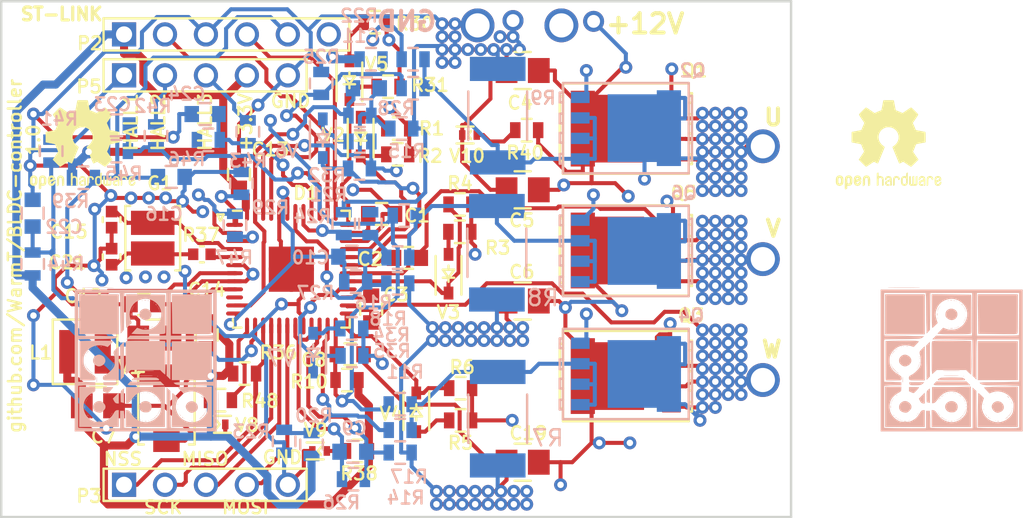
<source format=kicad_pcb>
(kicad_pcb (version 20171130) (host pcbnew "(5.1.12)-1")
  (title_block (title "BLDC CONTROLLER") (date 23.03.2017) (rev 1.0) (company "Helsinki Hacklab") (comment 1 "Tero Kapanen"))
  (layers (0 F.Cu signal) (1 In1.Cu power) (2 In2.Cu power) (31 B.Cu signal) (34 B.Paste user hide) (35 F.Paste user hide) (36 B.SilkS user hide) (37 F.SilkS user hide) (38 B.Mask user hide) (39 F.Mask user hide) (44 Edge.Cuts user))
  (net 0 "")
  (net 1 "Net-(D1-Pad5)")
  (net 2 "Net-(D1-Pad25)")
  (net 3 "Net-(D1-Pad29)")
  (net 4 "Net-(D1-Pad33)")
  (net 5 +12V)
  (net 6 GND)
  (net 7 /OUTW)
  (net 8 /OUTV)
  (net 9 /OUTU)
  (net 10 /LSW)
  (net 11 /LSV)
  (net 12 /LSU)
  (net 13 /HSW)
  (net 14 /HSU)
  (net 15 /HSV)
  (net 16 "Net-(R1-Pad2)")
  (net 17 "Net-(R3-Pad2)")
  (net 18 "Net-(R5-Pad2)")
  (net 19 +3V3)
  (net 20 "Net-(D1-Pad28)")
  (net 21 "Net-(D1-Pad32)")
  (net 22 "Net-(D1-Pad36)")
  (net 23 W_SENSE_P)
  (net 24 U_SENSE_P)
  (net 25 V_SENSE_P)
  (net 26 "Net-(R30-Pad2)")
  (net 27 "Net-(R32-Pad2)")
  (net 28 "Net-(R34-Pad2)")
  (net 29 "Net-(R38-Pad2)")
  (net 30 /OC_COMP)
  (net 31 /NRST)
  (net 32 /SW)
  (net 33 /SWDIO)
  (net 34 /SWCLK)
  (net 35 "Net-(R40-Pad2)")
  (net 36 /W_ADC)
  (net 37 /V_ADC)
  (net 38 /U_ADC)
  (net 39 /OSC_IN)
  (net 40 "Net-(C21-Pad1)")
  (net 41 /HALL1/A+)
  (net 42 /HALL2/B+)
  (net 43 /HALL3/Z+)
  (net 44 "Net-(D1-Pad3)")
  (net 45 /SPI1_NSS)
  (net 46 /SPI1_SCK)
  (net 47 /SPI1_MISO)
  (net 48 /SPI1_MOSI)
  (net 49 "Net-(P5-Pad1)")
  (net 50 "Net-(P5-Pad2)")
  (net 51 "Net-(P5-Pad3)")
  (net 52 /OP1N)
  (net 53 /OP2N)
  (net 54 /OP3N)
  (net 55 /OP4P)
  (net 56 /OP4N)
  (net 57 /OP1P)
  (net 58 /OP2P)
  (net 59 /OP3P)
  (net 60 /VBOOSTU)
  (net 61 /VBOOSTV)
  (net 62 /VBOOSTW)
  (net 63 /PA2)
  (net 64 /PA2_LED)
  (module project_footprints:R_0603 (layer B.Cu) (at 104.691 76.3962)
    (fp_text reference R46 (at -1.35 1.2 180) (layer B.SilkS) (effects (font (size 0.8 0.8)) (justify mirror)))
    (fp_text value 10k hide)
    (pad 1 smd rect (at -0.71 0) (size 0.65 0.99) (layers B.Cu B.Paste B.Mask))
    (pad 2 smd rect (at 0.71 0) (size 0.65 0.99) (layers B.Cu B.Paste B.Mask) (net 43 /HALL3/Z+))
  )
  (module project_footprints:R_0603 (layer B.Cu) (at 109.391 95.0962 270)
    (fp_text reference R23 (at -0.6 2.05) (layer B.SilkS) (effects (font (size 0.8 0.8)) (justify mirror)))
    (fp_text value 560R hide)
    (pad 1 smd rect (at -0.71 0 270) (size 0.65 0.99) (layers B.Cu B.Paste B.Mask) (net 57 /OP1P))
    (pad 2 smd rect (at 0.71 0 270) (size 0.65 0.99) (layers B.Cu B.Paste B.Mask) (net 6 GND))
  )
  (module project_footprints:R_0603 (layer B.Cu) (at 113.691 97.4462)
    (fp_text reference R26 (at -0.75 1.45) (layer B.SilkS) (effects (font (size 0.8 0.8)) (justify mirror)))
    (fp_text value 15k hide)
    (pad 1 smd rect (at -0.71 0) (size 0.65 0.99) (layers B.Cu B.Paste B.Mask) (net 36 /W_ADC))
    (pad 2 smd rect (at 0.71 0) (size 0.65 0.99) (layers B.Cu B.Paste B.Mask) (net 52 /OP1N))
  )
  (module project_footprints:R_0603 (layer B.Cu) (at 116.591 95.7962 180)
    (fp_text reference R14 (at -0.35 -2.8 180) (layer B.SilkS) (effects (font (size 0.8 0.8)) (justify mirror)))
    (fp_text value 1k0 hide)
    (pad 1 smd rect (at -0.71 0 180) (size 0.65 0.99) (layers B.Cu B.Paste B.Mask) (net 6 GND))
    (pad 2 smd rect (at 0.71 0 180) (size 0.65 0.99) (layers B.Cu B.Paste B.Mask) (net 52 /OP1N))
  )
  (module project_footprints:R_0603 (layer B.Cu) (at 116.591 92.7962 180)
    (fp_text reference R11 (at -0.3 2.005 180) (layer B.SilkS) (effects (font (size 0.8 0.8)) (justify mirror)))
    (fp_text value 2k2 hide)
    (pad 1 smd rect (at -0.71 0 180) (size 0.65 0.99) (layers B.Cu B.Paste B.Mask) (net 23 W_SENSE_P))
    (pad 2 smd rect (at 0.71 0 180) (size 0.65 0.99) (layers B.Cu B.Paste B.Mask) (net 30 /OC_COMP))
  )
  (module project_footprints:R_2512 (layer B.Cu) (at 122.641 93.6962 270)
    (fp_text reference R7 (at 1.2 -3.1) (layer B.SilkS) (effects (justify mirror)))
    (fp_text value 0R01 hide)
    (pad 1 smd rect (at -2.9 0 270) (size 1.5 3.45) (layers B.Cu B.Paste B.Mask) (net 23 W_SENSE_P))
    (pad 2 smd rect (at 2.9 0 270) (size 1.5 3.45) (layers B.Cu B.Paste B.Mask) (net 6 GND) (thermal_gap 0.4))
  )
  (module project_footprints:R_0603 (layer B.Cu) (at 116.591 94.4012)
    (fp_text reference R17 (at 0.55 2.895) (layer B.SilkS) (effects (font (size 0.8 0.8)) (justify mirror)))
    (fp_text value 560R hide)
    (pad 1 smd rect (at -0.71 0) (size 0.65 0.99) (layers B.Cu B.Paste B.Mask) (net 57 /OP1P))
    (pad 2 smd rect (at 0.71 0) (size 0.65 0.99) (layers B.Cu B.Paste B.Mask) (net 23 W_SENSE_P))
  )
  (module project_footprints:R_2512 (layer B.Cu) (at 122.591 83.4012 270)
    (fp_text reference R8 (at 2.795 -2.85) (layer B.SilkS) (effects (justify mirror)))
    (fp_text value 0R01 hide)
    (pad 1 smd rect (at -2.9 0 270) (size 1.5 3.45) (layers B.Cu B.Paste B.Mask) (net 25 V_SENSE_P))
    (pad 2 smd rect (at 2.9 0 270) (size 1.5 3.45) (layers B.Cu B.Paste B.Mask) (net 6 GND) (thermal_gap 0.4))
  )
  (module project_footprints:SOT-669_LFPAK56 (layer B.Cu) (at 130.591 90.9212 90)
    (fp_text reference Q4 (at 3.625 4.05 180) (layer B.SilkS) (effects (font (size 0.8 0.8)) (justify mirror)))
    (fp_text value PSMN2R0-30YLD hide)
    (pad 5 smd rect (at -1.15 0.2) (size 0.6 0.9) (layers B.Cu B.Paste) (net 7 /OUTW))
    (pad 5 smd rect (at -1.15 -0.65) (size 0.6 0.9) (layers B.Cu B.Paste) (net 7 /OUTW))
    (pad 5 smd rect (at -1.15 1.05) (size 0.6 0.9) (layers B.Cu B.Paste) (net 7 /OUTW))
    (pad 5 smd rect (at 1.15 0.2) (size 0.6 0.9) (layers B.Cu B.Paste) (net 7 /OUTW))
    (pad 5 smd rect (at 1.15 -0.65) (size 0.6 0.9) (layers B.Cu B.Paste) (net 7 /OUTW))
    (pad 5 smd rect (at 1.15 1.05) (size 0.6 0.9) (layers B.Cu B.Paste) (net 7 /OUTW))
    (pad 5 smd rect (at 0 1.05) (size 0.6 0.9) (layers B.Cu B.Paste) (net 7 /OUTW))
    (pad 5 smd rect (at 0 -0.65) (size 0.6 0.9) (layers B.Cu B.Paste) (net 7 /OUTW))
    (pad 5 smd rect (at -1.875 2.9 90) (size 0.6 0.9) (layers B.Cu B.Paste) (net 7 /OUTW))
    (pad 5 smd rect (at 1.875 2.9 90) (size 0.6 0.9) (layers B.Cu B.Paste) (net 7 /OUTW))
    (pad 5 smd rect (at -0.6 2.9 90) (size 0.6 0.9) (layers B.Cu B.Paste) (net 7 /OUTW))
    (pad 2 smd rect (at -0.635 -2.825 90) (size 0.7 1.15) (layers B.Cu B.Paste B.Mask) (net 23 W_SENSE_P))
    (pad 1 smd rect (at -1.905 -2.825 90) (size 0.7 1.15) (layers B.Cu B.Paste B.Mask) (net 23 W_SENSE_P))
    (pad 3 smd rect (at 0.635 -2.825 90) (size 0.7 1.15) (layers B.Cu B.Paste B.Mask) (net 23 W_SENSE_P))
    (pad 5 smd rect (at 0 2.67 90) (size 4.7 1.5) (layers B.Cu B.Mask) (net 7 /OUTW))
    (pad 5 smd rect (at 0 0.67 90) (size 4.2 3.6) (layers B.Cu B.Mask) (net 7 /OUTW))
    (pad 4 smd rect (at 1.905 -2.825 90) (size 0.7 1.15) (layers B.Cu B.Paste B.Mask) (net 10 /LSW))
    (pad 5 smd rect (at 0.6 2.9 90) (size 0.6 0.9) (layers B.Cu B.Paste) (net 7 /OUTW))
    (pad 5 smd rect (at 0 0.2) (size 0.6 0.9) (layers B.Cu B.Paste) (net 7 /OUTW))
  )
  (module project_footprints:SOT-669_LFPAK56 (layer B.Cu) (at 130.591 75.6712 90)
    (fp_text reference Q2 (at 3.575 4.15 180) (layer B.SilkS) (effects (font (size 0.8 0.8)) (justify mirror)))
    (fp_text value PSMN2R0-30YLD hide)
    (pad 5 smd rect (at -1.15 0.2) (size 0.6 0.9) (layers B.Cu B.Paste) (net 9 /OUTU))
    (pad 5 smd rect (at -1.15 -0.65) (size 0.6 0.9) (layers B.Cu B.Paste) (net 9 /OUTU))
    (pad 5 smd rect (at -1.15 1.05) (size 0.6 0.9) (layers B.Cu B.Paste) (net 9 /OUTU))
    (pad 5 smd rect (at 1.15 0.2) (size 0.6 0.9) (layers B.Cu B.Paste) (net 9 /OUTU))
    (pad 5 smd rect (at 1.15 -0.65) (size 0.6 0.9) (layers B.Cu B.Paste) (net 9 /OUTU))
    (pad 5 smd rect (at 1.15 1.05) (size 0.6 0.9) (layers B.Cu B.Paste) (net 9 /OUTU))
    (pad 5 smd rect (at 0 1.05) (size 0.6 0.9) (layers B.Cu B.Paste) (net 9 /OUTU))
    (pad 5 smd rect (at 0 -0.65) (size 0.6 0.9) (layers B.Cu B.Paste) (net 9 /OUTU))
    (pad 5 smd rect (at -1.875 2.9 90) (size 0.6 0.9) (layers B.Cu B.Paste) (net 9 /OUTU))
    (pad 5 smd rect (at 1.875 2.9 90) (size 0.6 0.9) (layers B.Cu B.Paste) (net 9 /OUTU))
    (pad 5 smd rect (at -0.6 2.9 90) (size 0.6 0.9) (layers B.Cu B.Paste) (net 9 /OUTU))
    (pad 2 smd rect (at -0.635 -2.825 90) (size 0.7 1.15) (layers B.Cu B.Paste B.Mask) (net 24 U_SENSE_P))
    (pad 1 smd rect (at -1.905 -2.825 90) (size 0.7 1.15) (layers B.Cu B.Paste B.Mask) (net 24 U_SENSE_P))
    (pad 3 smd rect (at 0.635 -2.825 90) (size 0.7 1.15) (layers B.Cu B.Paste B.Mask) (net 24 U_SENSE_P))
    (pad 5 smd rect (at 0 2.67 90) (size 4.7 1.5) (layers B.Cu B.Mask) (net 9 /OUTU))
    (pad 5 smd rect (at 0 0.67 90) (size 4.2 3.6) (layers B.Cu B.Mask) (net 9 /OUTU))
    (pad 4 smd rect (at 1.905 -2.825 90) (size 0.7 1.15) (layers B.Cu B.Paste B.Mask) (net 12 /LSU))
    (pad 5 smd rect (at 0.6 2.9 90) (size 0.6 0.9) (layers B.Cu B.Paste) (net 9 /OUTU))
    (pad 5 smd rect (at 0 0.2) (size 0.6 0.9) (layers B.Cu B.Paste) (net 9 /OUTU))
  )
  (module project_footprints:SOT-669_LFPAK56 (layer B.Cu) (at 130.591 83.2912 90)
    (fp_text reference Q6 (at 3.595 3.6 180) (layer B.SilkS) (effects (font (size 0.8 0.8)) (justify mirror)))
    (fp_text value PSMN2R0-30YLD hide)
    (pad 5 smd rect (at -1.15 0.2) (size 0.6 0.9) (layers B.Cu B.Paste) (net 8 /OUTV))
    (pad 5 smd rect (at -1.15 -0.65) (size 0.6 0.9) (layers B.Cu B.Paste) (net 8 /OUTV))
    (pad 5 smd rect (at -1.15 1.05) (size 0.6 0.9) (layers B.Cu B.Paste) (net 8 /OUTV))
    (pad 5 smd rect (at 1.15 0.2) (size 0.6 0.9) (layers B.Cu B.Paste) (net 8 /OUTV))
    (pad 5 smd rect (at 1.15 -0.65) (size 0.6 0.9) (layers B.Cu B.Paste) (net 8 /OUTV))
    (pad 5 smd rect (at 1.15 1.05) (size 0.6 0.9) (layers B.Cu B.Paste) (net 8 /OUTV))
    (pad 5 smd rect (at 0 1.05) (size 0.6 0.9) (layers B.Cu B.Paste) (net 8 /OUTV))
    (pad 5 smd rect (at 0 -0.65) (size 0.6 0.9) (layers B.Cu B.Paste) (net 8 /OUTV))
    (pad 5 smd rect (at -1.875 2.9 90) (size 0.6 0.9) (layers B.Cu B.Paste) (net 8 /OUTV))
    (pad 5 smd rect (at 1.875 2.9 90) (size 0.6 0.9) (layers B.Cu B.Paste) (net 8 /OUTV))
    (pad 5 smd rect (at -0.6 2.9 90) (size 0.6 0.9) (layers B.Cu B.Paste) (net 8 /OUTV))
    (pad 2 smd rect (at -0.635 -2.825 90) (size 0.7 1.15) (layers B.Cu B.Paste B.Mask) (net 25 V_SENSE_P))
    (pad 1 smd rect (at -1.905 -2.825 90) (size 0.7 1.15) (layers B.Cu B.Paste B.Mask) (net 25 V_SENSE_P))
    (pad 3 smd rect (at 0.635 -2.825 90) (size 0.7 1.15) (layers B.Cu B.Paste B.Mask) (net 25 V_SENSE_P))
    (pad 5 smd rect (at 0 2.67 90) (size 4.7 1.5) (layers B.Cu B.Mask) (net 8 /OUTV))
    (pad 5 smd rect (at 0 0.67 90) (size 4.2 3.6) (layers B.Cu B.Mask) (net 8 /OUTV))
    (pad 4 smd rect (at 1.905 -2.825 90) (size 0.7 1.15) (layers B.Cu B.Paste B.Mask) (net 11 /LSV))
    (pad 5 smd rect (at 0.6 2.9 90) (size 0.6 0.9) (layers B.Cu B.Paste) (net 8 /OUTV))
    (pad 5 smd rect (at 0 0.2) (size 0.6 0.9) (layers B.Cu B.Paste) (net 8 /OUTV))
  )
  (module project_footprints:R_2512 (layer B.Cu) (at 122.641 74.8962 90)
    (fp_text reference R9 (at 1.1 2.81 180) (layer B.SilkS) (effects (font (size 0.8 0.8)) (justify mirror)))
    (fp_text value 0R01 hide)
    (pad 1 smd rect (at -2.9 0 90) (size 1.5 3.45) (layers B.Cu B.Paste B.Mask) (net 24 U_SENSE_P))
    (pad 2 smd rect (at 2.9 0 90) (size 1.5 3.45) (layers B.Cu B.Paste B.Mask) (net 6 GND) (thermal_gap 0.4))
  )
  (module project_footprints:R_0603 (layer B.Cu) (at 116.441 83.7012)
    (fp_text reference R18 (at -0.6 3.795) (layer B.SilkS) (effects (font (size 0.8 0.8)) (justify mirror)))
    (fp_text value 560R hide)
    (pad 1 smd rect (at -0.71 0) (size 0.65 0.99) (layers B.Cu B.Paste B.Mask) (net 58 /OP2P))
    (pad 2 smd rect (at 0.71 0) (size 0.65 0.99) (layers B.Cu B.Paste B.Mask) (net 25 V_SENSE_P))
  )
  (module project_footprints:R_0603 (layer B.Cu) (at 116.841 81.0962 180)
    (fp_text reference R12 hide)
    (fp_text value 2k2 hide)
    (pad 1 smd rect (at -0.71 0 180) (size 0.65 0.99) (layers B.Cu B.Paste B.Mask) (net 25 V_SENSE_P))
    (pad 2 smd rect (at 0.71 0 180) (size 0.65 0.99) (layers B.Cu B.Paste B.Mask) (net 30 /OC_COMP))
  )
  (module project_footprints:R_0603 (layer B.Cu) (at 114.741 81.5962 270)
    (fp_text reference R21 (at -1.8 2.6) (layer B.SilkS) (effects (font (size 0.8 0.8)) (justify mirror)))
    (fp_text value 8k2 hide)
    (pad 1 smd rect (at -0.71 0 270) (size 0.65 0.99) (layers B.Cu B.Paste B.Mask))
    (pad 2 smd rect (at 0.71 0 270) (size 0.65 0.99) (layers B.Cu B.Paste B.Mask) (net 58 /OP2P))
  )
  (module project_footprints:R_0603 (layer B.Cu) (at 116.441 85.2962 180)
    (fp_text reference R16 (at 1.5 -1.2 180) (layer B.SilkS) (effects (font (size 0.8 0.8)) (justify mirror)))
    (fp_text value 1k0 hide)
    (pad 1 smd rect (at -0.71 0 180) (size 0.65 0.99) (layers B.Cu B.Paste B.Mask) (net 6 GND))
    (pad 2 smd rect (at 0.71 0 180) (size 0.65 0.99) (layers B.Cu B.Paste B.Mask) (net 53 /OP2N))
  )
  (module project_footprints:SOD-323 (layer B.Cu) (at 111.191 89.5962 90)
    (fp_text reference V7 (at -0.35 -2) (layer B.SilkS) (effects (justify mirror)))
    (fp_text value 4148WS hide)
    (pad 1 smd rect (at -1.2 0 90) (size 0.8 0.6) (layers B.Cu B.Paste B.Mask) (net 20 "Net-(D1-Pad28)"))
    (pad 2 smd rect (at 1.2 0 90) (size 0.8 0.6) (layers B.Cu B.Paste B.Mask) (net 28 "Net-(R34-Pad2)"))
  )
  (module project_footprints:R_0603 (layer B.Cu) (at 111.091 95.2962 90)
    (fp_text reference R20 (at 1.795 0.15 180) (layer B.SilkS) (effects (font (size 0.8 0.8)) (justify mirror)))
    (fp_text value 8k2 hide)
    (pad 1 smd rect (at -0.71 0 90) (size 0.65 0.99) (layers B.Cu B.Paste B.Mask) (net 19 +3V3))
    (pad 2 smd rect (at 0.71 0 90) (size 0.65 0.99) (layers B.Cu B.Paste B.Mask) (net 57 /OP1P))
  )
  (module project_footprints:R_0603 (layer B.Cu) (at 113.601 89.7962 180)
    (fp_text reference R35 (at -2.48 0.3 180) (layer B.SilkS) (effects (font (size 0.8 0.8)) (justify mirror)))
    (fp_text value 62R hide)
    (pad 1 smd rect (at -0.71 0 180) (size 0.65 0.99) (layers B.Cu B.Paste B.Mask) (net 10 /LSW))
    (pad 2 smd rect (at 0.71 0 180) (size 0.65 0.99) (layers B.Cu B.Paste B.Mask) (net 20 "Net-(D1-Pad28)"))
  )
  (module project_footprints:R_0603 (layer B.Cu) (at 113.591 88.0962 180)
    (fp_text reference R34 (at -2.45 -0.4 180) (layer B.SilkS) (effects (font (size 0.8 0.8)) (justify mirror)))
    (fp_text value 10R hide)
    (pad 1 smd rect (at -0.71 0 180) (size 0.65 0.99) (layers B.Cu B.Paste B.Mask) (net 10 /LSW))
    (pad 2 smd rect (at 0.71 0 180) (size 0.65 0.99) (layers B.Cu B.Paste B.Mask) (net 28 "Net-(R34-Pad2)"))
  )
  (module project_footprints:C_0603 (layer B.Cu) (at 113.661 95.7462)
    (fp_text reference C9 (at 0.08 -1.45) (layer B.SilkS) (effects (font (size 0.8 0.8)) (justify mirror)))
    (fp_text value 100p hide)
    (pad 1 smd rect (at -0.83 0) (size 0.9 1) (layers B.Cu B.Paste B.Mask) (net 36 /W_ADC))
    (pad 2 smd rect (at 0.83 0) (size 0.9 1) (layers B.Cu B.Paste B.Mask) (net 52 /OP1N))
  )
  (module project_footprints:R_0603 (layer B.Cu) (at 117.391 71.3962 180)
    (fp_text reference R13 hide)
    (fp_text value 2k2 hide)
    (pad 1 smd rect (at -0.71 0 180) (size 0.65 0.99) (layers B.Cu B.Paste B.Mask) (net 24 U_SENSE_P))
    (pad 2 smd rect (at 0.71 0 180) (size 0.65 0.99) (layers B.Cu B.Paste B.Mask) (net 30 /OC_COMP))
  )
  (module project_footprints:R_0603 (layer B.Cu) (at 114.781 71.3962)
    (fp_text reference R22 (at -0.74 -2.7) (layer B.SilkS) (effects (font (size 0.8 0.8)) (justify mirror)))
    (fp_text value 8k2 hide)
    (pad 1 smd rect (at -0.71 0) (size 0.65 0.99) (layers B.Cu B.Paste B.Mask) (net 19 +3V3))
    (pad 2 smd rect (at 0.71 0) (size 0.65 0.99) (layers B.Cu B.Paste B.Mask) (net 59 /OP3P))
  )
  (module project_footprints:C_0603 (layer B.Cu) (at 114.491 73.1962)
    (fp_text reference C11 (at -0.35 -3.25) (layer B.SilkS) (effects (font (size 0.8 0.8)) (justify mirror)))
    (fp_text value 100p hide)
    (pad 1 smd rect (at -0.83 0) (size 0.9 1) (layers B.Cu B.Paste B.Mask) (net 38 /U_ADC))
    (pad 2 smd rect (at 0.83 0) (size 0.9 1) (layers B.Cu B.Paste B.Mask) (net 54 /OP3N))
  )
  (module project_footprints:R_0603 (layer B.Cu) (at 116.691 75.6962 180)
    (fp_text reference R15 (at -0.3 -1.4 180) (layer B.SilkS) (effects (font (size 0.8 0.8)) (justify mirror)))
    (fp_text value 1k0 hide)
    (pad 1 smd rect (at -0.71 0 180) (size 0.65 0.99) (layers B.Cu B.Paste B.Mask) (net 6 GND))
    (pad 2 smd rect (at 0.71 0 180) (size 0.65 0.99) (layers B.Cu B.Paste B.Mask) (net 54 /OP3N))
  )
  (module project_footprints:R_0603 (layer B.Cu) (at 111.691 72.8962 90)
    (fp_text reference R25 (at 1.65 0) (layer B.SilkS) (effects (font (size 0.8 0.8)) (justify mirror)))
    (fp_text value 560R hide)
    (pad 1 smd rect (at -0.71 0 90) (size 0.65 0.99) (layers B.Cu B.Paste B.Mask) (net 59 /OP3P))
    (pad 2 smd rect (at 0.71 0 90) (size 0.65 0.99) (layers B.Cu B.Paste B.Mask) (net 6 GND))
  )
  (module project_footprints:R_0603 (layer B.Cu) (at 117.391 73.1962)
    (fp_text reference R19 hide)
    (fp_text value 560R hide)
    (pad 1 smd rect (at -0.71 0) (size 0.65 0.99) (layers B.Cu B.Paste B.Mask) (net 59 /OP3P))
    (pad 2 smd rect (at 0.71 0) (size 0.65 0.99) (layers B.Cu B.Paste B.Mask) (net 24 U_SENSE_P))
  )
  (module project_footprints:SOD-323 (layer B.Cu) (at 111.791 76.2962 90)
    (fp_text reference V6 (at -0.8 -2.25 180) (layer B.SilkS) (effects (font (size 0.8 0.8)) (justify mirror)))
    (fp_text value 4148WS hide)
    (pad 1 smd rect (at -1.2 0 90) (size 0.8 0.6) (layers B.Cu B.Paste B.Mask) (net 21 "Net-(D1-Pad32)"))
    (pad 2 smd rect (at 1.2 0 90) (size 0.8 0.6) (layers B.Cu B.Paste B.Mask) (net 27 "Net-(R32-Pad2)"))
  )
  (module project_footprints:R_0603 (layer B.Cu) (at 114.091 76.4962 180)
    (fp_text reference R32 (at 2.04 -2.1 180) (layer B.SilkS) (effects (font (size 0.8 0.8)) (justify mirror)))
    (fp_text value 10R hide)
    (pad 1 smd rect (at -0.71 0 180) (size 0.65 0.99) (layers B.Cu B.Paste B.Mask) (net 11 /LSV))
    (pad 2 smd rect (at 0.71 0 180) (size 0.65 0.99) (layers B.Cu B.Paste B.Mask) (net 27 "Net-(R32-Pad2)"))
  )
  (module project_footprints:R_0603 (layer B.Cu) (at 113.091 81.5962 90)
    (fp_text reference R24 (at 0.46 -1.95 180) (layer B.SilkS) (effects (font (size 0.8 0.8)) (justify mirror)))
    (fp_text value 560R hide)
    (pad 1 smd rect (at -0.71 0 90) (size 0.65 0.99) (layers B.Cu B.Paste B.Mask) (net 58 /OP2P))
    (pad 2 smd rect (at 0.71 0 90) (size 0.65 0.99) (layers B.Cu B.Paste B.Mask) (net 6 GND))
  )
  (module project_footprints:C_0603 (layer B.Cu) (at 113.591 83.6462)
    (fp_text reference C10 (at -2.55 0.05) (layer B.SilkS) (effects (font (size 0.8 0.8)) (justify mirror)))
    (fp_text value 100p hide)
    (pad 1 smd rect (at -0.83 0) (size 0.9 1) (layers B.Cu B.Paste B.Mask) (net 37 /V_ADC))
    (pad 2 smd rect (at 0.83 0) (size 0.9 1) (layers B.Cu B.Paste B.Mask) (net 53 /OP2N))
  )
  (module project_footprints:R_0603 (layer B.Cu) (at 114.091 74.8962)
    (fp_text reference R28 (at 2.25 -0.45 180) (layer B.SilkS) (effects (font (size 0.8 0.8)) (justify mirror)))
    (fp_text value 15k hide)
    (pad 1 smd rect (at -0.71 0) (size 0.65 0.99) (layers B.Cu B.Paste B.Mask) (net 38 /U_ADC))
    (pad 2 smd rect (at 0.71 0) (size 0.65 0.99) (layers B.Cu B.Paste B.Mask) (net 54 /OP3N))
  )
  (module project_footprints:R_0603 (layer B.Cu) (at 114.066 78.1712 180)
    (fp_text reference R33 hide)
    (fp_text value 62R hide)
    (pad 1 smd rect (at -0.71 0 180) (size 0.65 0.99) (layers B.Cu B.Paste B.Mask) (net 11 /LSV))
    (pad 2 smd rect (at 0.71 0 180) (size 0.65 0.99) (layers B.Cu B.Paste B.Mask) (net 21 "Net-(D1-Pad32)"))
  )
  (module project_footprints:R_0603 (layer B.Cu) (at 113.831 85.1962)
    (fp_text reference R27 (at -2.49 0.7) (layer B.SilkS) (effects (font (size 0.8 0.8)) (justify mirror)))
    (fp_text value 15k hide)
    (pad 1 smd rect (at -0.71 0) (size 0.65 0.99) (layers B.Cu B.Paste B.Mask) (net 37 /V_ADC))
    (pad 2 smd rect (at 0.71 0) (size 0.65 0.99) (layers B.Cu B.Paste B.Mask) (net 53 /OP2N))
  )
  (module graphics:Logo_Helsinki_Hacklab (layer B.Cu) (at 150.79064 90.0962 180)
    (fp_text reference G***_2 hide)
    (fp_text value LOGO hide)
  )
  (module graphics:Logo_Helsinki_Hacklab (layer B.Cu) (at 100.79064 90.0962 180)
    (fp_text reference G*** hide)
    (fp_text value LOGO hide)
  )
  (module project_footprints:C_0603 (layer B.Cu) (at 98.9906 75.4962 180)
    (fp_text reference C23 (at 0.25 1.3) (layer B.SilkS) (effects (font (size 0.8 0.8)) (justify mirror)))
    (fp_text value 10p hide)
    (pad 1 smd rect (at -0.83 0 180) (size 0.9 1) (layers B.Cu B.Paste B.Mask) (net 42 /HALL2/B+))
    (pad 2 smd rect (at 0.83 0 180) (size 0.9 1) (layers B.Cu B.Paste B.Mask) (net 6 GND))
  )
  (module project_footprints:R_0603 (layer B.Cu) (at 93.7906 84.0962 90)
    (fp_text reference R44 (at 0 2.05 180) (layer B.SilkS) (effects (font (size 0.8 0.8)) (justify mirror)))
    (fp_text value 10k hide)
    (pad 1 smd rect (at -0.71 0 90) (size 0.65 0.99) (layers B.Cu B.Paste B.Mask) (net 19 +3V3))
    (pad 2 smd rect (at 0.71 0 90) (size 0.65 0.99) (layers B.Cu B.Paste B.Mask) (net 41 /HALL1/A+))
  )
  (module project_footprints:R_0603 (layer B.Cu) (at 94.9406 77.0962 90)
    (fp_text reference R41 (at 2 0.5 180) (layer B.SilkS) (effects (font (size 0.8 0.8)) (justify mirror)))
    (fp_text value 1k0 hide)
    (pad 1 smd rect (at -0.71 0 90) (size 0.65 0.99) (layers B.Cu B.Paste B.Mask) (net 41 /HALL1/A+))
    (pad 2 smd rect (at 0.71 0 90) (size 0.65 0.99) (layers B.Cu B.Paste B.Mask) (net 49 "Net-(P5-Pad1)"))
  )
  (module project_footprints:C_0603 (layer B.Cu) (at 93.7906 80.9462 90)
    (fp_text reference C22 (at -0.85 1.95 180) (layer B.SilkS) (effects (font (size 0.8 0.8)) (justify mirror)))
    (fp_text value 10p hide)
    (pad 1 smd rect (at -0.83 0 90) (size 0.9 1) (layers B.Cu B.Paste B.Mask) (net 41 /HALL1/A+))
    (pad 2 smd rect (at 0.83 0 90) (size 0.9 1) (layers B.Cu B.Paste B.Mask) (net 6 GND))
  )
  (module project_footprints:R_0603 (layer B.Cu) (at 98.9906 77.0962)
    (fp_text reference R45 (at 0.45 1.4) (layer B.SilkS) (effects (font (size 0.8 0.8)) (justify mirror)))
    (fp_text value 10k hide)
    (pad 1 smd rect (at -0.71 0) (size 0.65 0.99) (layers B.Cu B.Paste B.Mask) (net 19 +3V3))
    (pad 2 smd rect (at 0.71 0) (size 0.65 0.99) (layers B.Cu B.Paste B.Mask) (net 42 /HALL2/B+))
  )
  (module project_footprints:R_0603 (layer B.Cu) (at 96.9406 78.7462)
    (fp_text reference R39 (at -0.8 1.45) (layer B.SilkS) (effects (font (size 0.8 0.8)) (justify mirror)))
    (fp_text value 39k hide)
    (pad 1 smd rect (at -0.71 0) (size 0.65 0.99) (layers B.Cu B.Paste B.Mask) (net 19 +3V3))
    (pad 2 smd rect (at 0.71 0) (size 0.65 0.99) (layers B.Cu B.Paste B.Mask) (net 31 /NRST))
  )
  (module project_footprints:R_0603 (layer B.Cu) (at 106.341 81.6962 90)
    (fp_text reference R47 (at -2.005 -0.05 180) (layer B.SilkS) (effects (font (size 0.8 0.8)) (justify mirror)))
    (fp_text value 10R hide)
    (pad 1 smd rect (at -0.71 0 90) (size 0.65 0.99) (layers B.Cu B.Paste B.Mask) (net 44 "Net-(D1-Pad3)"))
    (pad 2 smd rect (at 0.71 0 90) (size 0.65 0.99) (layers B.Cu B.Paste B.Mask) (net 56 /OP4N))
  )
  (module project_footprints:C_0603 (layer B.Cu) (at 102.391 78.6962)
    (fp_text reference C16 (at -0.45 2.3) (layer B.SilkS) (effects (font (size 0.8 0.8)) (justify mirror)))
    (fp_text value 3n3 hide)
    (pad 1 smd rect (at -0.83 0) (size 0.9 1) (layers B.Cu B.Paste B.Mask) (net 31 /NRST))
    (pad 2 smd rect (at 0.83 0) (size 0.9 1) (layers B.Cu B.Paste B.Mask) (net 6 GND))
  )
  (module project_footprints:C_0603 (layer B.Cu) (at 104.491 74.7962 180)
    (fp_text reference C24 (at 1.15 1.25 180) (layer B.SilkS) (effects (font (size 0.8 0.8)) (justify mirror)))
    (fp_text value 10p hide)
    (pad 1 smd rect (at -0.83 0 180) (size 0.9 1) (layers B.Cu B.Paste B.Mask) (net 43 /HALL3/Z+))
    (pad 2 smd rect (at 0.83 0 180) (size 0.9 1) (layers B.Cu B.Paste B.Mask) (net 6 GND))
  )
  (module project_footprints:R_0603 (layer B.Cu) (at 107.141 75.8962 90)
    (fp_text reference R43 (at -1.8 0 180) (layer B.SilkS) (effects (font (size 0.8 0.8)) (justify mirror)))
    (fp_text value 1k0 hide)
    (pad 1 smd rect (at -0.71 0 90) (size 0.65 0.99) (layers B.Cu B.Paste B.Mask) (net 43 /HALL3/Z+))
    (pad 2 smd rect (at 0.71 0 90) (size 0.65 0.99) (layers B.Cu B.Paste B.Mask) (net 51 "Net-(P5-Pad3)"))
  )
  (module project_footprints:R_0603 (layer B.Cu) (at 101.441 76.1462 90)
    (fp_text reference R42 (at 1.85 -0.2 180) (layer B.SilkS) (effects (font (size 0.8 0.8)) (justify mirror)))
    (fp_text value 1k0 hide)
    (pad 1 smd rect (at -0.71 0 90) (size 0.65 0.99) (layers B.Cu B.Paste B.Mask) (net 42 /HALL2/B+))
    (pad 2 smd rect (at 0.71 0 90) (size 0.65 0.99) (layers B.Cu B.Paste B.Mask) (net 50 "Net-(P5-Pad2)"))
  )
  (module project_footprints:R_0603 (layer B.Cu) (at 106.741 79.0962 90)
    (fp_text reference R29 (at -1.5 1.8 180) (layer B.SilkS) (effects (font (size 0.8 0.8)) (justify mirror)))
    (fp_text value 2k2 hide)
    (pad 1 smd rect (at -0.71 0 90) (size 0.65 0.99) (layers B.Cu B.Paste B.Mask) (net 55 /OP4P))
    (pad 2 smd rect (at 0.71 0 90) (size 0.65 0.99) (layers B.Cu B.Paste B.Mask) (net 6 GND))
  )
  (module project_footprints:VIA-0.8mm-0.4mm (layer F.Cu) (at 135.341 91.3962)
    (fp_text reference REF**_166 hide)
    (fp_text value VIA-0.8mm-0.4mm hide)
    (pad 1 thru_hole circle (at 0 0) (size 0.8 0.8) (drill 0.4) (layers *.Cu) (net 7 /OUTW))
  )
  (module project_footprints:VIA-0.8mm-0.4mm (layer F.Cu) (at 135.341 92.9962)
    (fp_text reference REF**_165 hide)
    (fp_text value VIA-0.8mm-0.4mm hide)
    (pad 1 thru_hole circle (at 0 0) (size 0.8 0.8) (drill 0.4) (layers *.Cu) (net 7 /OUTW))
  )
  (module project_footprints:VIA-0.8mm-0.4mm (layer F.Cu) (at 136.141 92.1962)
    (fp_text reference REF**_164 hide)
    (fp_text value VIA-0.8mm-0.4mm hide)
    (pad 1 thru_hole circle (at 0 0) (size 0.8 0.8) (drill 0.4) (layers *.Cu) (net 7 /OUTW))
  )
  (module project_footprints:VIA-0.8mm-0.4mm (layer F.Cu) (at 136.141 92.9962)
    (fp_text reference REF**_163 hide)
    (fp_text value VIA-0.8mm-0.4mm hide)
    (pad 1 thru_hole circle (at 0 0) (size 0.8 0.8) (drill 0.4) (layers *.Cu) (net 7 /OUTW))
  )
  (module project_footprints:VIA-0.8mm-0.4mm (layer F.Cu) (at 136.941 92.1962)
    (fp_text reference REF**_162 hide)
    (fp_text value VIA-0.8mm-0.4mm hide)
    (pad 1 thru_hole circle (at 0 0) (size 0.8 0.8) (drill 0.4) (layers *.Cu) (net 7 /OUTW))
  )
  (module project_footprints:VIA-0.8mm-0.4mm (layer F.Cu) (at 137.741 91.3962)
    (fp_text reference REF**_161 hide)
    (fp_text value VIA-0.8mm-0.4mm hide)
    (pad 1 thru_hole circle (at 0 0) (size 0.8 0.8) (drill 0.4) (layers *.Cu) (net 7 /OUTW))
  )
  (module project_footprints:VIA-0.8mm-0.4mm (layer F.Cu) (at 135.341 90.5962)
    (fp_text reference REF**_160 hide)
    (fp_text value VIA-0.8mm-0.4mm hide)
    (pad 1 thru_hole circle (at 0 0) (size 0.8 0.8) (drill 0.4) (layers *.Cu) (net 7 /OUTW))
  )
  (module project_footprints:VIA-0.8mm-0.4mm (layer F.Cu) (at 137.741 92.1962)
    (fp_text reference REF**_159 hide)
    (fp_text value VIA-0.8mm-0.4mm hide)
    (pad 1 thru_hole circle (at 0 0) (size 0.8 0.8) (drill 0.4) (layers *.Cu) (net 7 /OUTW))
  )
  (module project_footprints:VIA-0.8mm-0.4mm (layer F.Cu) (at 135.341 92.1962)
    (fp_text reference REF**_158 hide)
    (fp_text value VIA-0.8mm-0.4mm hide)
    (pad 1 thru_hole circle (at 0 0) (size 0.8 0.8) (drill 0.4) (layers *.Cu) (net 7 /OUTW))
  )
  (module project_footprints:VIA-0.8mm-0.4mm (layer F.Cu) (at 137.741 90.5962)
    (fp_text reference REF**_157 hide)
    (fp_text value VIA-0.8mm-0.4mm hide)
    (pad 1 thru_hole circle (at 0 0) (size 0.8 0.8) (drill 0.4) (layers *.Cu) (net 7 /OUTW))
  )
  (module project_footprints:PH_1.5mm (layer F.Cu) (at 139.091 91.2962)
    (fp_text reference REF**_155 hide)
    (fp_text value PH_1.5mm hide)
    (pad 1 thru_hole circle (at 0 0) (size 2.1 2.1) (drill 1.5) (layers *.Cu *.Mask) (net 7 /OUTW))
  )
  (module project_footprints:VIA-0.8mm-0.4mm (layer F.Cu) (at 136.141 91.3962)
    (fp_text reference REF**_154 hide)
    (fp_text value VIA-0.8mm-0.4mm hide)
    (pad 1 thru_hole circle (at 0 0) (size 0.8 0.8) (drill 0.4) (layers *.Cu) (net 7 /OUTW))
  )
  (module project_footprints:VIA-0.8mm-0.4mm (layer F.Cu) (at 136.141 90.5962)
    (fp_text reference REF**_153 hide)
    (fp_text value VIA-0.8mm-0.4mm hide)
    (pad 1 thru_hole circle (at 0 0) (size 0.8 0.8) (drill 0.4) (layers *.Cu) (net 7 /OUTW))
  )
  (module project_footprints:VIA-0.8mm-0.4mm (layer F.Cu) (at 136.941 91.3962)
    (fp_text reference REF**_152 hide)
    (fp_text value VIA-0.8mm-0.4mm hide)
    (pad 1 thru_hole circle (at 0 0) (size 0.8 0.8) (drill 0.4) (layers *.Cu) (net 7 /OUTW))
  )
  (module project_footprints:VIA-0.8mm-0.4mm (layer F.Cu) (at 136.941 90.5962)
    (fp_text reference REF**_151 hide)
    (fp_text value VIA-0.8mm-0.4mm hide)
    (pad 1 thru_hole circle (at 0 0) (size 0.8 0.8) (drill 0.4) (layers *.Cu) (net 7 /OUTW))
  )
  (module project_footprints:VIA-0.8mm-0.4mm (layer F.Cu) (at 137.741 88.1962)
    (fp_text reference REF**_150 hide)
    (fp_text value VIA-0.8mm-0.4mm hide)
    (pad 1 thru_hole circle (at 0 0) (size 0.8 0.8) (drill 0.4) (layers *.Cu) (net 7 /OUTW))
  )
  (module project_footprints:VIA-0.8mm-0.4mm (layer F.Cu) (at 137.741 88.9962)
    (fp_text reference REF**_149 hide)
    (fp_text value VIA-0.8mm-0.4mm hide)
    (pad 1 thru_hole circle (at 0 0) (size 0.8 0.8) (drill 0.4) (layers *.Cu) (net 7 /OUTW))
  )
  (module project_footprints:VIA-0.8mm-0.4mm (layer F.Cu) (at 136.941 88.9962)
    (fp_text reference REF**_148 hide)
    (fp_text value VIA-0.8mm-0.4mm hide)
    (pad 1 thru_hole circle (at 0 0) (size 0.8 0.8) (drill 0.4) (layers *.Cu) (net 7 /OUTW))
  )
  (module project_footprints:VIA-0.8mm-0.4mm (layer F.Cu) (at 136.941 88.1962)
    (fp_text reference REF**_147 hide)
    (fp_text value VIA-0.8mm-0.4mm hide)
    (pad 1 thru_hole circle (at 0 0) (size 0.8 0.8) (drill 0.4) (layers *.Cu) (net 7 /OUTW))
  )
  (module project_footprints:VIA-0.8mm-0.4mm (layer F.Cu) (at 136.941 89.7962)
    (fp_text reference REF**_146 hide)
    (fp_text value VIA-0.8mm-0.4mm hide)
    (pad 1 thru_hole circle (at 0 0) (size 0.8 0.8) (drill 0.4) (layers *.Cu) (net 7 /OUTW))
  )
  (module project_footprints:VIA-0.8mm-0.4mm (layer F.Cu) (at 137.741 89.7962)
    (fp_text reference REF**_145 hide)
    (fp_text value VIA-0.8mm-0.4mm hide)
    (pad 1 thru_hole circle (at 0 0) (size 0.8 0.8) (drill 0.4) (layers *.Cu) (net 7 /OUTW))
  )
  (module project_footprints:VIA-0.8mm-0.4mm (layer F.Cu) (at 136.141 88.1962)
    (fp_text reference REF**_144 hide)
    (fp_text value VIA-0.8mm-0.4mm hide)
    (pad 1 thru_hole circle (at 0 0) (size 0.8 0.8) (drill 0.4) (layers *.Cu) (net 7 /OUTW))
  )
  (module project_footprints:VIA-0.8mm-0.4mm (layer F.Cu) (at 135.341 88.1962)
    (fp_text reference REF**_143 hide)
    (fp_text value VIA-0.8mm-0.4mm hide)
    (pad 1 thru_hole circle (at 0 0) (size 0.8 0.8) (drill 0.4) (layers *.Cu) (net 7 /OUTW))
  )
  (module project_footprints:VIA-0.8mm-0.4mm (layer F.Cu) (at 135.341 88.9962)
    (fp_text reference REF**_142 hide)
    (fp_text value VIA-0.8mm-0.4mm hide)
    (pad 1 thru_hole circle (at 0 0) (size 0.8 0.8) (drill 0.4) (layers *.Cu) (net 7 /OUTW))
  )
  (module project_footprints:VIA-0.8mm-0.4mm (layer F.Cu) (at 135.341 89.7962)
    (fp_text reference REF**_141 hide)
    (fp_text value VIA-0.8mm-0.4mm hide)
    (pad 1 thru_hole circle (at 0 0) (size 0.8 0.8) (drill 0.4) (layers *.Cu) (net 7 /OUTW))
  )
  (module project_footprints:VIA-0.8mm-0.4mm (layer F.Cu) (at 136.141 88.9962)
    (fp_text reference REF**_140 hide)
    (fp_text value VIA-0.8mm-0.4mm hide)
    (pad 1 thru_hole circle (at 0 0) (size 0.8 0.8) (drill 0.4) (layers *.Cu) (net 7 /OUTW))
  )
  (module project_footprints:VIA-0.8mm-0.4mm (layer F.Cu) (at 136.141 89.7962)
    (fp_text reference REF**_139 hide)
    (fp_text value VIA-0.8mm-0.4mm hide)
    (pad 1 thru_hole circle (at 0 0) (size 0.8 0.8) (drill 0.4) (layers *.Cu) (net 7 /OUTW))
  )
  (module project_footprints:VIA-0.8mm-0.4mm (layer F.Cu) (at 123.391 88.0462)
    (fp_text reference REF**_138 hide)
    (fp_text value VIA-0.8mm-0.4mm hide)
    (pad 1 thru_hole circle (at 0 0) (size 0.8 0.8) (drill 0.4) (layers *.Cu) (net 6 GND))
  )
  (module project_footprints:VIA-0.8mm-0.4mm (layer F.Cu) (at 123.391 88.8462)
    (fp_text reference REF**_137 hide)
    (fp_text value VIA-0.8mm-0.4mm hide)
    (pad 1 thru_hole circle (at 0 0) (size 0.8 0.8) (drill 0.4) (layers *.Cu) (net 6 GND))
  )
  (module project_footprints:VIA-0.8mm-0.4mm (layer F.Cu) (at 124.191 88.0462)
    (fp_text reference REF**_136 hide)
    (fp_text value VIA-0.8mm-0.4mm hide)
    (pad 1 thru_hole circle (at 0 0) (size 0.8 0.8) (drill 0.4) (layers *.Cu) (net 6 GND))
  )
  (module project_footprints:VIA-0.8mm-0.4mm (layer F.Cu) (at 124.191 88.8462)
    (fp_text reference REF**_135 hide)
    (fp_text value VIA-0.8mm-0.4mm hide)
    (pad 1 thru_hole circle (at 0 0) (size 0.8 0.8) (drill 0.4) (layers *.Cu) (net 6 GND))
  )
  (module project_footprints:VIA-0.8mm-0.4mm (layer F.Cu) (at 122.591 88.0462)
    (fp_text reference REF**_134 hide)
    (fp_text value VIA-0.8mm-0.4mm hide)
    (pad 1 thru_hole circle (at 0 0) (size 0.8 0.8) (drill 0.4) (layers *.Cu) (net 6 GND))
  )
  (module project_footprints:VIA-0.8mm-0.4mm (layer F.Cu) (at 121.791 88.0462)
    (fp_text reference REF**_133 hide)
    (fp_text value VIA-0.8mm-0.4mm hide)
    (pad 1 thru_hole circle (at 0 0) (size 0.8 0.8) (drill 0.4) (layers *.Cu) (net 6 GND))
  )
  (module project_footprints:VIA-0.8mm-0.4mm (layer F.Cu) (at 122.591 88.8462)
    (fp_text reference REF**_132 hide)
    (fp_text value VIA-0.8mm-0.4mm hide)
    (pad 1 thru_hole circle (at 0 0) (size 0.8 0.8) (drill 0.4) (layers *.Cu) (net 6 GND))
  )
  (module project_footprints:VIA-0.8mm-0.4mm (layer F.Cu) (at 121.791 88.8462)
    (fp_text reference REF**_131 hide)
    (fp_text value VIA-0.8mm-0.4mm hide)
    (pad 1 thru_hole circle (at 0 0) (size 0.8 0.8) (drill 0.4) (layers *.Cu) (net 6 GND))
  )
  (module project_footprints:VIA-0.8mm-0.4mm (layer F.Cu) (at 118.591 88.0462)
    (fp_text reference REF**_130 hide)
    (fp_text value VIA-0.8mm-0.4mm hide)
    (pad 1 thru_hole circle (at 0 0) (size 0.8 0.8) (drill 0.4) (layers *.Cu) (net 6 GND))
  )
  (module project_footprints:VIA-0.8mm-0.4mm (layer F.Cu) (at 119.391 88.0462)
    (fp_text reference REF**_129 hide)
    (fp_text value VIA-0.8mm-0.4mm hide)
    (pad 1 thru_hole circle (at 0 0) (size 0.8 0.8) (drill 0.4) (layers *.Cu) (net 6 GND))
  )
  (module project_footprints:VIA-0.8mm-0.4mm (layer F.Cu) (at 120.991 88.0462)
    (fp_text reference REF**_128 hide)
    (fp_text value VIA-0.8mm-0.4mm hide)
    (pad 1 thru_hole circle (at 0 0) (size 0.8 0.8) (drill 0.4) (layers *.Cu) (net 6 GND))
  )
  (module project_footprints:VIA-0.8mm-0.4mm (layer F.Cu) (at 120.191 88.0462)
    (fp_text reference REF**_127 hide)
    (fp_text value VIA-0.8mm-0.4mm hide)
    (pad 1 thru_hole circle (at 0 0) (size 0.8 0.8) (drill 0.4) (layers *.Cu) (net 6 GND))
  )
  (module project_footprints:VIA-0.8mm-0.4mm (layer F.Cu) (at 118.591 88.8462)
    (fp_text reference REF**_126 hide)
    (fp_text value VIA-0.8mm-0.4mm hide)
    (pad 1 thru_hole circle (at 0 0) (size 0.8 0.8) (drill 0.4) (layers *.Cu) (net 6 GND))
  )
  (module project_footprints:R_0603 (layer F.Cu) (at 120.301 80.4012 180)
    (fp_text reference R4 (at 0 1.3 180) (layer F.SilkS) (effects (font (size 0.8 0.8))))
    (fp_text value 62R hide)
    (pad 1 smd rect (at -0.71 0 180) (size 0.65 0.99) (layers F.Cu F.Paste F.Mask) (net 15 /HSV))
    (pad 2 smd rect (at 0.71 0 180) (size 0.65 0.99) (layers F.Cu F.Paste F.Mask) (net 3 "Net-(D1-Pad29)"))
  )
  (module project_footprints:R_0603 (layer F.Cu) (at 120.291 82.1012 180)
    (fp_text reference R3 (at -2.35 -0.995 180) (layer F.SilkS) (effects (font (size 0.8 0.8))))
    (fp_text value 10R hide)
    (pad 1 smd rect (at -0.71 0 180) (size 0.65 0.99) (layers F.Cu F.Paste F.Mask) (net 15 /HSV))
    (pad 2 smd rect (at 0.71 0 180) (size 0.65 0.99) (layers F.Cu F.Paste F.Mask) (net 17 "Net-(R3-Pad2)"))
  )
  (module project_footprints:C_0805 (layer F.Cu) (at 124.191 86.3962 180)
    (fp_text reference C6 (at 0.05 1.8 180) (layer F.SilkS) (effects (font (size 0.8 0.8))))
    (fp_text value 220n hide)
    (pad 1 smd rect (at -1 0 180) (size 1.35 1.55) (layers F.Cu F.Paste F.Mask) (net 5 +12V) (clearance 0.3))
    (pad 2 smd rect (at 1 0 180) (size 1.35 1.55) (layers F.Cu F.Paste F.Mask) (net 6 GND))
  )
  (module project_footprints:SOD-323 (layer F.Cu) (at 119.591 84.7012 90)
    (fp_text reference V3 (at -2.395 0 180) (layer F.SilkS) (effects (font (size 0.8 0.8))))
    (fp_text value 4148WS hide)
    (pad 1 smd rect (at -1.2 0 90) (size 0.8 0.6) (layers F.Cu F.Paste F.Mask) (net 3 "Net-(D1-Pad29)"))
    (pad 2 smd rect (at 1.2 0 90) (size 0.8 0.6) (layers F.Cu F.Paste F.Mask) (net 17 "Net-(R3-Pad2)"))
  )
  (module project_footprints:R_0603 (layer F.Cu) (at 120.341 93.8012 180)
    (fp_text reference R5 (at 0 -1.395 180) (layer F.SilkS) (effects (font (size 0.8 0.8))))
    (fp_text value 10R hide)
    (pad 1 smd rect (at -0.71 0 180) (size 0.65 0.99) (layers F.Cu F.Paste F.Mask) (net 13 /HSW))
    (pad 2 smd rect (at 0.71 0 180) (size 0.65 0.99) (layers F.Cu F.Paste F.Mask) (net 18 "Net-(R5-Pad2)"))
  )
  (module project_footprints:R_0603 (layer F.Cu) (at 120.341 91.8012 180)
    (fp_text reference R6 (at -0.1 1.305 180) (layer F.SilkS) (effects (font (size 0.8 0.8))))
    (fp_text value 62R hide)
    (pad 1 smd rect (at -0.71 0 180) (size 0.65 0.99) (layers F.Cu F.Paste F.Mask) (net 13 /HSW))
    (pad 2 smd rect (at 0.71 0 180) (size 0.65 0.99) (layers F.Cu F.Paste F.Mask) (net 2 "Net-(D1-Pad25)"))
  )
  (module project_footprints:VIA-0.8mm-0.4mm (layer F.Cu) (at 119.391 88.8462)
    (fp_text reference REF**_125 hide)
    (fp_text value VIA-0.8mm-0.4mm hide)
    (pad 1 thru_hole circle (at 0 0) (size 0.8 0.8) (drill 0.4) (layers *.Cu) (net 6 GND))
  )
  (module project_footprints:SOD-323 (layer F.Cu) (at 117.591 93.3012 270)
    (fp_text reference V4 (at 0.095 1.55) (layer F.SilkS) (effects (font (size 0.8 0.8))))
    (fp_text value 4148WS hide)
    (pad 1 smd rect (at -1.2 0 270) (size 0.8 0.6) (layers F.Cu F.Paste F.Mask) (net 2 "Net-(D1-Pad25)"))
    (pad 2 smd rect (at 1.2 0 270) (size 0.8 0.6) (layers F.Cu F.Paste F.Mask) (net 18 "Net-(R5-Pad2)"))
  )
  (module project_footprints:VIA-0.8mm-0.4mm (layer F.Cu) (at 120.991 88.8462)
    (fp_text reference REF**_124 hide)
    (fp_text value VIA-0.8mm-0.4mm hide)
    (pad 1 thru_hole circle (at 0 0) (size 0.8 0.8) (drill 0.4) (layers *.Cu) (net 6 GND))
  )
  (module project_footprints:VIA-0.8mm-0.4mm (layer F.Cu) (at 120.191 88.8462)
    (fp_text reference REF**_123 hide)
    (fp_text value VIA-0.8mm-0.4mm hide)
    (pad 1 thru_hole circle (at 0 0) (size 0.8 0.8) (drill 0.4) (layers *.Cu) (net 6 GND))
  )
  (module project_footprints:VIA-0.8mm-0.4mm (layer F.Cu) (at 124.441 99.0012)
    (fp_text reference REF**_122 hide)
    (fp_text value VIA-0.8mm-0.4mm hide)
    (pad 1 thru_hole circle (at 0 0) (size 0.8 0.8) (drill 0.4) (layers *.Cu) (net 6 GND))
  )
  (module project_footprints:VIA-0.8mm-0.4mm (layer F.Cu) (at 122.841 98.2012)
    (fp_text reference REF**_121 hide)
    (fp_text value VIA-0.8mm-0.4mm hide)
    (pad 1 thru_hole circle (at 0 0) (size 0.8 0.8) (drill 0.4) (layers *.Cu) (net 6 GND))
  )
  (module project_footprints:VIA-0.8mm-0.4mm (layer F.Cu) (at 123.641 98.2012)
    (fp_text reference REF**_120 hide)
    (fp_text value VIA-0.8mm-0.4mm hide)
    (pad 1 thru_hole circle (at 0 0) (size 0.8 0.8) (drill 0.4) (layers *.Cu) (net 6 GND))
  )
  (module project_footprints:VIA-0.8mm-0.4mm (layer F.Cu) (at 124.441 98.2012)
    (fp_text reference REF**_119 hide)
    (fp_text value VIA-0.8mm-0.4mm hide)
    (pad 1 thru_hole circle (at 0 0) (size 0.8 0.8) (drill 0.4) (layers *.Cu) (net 6 GND))
  )
  (module project_footprints:VIA-0.8mm-0.4mm (layer F.Cu) (at 122.841 99.0012)
    (fp_text reference REF**_118 hide)
    (fp_text value VIA-0.8mm-0.4mm hide)
    (pad 1 thru_hole circle (at 0 0) (size 0.8 0.8) (drill 0.4) (layers *.Cu) (net 6 GND))
  )
  (module project_footprints:VIA-0.8mm-0.4mm (layer F.Cu) (at 123.641 99.0012)
    (fp_text reference REF**_117 hide)
    (fp_text value VIA-0.8mm-0.4mm hide)
    (pad 1 thru_hole circle (at 0 0) (size 0.8 0.8) (drill 0.4) (layers *.Cu) (net 6 GND))
  )
  (module project_footprints:VIA-0.8mm-0.4mm (layer F.Cu) (at 121.241 99.0012)
    (fp_text reference REF**_116 hide)
    (fp_text value VIA-0.8mm-0.4mm hide)
    (pad 1 thru_hole circle (at 0 0) (size 0.8 0.8) (drill 0.4) (layers *.Cu) (net 6 GND))
  )
  (module project_footprints:VIA-0.8mm-0.4mm (layer F.Cu) (at 121.241 98.2012)
    (fp_text reference REF**_115 hide)
    (fp_text value VIA-0.8mm-0.4mm hide)
    (pad 1 thru_hole circle (at 0 0) (size 0.8 0.8) (drill 0.4) (layers *.Cu) (net 6 GND))
  )
  (module project_footprints:VIA-0.8mm-0.4mm (layer F.Cu) (at 122.041 98.2012)
    (fp_text reference REF**_114 hide)
    (fp_text value VIA-0.8mm-0.4mm hide)
    (pad 1 thru_hole circle (at 0 0) (size 0.8 0.8) (drill 0.4) (layers *.Cu) (net 6 GND))
  )
  (module project_footprints:VIA-0.8mm-0.4mm (layer F.Cu) (at 122.041 99.0012)
    (fp_text reference REF**_113 hide)
    (fp_text value VIA-0.8mm-0.4mm hide)
    (pad 1 thru_hole circle (at 0 0) (size 0.8 0.8) (drill 0.4) (layers *.Cu) (net 6 GND))
  )
  (module project_footprints:VIA-0.8mm-0.4mm (layer F.Cu) (at 135.191 93.7962)
    (fp_text reference REF**_112 hide)
    (fp_text value VIA-0.8mm-0.4mm hide)
    (pad 1 thru_hole circle (at 0 0) (size 0.8 0.8) (drill 0.4) (layers *.Cu) (net 7 /OUTW))
  )
  (module project_footprints:VIA-0.8mm-0.4mm (layer F.Cu) (at 130.841 95.1962)
    (fp_text reference REF**_111 hide)
    (fp_text value VIA-0.8mm-0.4mm hide)
    (pad 1 thru_hole circle (at 0 0) (size 0.8 0.8) (drill 0.4) (layers *.Cu) (net 5 +12V))
  )
  (module project_footprints:VIA-0.8mm-0.4mm (layer F.Cu) (at 126.541 97.7962)
    (fp_text reference REF**_110 hide)
    (fp_text value VIA-0.8mm-0.4mm hide)
    (pad 1 thru_hole circle (at 0 0) (size 0.8 0.8) (drill 0.4) (layers *.Cu) (net 5 +12V))
  )
  (module project_footprints:C_0805 (layer F.Cu) (at 124.191 96.3962 180)
    (fp_text reference C19 (at -0.35 1.8) (layer F.SilkS) (effects (font (size 0.8 0.8))))
    (fp_text value 220n hide)
    (pad 1 smd rect (at -1 0 180) (size 1.35 1.55) (layers F.Cu F.Paste F.Mask) (net 5 +12V))
    (pad 2 smd rect (at 1 0 180) (size 1.35 1.55) (layers F.Cu F.Paste F.Mask) (net 6 GND))
  )
  (module project_footprints:SOT-669_LFPAK56 (layer F.Cu) (at 130.591 91.0512 90)
    (fp_text reference Q3 (at 3.755 4.05 180) (layer F.SilkS) (effects (font (size 0.8 0.8))))
    (fp_text value PSMN2R0-30YLD hide)
    (pad 5 smd rect (at -1.15 -0.2 180) (size 0.6 0.9) (layers F.Cu F.Paste) (net 5 +12V))
    (pad 5 smd rect (at -1.15 0.65 180) (size 0.6 0.9) (layers F.Cu F.Paste) (net 5 +12V))
    (pad 5 smd rect (at -1.15 -1.05 180) (size 0.6 0.9) (layers F.Cu F.Paste) (net 5 +12V))
    (pad 5 smd rect (at 1.15 -0.2 180) (size 0.6 0.9) (layers F.Cu F.Paste) (net 5 +12V))
    (pad 5 smd rect (at 1.15 0.65 180) (size 0.6 0.9) (layers F.Cu F.Paste) (net 5 +12V))
    (pad 5 smd rect (at 1.15 -1.05 180) (size 0.6 0.9) (layers F.Cu F.Paste) (net 5 +12V))
    (pad 5 smd rect (at 0 -1.05 180) (size 0.6 0.9) (layers F.Cu F.Paste) (net 5 +12V))
    (pad 5 smd rect (at 0 0.65 180) (size 0.6 0.9) (layers F.Cu F.Paste) (net 5 +12V))
    (pad 5 smd rect (at -1.875 -2.9 90) (size 0.6 0.9) (layers F.Cu F.Paste) (net 5 +12V))
    (pad 5 smd rect (at 1.875 -2.9 90) (size 0.6 0.9) (layers F.Cu F.Paste) (net 5 +12V))
    (pad 5 smd rect (at -0.6 -2.9 90) (size 0.6 0.9) (layers F.Cu F.Paste) (net 5 +12V))
    (pad 2 smd rect (at -0.635 2.825 90) (size 0.7 1.15) (layers F.Cu F.Paste F.Mask) (net 7 /OUTW))
    (pad 1 smd rect (at -1.905 2.825 90) (size 0.7 1.15) (layers F.Cu F.Paste F.Mask) (net 7 /OUTW))
    (pad 3 smd rect (at 0.635 2.825 90) (size 0.7 1.15) (layers F.Cu F.Paste F.Mask) (net 7 /OUTW))
    (pad 5 smd rect (at 0 -2.67 90) (size 4.7 1.5) (layers F.Cu F.Mask) (net 5 +12V))
    (pad 5 smd rect (at 0 -0.67 90) (size 4.2 3.6) (layers F.Cu F.Mask) (net 5 +12V))
    (pad 4 smd rect (at 1.905 2.825 90) (size 0.7 1.15) (layers F.Cu F.Paste F.Mask) (net 13 /HSW))
    (pad 5 smd rect (at 0.6 -2.9 90) (size 0.6 0.9) (layers F.Cu F.Paste) (net 5 +12V))
    (pad 5 smd rect (at 0 -0.2 180) (size 0.6 0.9) (layers F.Cu F.Paste) (net 5 +12V))
  )
  (module project_footprints:VIA-0.8mm-0.4mm (layer F.Cu) (at 128.941 95.1962)
    (fp_text reference REF**_109 hide)
    (fp_text value VIA-0.8mm-0.4mm hide)
    (pad 1 thru_hole circle (at 0 0) (size 0.8 0.8) (drill 0.4) (layers *.Cu) (net 5 +12V))
  )
  (module project_footprints:VIA-0.8mm-0.4mm (layer F.Cu) (at 120.441 98.2012)
    (fp_text reference REF**_108 hide)
    (fp_text value VIA-0.8mm-0.4mm hide)
    (pad 1 thru_hole circle (at 0 0) (size 0.8 0.8) (drill 0.4) (layers *.Cu) (net 6 GND))
  )
  (module project_footprints:VIA-0.8mm-0.4mm (layer F.Cu) (at 120.441 99.0012)
    (fp_text reference REF**_107 hide)
    (fp_text value VIA-0.8mm-0.4mm hide)
    (pad 1 thru_hole circle (at 0 0) (size 0.8 0.8) (drill 0.4) (layers *.Cu) (net 6 GND))
  )
  (module project_footprints:VIA-0.8mm-0.4mm (layer F.Cu) (at 118.841 99.0012)
    (fp_text reference REF**_106 hide)
    (fp_text value VIA-0.8mm-0.4mm hide)
    (pad 1 thru_hole circle (at 0 0) (size 0.8 0.8) (drill 0.4) (layers *.Cu) (net 6 GND))
  )
  (module project_footprints:VIA-0.8mm-0.4mm (layer F.Cu) (at 119.641 98.2012)
    (fp_text reference REF**_105 hide)
    (fp_text value VIA-0.8mm-0.4mm hide)
    (pad 1 thru_hole circle (at 0 0) (size 0.8 0.8) (drill 0.4) (layers *.Cu) (net 6 GND))
  )
  (module project_footprints:VIA-0.8mm-0.4mm (layer F.Cu) (at 118.841 98.2012)
    (fp_text reference REF**_104 hide)
    (fp_text value VIA-0.8mm-0.4mm hide)
    (pad 1 thru_hole circle (at 0 0) (size 0.8 0.8) (drill 0.4) (layers *.Cu) (net 6 GND))
  )
  (module project_footprints:PINHEAD1-5 (layer F.Cu) (at 104.541 97.7962)
    (fp_text reference P3 (at -7.25 0.7) (layer F.SilkS) (effects (font (size 0.8 0.8))))
    (fp_text value CONN_01X05 hide)
    (pad 1 thru_hole rect (at -5.08 0) (size 1.5 1.5) (drill 1) (layers *.Cu *.Mask) (net 45 /SPI1_NSS))
    (pad 2 thru_hole circle (at -2.54 0) (size 1.5 1.5) (drill 1) (layers *.Cu *.Mask) (net 46 /SPI1_SCK))
    (pad 3 thru_hole circle (at 0 0) (size 1.5 1.5) (drill 1) (layers *.Cu *.Mask) (net 47 /SPI1_MISO))
    (pad 4 thru_hole circle (at 2.54 0) (size 1.5 1.5) (drill 1) (layers *.Cu *.Mask) (net 48 /SPI1_MOSI))
    (pad 5 thru_hole circle (at 5.08 0) (size 1.5 1.5) (drill 1) (layers *.Cu *.Mask) (net 6 GND))
  )
  (module project_footprints:VIA-0.8mm-0.4mm (layer F.Cu) (at 93.8406 91.5962)
    (fp_text reference REF**_102 hide)
    (fp_text value VIA-0.8mm-0.4mm hide)
    (pad 1 thru_hole circle (at 0 0) (size 0.8 0.8) (drill 0.4) (layers *.Cu) (net 6 GND))
  )
  (module project_footprints:C_0805 (layer F.Cu) (at 97.8406 92.8962)
    (fp_text reference C7 (at 0.35 1.9 180) (layer F.SilkS) (effects (font (size 0.8 0.8))))
    (fp_text value 47u hide)
    (pad 1 smd rect (at -1 0) (size 1.35 1.55) (layers F.Cu F.Paste F.Mask) (net 19 +3V3))
    (pad 2 smd rect (at 1 0) (size 1.35 1.55) (layers F.Cu F.Paste F.Mask) (net 6 GND))
  )
  (module project_footprints:C_0805 (layer F.Cu) (at 101.341 88.6962 180)
    (fp_text reference C17 hide)
    (fp_text value 220n hide)
    (pad 1 smd rect (at -1 0 180) (size 1.35 1.55) (layers F.Cu F.Paste F.Mask) (net 5 +12V))
    (pad 2 smd rect (at 1 0 180) (size 1.35 1.55) (layers F.Cu F.Paste F.Mask) (net 6 GND))
  )
  (module project_footprints:SMA (layer F.Cu) (at 102.091 93.0462 270)
    (fp_text reference V1 (at -2.55 2.25) (layer F.SilkS) (effects (font (size 0.8 0.8))))
    (fp_text value STPS1L60A hide)
    (pad 1 smd rect (at -2.015 0 270) (size 1.4 1.64) (layers F.Cu F.Paste F.Mask) (net 32 /SW))
    (pad 2 smd rect (at 2.015 0 270) (size 1.4 1.64) (layers F.Cu F.Paste F.Mask) (net 6 GND))
  )
  (module project_footprints:BOURNS-SRN3015 (layer F.Cu) (at 97.0406 89.5462 90)
    (fp_text reference L1 (at -0.05 -2.75) (layer F.SilkS) (effects (font (size 0.8 0.8))))
    (fp_text value SRN3015-220M hide)
    (pad 1 smd rect (at 0 -1.1 90) (size 2.7 1) (layers F.Cu F.Paste F.Mask) (net 19 +3V3))
    (pad 2 smd rect (at 0 1.1 90) (size 2.7 1) (layers F.Cu F.Paste F.Mask) (net 32 /SW))
  )
  (module project_footprints:VIA-0.8mm-0.4mm (layer F.Cu) (at 98.0906 85.0962)
    (fp_text reference REF**_101 hide)
    (fp_text value VIA-0.8mm-0.4mm hide)
    (pad 1 thru_hole circle (at 0 0) (size 0.8 0.8) (drill 0.4) (layers *.Cu) (net 6 GND))
  )
  (module project_footprints:VIA-0.8mm-0.4mm (layer F.Cu) (at 97.5906 84.2012)
    (fp_text reference REF**_100 hide)
    (fp_text value VIA-0.8mm-0.4mm hide)
    (pad 1 thru_hole circle (at 0 0) (size 0.8 0.8) (drill 0.4) (layers *.Cu) (net 6 GND))
  )
  (module project_footprints:C_0402 (layer F.Cu) (at 98.6906 81.3462 270)
    (fp_text reference C15 (at 0.75 2.65 180) (layer F.SilkS) (effects (font (size 0.8 0.8))))
    (fp_text value 10p hide)
    (pad 1 smd rect (at -0.5 0 270) (size 0.72 0.72) (layers F.Cu F.Paste F.Mask) (net 39 /OSC_IN))
    (pad 2 smd rect (at 0.5 0 270) (size 0.72 0.72) (layers F.Cu F.Paste F.Mask) (net 6 GND))
  )
  (module project_footprints:C_0402 (layer F.Cu) (at 98.6906 83.6462 90)
    (fp_text reference C21 (at -0.355 -2.75 180) (layer F.SilkS) (effects (font (size 0.8 0.8))))
    (fp_text value 10p hide)
    (pad 1 smd rect (at -0.5 0 90) (size 0.72 0.72) (layers F.Cu F.Paste F.Mask) (net 40 "Net-(C21-Pad1)"))
    (pad 2 smd rect (at 0.5 0 90) (size 0.72 0.72) (layers F.Cu F.Paste F.Mask) (net 6 GND))
  )
  (module project_footprints:VIA-0.8mm-0.4mm (layer F.Cu) (at 101.941 84.9012)
    (fp_text reference REF**_99 hide)
    (fp_text value VIA-0.8mm-0.4mm hide)
    (pad 1 thru_hole circle (at 0 0) (size 0.8 0.8) (drill 0.4) (layers *.Cu) (net 6 GND))
  )
  (module project_footprints:VIA-0.8mm-0.4mm (layer F.Cu) (at 99.5906 84.9512)
    (fp_text reference REF**_98 hide)
    (fp_text value VIA-0.8mm-0.4mm hide)
    (pad 1 thru_hole circle (at 0 0) (size 0.8 0.8) (drill 0.4) (layers *.Cu) (net 6 GND))
  )
  (module project_footprints:VIA-0.8mm-0.4mm (layer F.Cu) (at 93.8406 87.2962)
    (fp_text reference REF**_97 hide)
    (fp_text value VIA-0.8mm-0.4mm hide)
    (pad 1 thru_hole circle (at 0 0) (size 0.8 0.8) (drill 0.4) (layers *.Cu) (net 6 GND))
  )
  (module project_footprints:C_0603 (layer F.Cu) (at 100.691 86.5962 180)
    (fp_text reference C12 (at 3.75 0.5) (layer F.SilkS) (effects (font (size 0.8 0.8))))
    (fp_text value 100n hide)
    (pad 1 smd rect (at -0.83 0 180) (size 0.9 1) (layers F.Cu F.Paste F.Mask) (net 5 +12V))
    (pad 2 smd rect (at 0.83 0 180) (size 0.9 1) (layers F.Cu F.Paste F.Mask) (net 6 GND))
  )
  (module project_footprints:VIA-0.8mm-0.4mm (layer F.Cu) (at 100.791 84.9012)
    (fp_text reference REF**_96 hide)
    (fp_text value VIA-0.8mm-0.4mm hide)
    (pad 1 thru_hole circle (at 0 0) (size 0.8 0.8) (drill 0.4) (layers *.Cu) (net 6 GND))
  )
  (module project_footprints:VIA-0.8mm-0.4mm (layer F.Cu) (at 97.6406 80.7012)
    (fp_text reference REF**_95 hide)
    (fp_text value VIA-0.8mm-0.4mm hide)
    (pad 1 thru_hole circle (at 0 0) (size 0.8 0.8) (drill 0.4) (layers *.Cu) (net 6 GND))
  )
  (module project_footprints:VIA-0.8mm-0.4mm (layer F.Cu) (at 93.8406 74.7962)
    (fp_text reference REF**_94 hide)
    (fp_text value VIA-0.8mm-0.4mm hide)
    (pad 1 thru_hole circle (at 0 0) (size 0.8 0.8) (drill 0.4) (layers *.Cu) (net 6 GND))
  )
  (module project_footprints:VIA-0.8mm-0.4mm (layer F.Cu) (at 93.6406 77.9962)
    (fp_text reference REF**_93 hide)
    (fp_text value VIA-0.8mm-0.4mm hide)
    (pad 1 thru_hole circle (at 0 0) (size 0.8 0.8) (drill 0.4) (layers *.Cu) (net 6 GND))
  )
  (module project_footprints:VIA-0.8mm-0.4mm (layer F.Cu) (at 98.6406 79.8512)
    (fp_text reference REF**_92 hide)
    (fp_text value VIA-0.8mm-0.4mm hide)
    (pad 1 thru_hole circle (at 0 0) (size 0.8 0.8) (drill 0.4) (layers *.Cu) (net 6 GND))
  )
  (module Symbols:OSHW-Logo2_7.3x6mm_SilkScreen (layer F.Cu) (at 146.89064 76.6962)
    (fp_text reference REF***_2 hide)
    (fp_text value OSHW-Logo2_7.3x6mm_SilkScreen hide)
  )
  (module Symbols:OSHW-Logo2_7.3x6mm_SilkScreen (layer F.Cu) (at 96.89064 76.6962)
    (fp_text reference REF*** hide)
    (fp_text value OSHW-Logo2_7.3x6mm_SilkScreen hide)
  )
  (module project_footprints:VIA-0.8mm-0.4mm (layer F.Cu) (at 100.991 80.0012)
    (fp_text reference REF**_90 hide)
    (fp_text value VIA-0.8mm-0.4mm hide)
    (pad 1 thru_hole circle (at 0 0) (size 0.8 0.8) (drill 0.4) (layers *.Cu) (net 6 GND))
  )
  (module project_footprints:Crystal_3225 (layer F.Cu) (at 101.241 82.4962 270)
    (fp_text reference G1 (at -3.4 -0.45) (layer F.SilkS) (effects (font (size 0.8 0.8))))
    (fp_text value NX3225GD hide)
    (pad 2 smd rect (at 0.95 0 270) (size 1.5 2.7) (layers F.Cu F.Paste F.Mask) (net 40 "Net-(C21-Pad1)"))
    (pad 1 smd rect (at -0.95 0 270) (size 1.5 2.7) (layers F.Cu F.Paste F.Mask) (net 39 /OSC_IN))
  )
  (module project_footprints:VIA-0.8mm-0.4mm (layer F.Cu) (at 103.241 84.5512)
    (fp_text reference REF**_89 hide)
    (fp_text value VIA-0.8mm-0.4mm hide)
    (pad 1 thru_hole circle (at 0 0) (size 0.8 0.8) (drill 0.4) (layers *.Cu) (net 6 GND))
  )
  (module project_footprints:VIA-0.8mm-0.4mm (layer F.Cu) (at 103.091 80.2012)
    (fp_text reference REF**_88 hide)
    (fp_text value VIA-0.8mm-0.4mm hide)
    (pad 1 thru_hole circle (at 0 0) (size 0.8 0.8) (drill 0.4) (layers *.Cu) (net 6 GND))
  )
  (module project_footprints:VIA-0.8mm-0.4mm (layer F.Cu) (at 102.041 80.0012)
    (fp_text reference REF**_87 hide)
    (fp_text value VIA-0.8mm-0.4mm hide)
    (pad 1 thru_hole circle (at 0 0) (size 0.8 0.8) (drill 0.4) (layers *.Cu) (net 6 GND))
  )
  (module project_footprints:PINHEAD1-5 (layer F.Cu) (at 104.541 72.3962)
    (fp_text reference P5 (at -7.25 0.7) (layer F.SilkS) (effects (font (size 0.8 0.8))))
    (fp_text value CONN_01X05 hide)
    (pad 1 thru_hole rect (at -5.08 0) (size 1.5 1.5) (drill 1) (layers *.Cu *.Mask) (net 49 "Net-(P5-Pad1)"))
    (pad 2 thru_hole circle (at -2.54 0) (size 1.5 1.5) (drill 1) (layers *.Cu *.Mask) (net 50 "Net-(P5-Pad2)"))
    (pad 3 thru_hole circle (at 0 0) (size 1.5 1.5) (drill 1) (layers *.Cu *.Mask) (net 51 "Net-(P5-Pad3)"))
    (pad 4 thru_hole circle (at 2.54 0) (size 1.5 1.5) (drill 1) (layers *.Cu *.Mask) (net 19 +3V3))
    (pad 5 thru_hole circle (at 5.08 0) (size 1.5 1.5) (drill 1) (layers *.Cu *.Mask) (net 6 GND))
  )
  (module project_footprints:VIA-0.8mm-0.4mm (layer F.Cu) (at 99.8906 80.0012)
    (fp_text reference REF**_86 hide)
    (fp_text value VIA-0.8mm-0.4mm hide)
    (pad 1 thru_hole circle (at 0 0) (size 0.8 0.8) (drill 0.4) (layers *.Cu) (net 6 GND))
  )
  (module project_footprints:PINHEAD1-6 (layer F.Cu) (at 105.811 69.8562)
    (fp_text reference P2 (at -8.47 0.555) (layer F.SilkS) (effects (font (size 0.8 0.8))))
    (fp_text value CONN_01X06 hide)
    (pad 1 thru_hole rect (at -6.35 0) (size 1.5 1.5) (drill 1) (layers *.Cu *.Mask) (net 19 +3V3))
    (pad 2 thru_hole circle (at -3.81 0) (size 1.5 1.5) (drill 1) (layers *.Cu *.Mask) (net 34 /SWCLK))
    (pad 3 thru_hole circle (at -1.27 0) (size 1.5 1.5) (drill 1) (layers *.Cu *.Mask) (net 6 GND))
    (pad 4 thru_hole circle (at 1.27 0) (size 1.5 1.5) (drill 1) (layers *.Cu *.Mask) (net 33 /SWDIO))
    (pad 5 thru_hole circle (at 3.81 0) (size 1.5 1.5) (drill 1) (layers *.Cu *.Mask) (net 31 /NRST))
    (pad 6 thru_hole circle (at 6.35 0) (size 1.5 1.5) (drill 1) (layers *.Cu *.Mask))
  )
  (module project_footprints:C_0603 (layer F.Cu) (at 106.591 78.5462 90)
    (fp_text reference C13 (at 1.55 1.95 180) (layer F.SilkS) (effects (font (size 0.8 0.8))))
    (fp_text value 100n hide)
    (pad 1 smd rect (at -0.83 0 90) (size 0.9 1) (layers F.Cu F.Paste F.Mask) (net 19 +3V3))
    (pad 2 smd rect (at 0.83 0 90) (size 0.9 1) (layers F.Cu F.Paste F.Mask) (net 6 GND))
  )
  (module project_footprints:VIA-0.8mm-0.4mm (layer F.Cu) (at 126.841 86.7962)
    (fp_text reference REF**_85 hide)
    (fp_text value VIA-0.8mm-0.4mm hide)
    (pad 1 thru_hole circle (at 0 0) (size 0.8 0.8) (drill 0.4) (layers *.Cu) (net 5 +12V))
  )
  (module project_footprints:VIA-0.8mm-0.4mm (layer F.Cu) (at 130.341 86.9962)
    (fp_text reference REF**_84 hide)
    (fp_text value VIA-0.8mm-0.4mm hide)
    (pad 1 thru_hole circle (at 0 0) (size 0.8 0.8) (drill 0.4) (layers *.Cu) (net 5 +12V))
  )
  (module project_footprints:VIA-0.8mm-0.4mm (layer F.Cu) (at 126.741 79.1962)
    (fp_text reference REF**_83 hide)
    (fp_text value VIA-0.8mm-0.4mm hide)
    (pad 1 thru_hole circle (at 0 0) (size 0.8 0.8) (drill 0.4) (layers *.Cu) (net 5 +12V))
  )
  (module project_footprints:VIA-0.8mm-0.4mm (layer F.Cu) (at 135.341 84.6462)
    (fp_text reference REF**_82 hide)
    (fp_text value VIA-0.8mm-0.4mm hide)
    (pad 1 thru_hole circle (at 0 0) (size 0.8 0.8) (drill 0.4) (layers *.Cu) (net 8 /OUTV))
  )
  (module project_footprints:SOT-669_LFPAK56 (layer F.Cu) (at 130.591 83.2612 90)
    (fp_text reference Q5 (at 3.565 3.6 180) (layer F.SilkS) (effects (font (size 0.8 0.8))))
    (fp_text value PSMN2R0-30YLD hide)
    (pad 5 smd rect (at -1.15 -0.2 180) (size 0.6 0.9) (layers F.Cu F.Paste) (net 5 +12V))
    (pad 5 smd rect (at -1.15 0.65 180) (size 0.6 0.9) (layers F.Cu F.Paste) (net 5 +12V))
    (pad 5 smd rect (at -1.15 -1.05 180) (size 0.6 0.9) (layers F.Cu F.Paste) (net 5 +12V))
    (pad 5 smd rect (at 1.15 -0.2 180) (size 0.6 0.9) (layers F.Cu F.Paste) (net 5 +12V))
    (pad 5 smd rect (at 1.15 0.65 180) (size 0.6 0.9) (layers F.Cu F.Paste) (net 5 +12V))
    (pad 5 smd rect (at 1.15 -1.05 180) (size 0.6 0.9) (layers F.Cu F.Paste) (net 5 +12V))
    (pad 5 smd rect (at 0 -1.05 180) (size 0.6 0.9) (layers F.Cu F.Paste) (net 5 +12V))
    (pad 5 smd rect (at 0 0.65 180) (size 0.6 0.9) (layers F.Cu F.Paste) (net 5 +12V))
    (pad 5 smd rect (at -1.875 -2.9 90) (size 0.6 0.9) (layers F.Cu F.Paste) (net 5 +12V))
    (pad 5 smd rect (at 1.875 -2.9 90) (size 0.6 0.9) (layers F.Cu F.Paste) (net 5 +12V))
    (pad 5 smd rect (at -0.6 -2.9 90) (size 0.6 0.9) (layers F.Cu F.Paste) (net 5 +12V))
    (pad 2 smd rect (at -0.635 2.825 90) (size 0.7 1.15) (layers F.Cu F.Paste F.Mask) (net 8 /OUTV))
    (pad 1 smd rect (at -1.905 2.825 90) (size 0.7 1.15) (layers F.Cu F.Paste F.Mask) (net 8 /OUTV))
    (pad 3 smd rect (at 0.635 2.825 90) (size 0.7 1.15) (layers F.Cu F.Paste F.Mask) (net 8 /OUTV))
    (pad 5 smd rect (at 0 -2.67 90) (size 4.7 1.5) (layers F.Cu F.Mask) (net 5 +12V))
    (pad 5 smd rect (at 0 -0.67 90) (size 4.2 3.6) (layers F.Cu F.Mask) (net 5 +12V))
    (pad 4 smd rect (at 1.905 2.825 90) (size 0.7 1.15) (layers F.Cu F.Paste F.Mask) (net 15 /HSV))
    (pad 5 smd rect (at 0.6 -2.9 90) (size 0.6 0.9) (layers F.Cu F.Paste) (net 5 +12V))
    (pad 5 smd rect (at 0 -0.2 180) (size 0.6 0.9) (layers F.Cu F.Paste) (net 5 +12V))
  )
  (module project_footprints:VIA-0.8mm-0.4mm (layer F.Cu) (at 137.741 78.7462)
    (fp_text reference REF**_81 hide)
    (fp_text value VIA-0.8mm-0.4mm hide)
    (pad 1 thru_hole circle (at 0 0) (size 0.8 0.8) (drill 0.4) (layers *.Cu) (net 9 /OUTU))
  )
  (module project_footprints:VIA-0.8mm-0.4mm (layer F.Cu) (at 137.741 79.5462)
    (fp_text reference REF**_80 hide)
    (fp_text value VIA-0.8mm-0.4mm hide)
    (pad 1 thru_hole circle (at 0 0) (size 0.8 0.8) (drill 0.4) (layers *.Cu) (net 9 /OUTU))
  )
  (module project_footprints:VIA-0.8mm-0.4mm (layer F.Cu) (at 136.941 78.7462)
    (fp_text reference REF**_79 hide)
    (fp_text value VIA-0.8mm-0.4mm hide)
    (pad 1 thru_hole circle (at 0 0) (size 0.8 0.8) (drill 0.4) (layers *.Cu) (net 9 /OUTU))
  )
  (module project_footprints:VIA-0.8mm-0.4mm (layer F.Cu) (at 136.941 79.5462)
    (fp_text reference REF**_78 hide)
    (fp_text value VIA-0.8mm-0.4mm hide)
    (pad 1 thru_hole circle (at 0 0) (size 0.8 0.8) (drill 0.4) (layers *.Cu) (net 9 /OUTU))
  )
  (module project_footprints:VIA-0.8mm-0.4mm (layer F.Cu) (at 136.941 81.4462)
    (fp_text reference REF**_77 hide)
    (fp_text value VIA-0.8mm-0.4mm hide)
    (pad 1 thru_hole circle (at 0 0) (size 0.8 0.8) (drill 0.4) (layers *.Cu) (net 8 /OUTV))
  )
  (module project_footprints:VIA-0.8mm-0.4mm (layer F.Cu) (at 137.741 81.4462)
    (fp_text reference REF**_76 hide)
    (fp_text value VIA-0.8mm-0.4mm hide)
    (pad 1 thru_hole circle (at 0 0) (size 0.8 0.8) (drill 0.4) (layers *.Cu) (net 8 /OUTV))
  )
  (module project_footprints:VIA-0.8mm-0.4mm (layer F.Cu) (at 136.941 84.6462)
    (fp_text reference REF**_75 hide)
    (fp_text value VIA-0.8mm-0.4mm hide)
    (pad 1 thru_hole circle (at 0 0) (size 0.8 0.8) (drill 0.4) (layers *.Cu) (net 8 /OUTV))
  )
  (module project_footprints:VIA-0.8mm-0.4mm (layer F.Cu) (at 136.941 86.2462)
    (fp_text reference REF**_74 hide)
    (fp_text value VIA-0.8mm-0.4mm hide)
    (pad 1 thru_hole circle (at 0 0) (size 0.8 0.8) (drill 0.4) (layers *.Cu) (net 8 /OUTV))
  )
  (module project_footprints:VIA-0.8mm-0.4mm (layer F.Cu) (at 137.741 85.4462)
    (fp_text reference REF**_73 hide)
    (fp_text value VIA-0.8mm-0.4mm hide)
    (pad 1 thru_hole circle (at 0 0) (size 0.8 0.8) (drill 0.4) (layers *.Cu) (net 8 /OUTV))
  )
  (module project_footprints:VIA-0.8mm-0.4mm (layer F.Cu) (at 136.141 84.6462)
    (fp_text reference REF**_72 hide)
    (fp_text value VIA-0.8mm-0.4mm hide)
    (pad 1 thru_hole circle (at 0 0) (size 0.8 0.8) (drill 0.4) (layers *.Cu) (net 8 /OUTV))
  )
  (module project_footprints:VIA-0.8mm-0.4mm (layer F.Cu) (at 137.741 86.2462)
    (fp_text reference REF**_71 hide)
    (fp_text value VIA-0.8mm-0.4mm hide)
    (pad 1 thru_hole circle (at 0 0) (size 0.8 0.8) (drill 0.4) (layers *.Cu) (net 8 /OUTV))
  )
  (module project_footprints:VIA-0.8mm-0.4mm (layer F.Cu) (at 137.741 84.6462)
    (fp_text reference REF**_70 hide)
    (fp_text value VIA-0.8mm-0.4mm hide)
    (pad 1 thru_hole circle (at 0 0) (size 0.8 0.8) (drill 0.4) (layers *.Cu) (net 8 /OUTV))
  )
  (module project_footprints:VIA-0.8mm-0.4mm (layer F.Cu) (at 135.341 76.3462)
    (fp_text reference REF**_69 hide)
    (fp_text value VIA-0.8mm-0.4mm hide)
    (pad 1 thru_hole circle (at 0 0) (size 0.8 0.8) (drill 0.4) (layers *.Cu) (net 9 /OUTU))
  )
  (module project_footprints:VIA-0.8mm-0.4mm (layer F.Cu) (at 136.941 77.9462)
    (fp_text reference REF**_68 hide)
    (fp_text value VIA-0.8mm-0.4mm hide)
    (pad 1 thru_hole circle (at 0 0) (size 0.8 0.8) (drill 0.4) (layers *.Cu) (net 9 /OUTU))
  )
  (module project_footprints:VIA-0.8mm-0.4mm (layer F.Cu) (at 137.741 77.9462)
    (fp_text reference REF**_67 hide)
    (fp_text value VIA-0.8mm-0.4mm hide)
    (pad 1 thru_hole circle (at 0 0) (size 0.8 0.8) (drill 0.4) (layers *.Cu) (net 9 /OUTU))
  )
  (module project_footprints:VIA-0.8mm-0.4mm (layer F.Cu) (at 136.941 76.3462)
    (fp_text reference REF**_66 hide)
    (fp_text value VIA-0.8mm-0.4mm hide)
    (pad 1 thru_hole circle (at 0 0) (size 0.8 0.8) (drill 0.4) (layers *.Cu) (net 9 /OUTU))
  )
  (module project_footprints:VIA-0.8mm-0.4mm (layer F.Cu) (at 137.741 76.3462)
    (fp_text reference REF**_65 hide)
    (fp_text value VIA-0.8mm-0.4mm hide)
    (pad 1 thru_hole circle (at 0 0) (size 0.8 0.8) (drill 0.4) (layers *.Cu) (net 9 /OUTU))
  )
  (module project_footprints:VIA-0.8mm-0.4mm (layer F.Cu) (at 137.741 77.1462)
    (fp_text reference REF**_64 hide)
    (fp_text value VIA-0.8mm-0.4mm hide)
    (pad 1 thru_hole circle (at 0 0) (size 0.8 0.8) (drill 0.4) (layers *.Cu) (net 9 /OUTU))
  )
  (module project_footprints:VIA-0.8mm-0.4mm (layer F.Cu) (at 136.141 86.2462)
    (fp_text reference REF**_63 hide)
    (fp_text value VIA-0.8mm-0.4mm hide)
    (pad 1 thru_hole circle (at 0 0) (size 0.8 0.8) (drill 0.4) (layers *.Cu) (net 8 /OUTV))
  )
  (module project_footprints:VIA-0.8mm-0.4mm (layer F.Cu) (at 136.941 85.4462)
    (fp_text reference REF**_62 hide)
    (fp_text value VIA-0.8mm-0.4mm hide)
    (pad 1 thru_hole circle (at 0 0) (size 0.8 0.8) (drill 0.4) (layers *.Cu) (net 8 /OUTV))
  )
  (module project_footprints:VIA-0.8mm-0.4mm (layer F.Cu) (at 136.141 85.4462)
    (fp_text reference REF**_61 hide)
    (fp_text value VIA-0.8mm-0.4mm hide)
    (pad 1 thru_hole circle (at 0 0) (size 0.8 0.8) (drill 0.4) (layers *.Cu) (net 8 /OUTV))
  )
  (module project_footprints:VIA-0.8mm-0.4mm (layer F.Cu) (at 135.341 86.2462)
    (fp_text reference REF**_60 hide)
    (fp_text value VIA-0.8mm-0.4mm hide)
    (pad 1 thru_hole circle (at 0 0) (size 0.8 0.8) (drill 0.4) (layers *.Cu) (net 8 /OUTV))
  )
  (module project_footprints:VIA-0.8mm-0.4mm (layer F.Cu) (at 135.341 85.4462)
    (fp_text reference REF**_59 hide)
    (fp_text value VIA-0.8mm-0.4mm hide)
    (pad 1 thru_hole circle (at 0 0) (size 0.8 0.8) (drill 0.4) (layers *.Cu) (net 8 /OUTV))
  )
  (module project_footprints:PH_1.5mm (layer F.Cu) (at 139.091 83.7962)
    (fp_text reference REF**_58 hide)
    (fp_text value PH_1.5mm hide)
    (pad 1 thru_hole circle (at 0 0) (size 2.1 2.1) (drill 1.5) (layers *.Cu *.Mask) (net 8 /OUTV))
  )
  (module project_footprints:VIA-0.8mm-0.4mm (layer F.Cu) (at 136.941 83.0462)
    (fp_text reference REF**_57 hide)
    (fp_text value VIA-0.8mm-0.4mm hide)
    (pad 1 thru_hole circle (at 0 0) (size 0.8 0.8) (drill 0.4) (layers *.Cu) (net 8 /OUTV))
  )
  (module project_footprints:VIA-0.8mm-0.4mm (layer F.Cu) (at 136.941 83.8462)
    (fp_text reference REF**_56 hide)
    (fp_text value VIA-0.8mm-0.4mm hide)
    (pad 1 thru_hole circle (at 0 0) (size 0.8 0.8) (drill 0.4) (layers *.Cu) (net 8 /OUTV))
  )
  (module project_footprints:VIA-0.8mm-0.4mm (layer F.Cu) (at 137.741 83.0462)
    (fp_text reference REF**_55 hide)
    (fp_text value VIA-0.8mm-0.4mm hide)
    (pad 1 thru_hole circle (at 0 0) (size 0.8 0.8) (drill 0.4) (layers *.Cu) (net 8 /OUTV))
  )
  (module project_footprints:VIA-0.8mm-0.4mm (layer F.Cu) (at 137.741 82.2462)
    (fp_text reference REF**_54 hide)
    (fp_text value VIA-0.8mm-0.4mm hide)
    (pad 1 thru_hole circle (at 0 0) (size 0.8 0.8) (drill 0.4) (layers *.Cu) (net 8 /OUTV))
  )
  (module project_footprints:VIA-0.8mm-0.4mm (layer F.Cu) (at 136.941 82.2462)
    (fp_text reference REF**_53 hide)
    (fp_text value VIA-0.8mm-0.4mm hide)
    (pad 1 thru_hole circle (at 0 0) (size 0.8 0.8) (drill 0.4) (layers *.Cu) (net 8 /OUTV))
  )
  (module project_footprints:VIA-0.8mm-0.4mm (layer F.Cu) (at 137.741 83.8462)
    (fp_text reference REF**_52 hide)
    (fp_text value VIA-0.8mm-0.4mm hide)
    (pad 1 thru_hole circle (at 0 0) (size 0.8 0.8) (drill 0.4) (layers *.Cu) (net 8 /OUTV))
  )
  (module project_footprints:VIA-0.8mm-0.4mm (layer F.Cu) (at 135.341 81.4462)
    (fp_text reference REF**_51 hide)
    (fp_text value VIA-0.8mm-0.4mm hide)
    (pad 1 thru_hole circle (at 0 0) (size 0.8 0.8) (drill 0.4) (layers *.Cu) (net 8 /OUTV))
  )
  (module project_footprints:VIA-0.8mm-0.4mm (layer F.Cu) (at 136.141 82.2462)
    (fp_text reference REF**_50 hide)
    (fp_text value VIA-0.8mm-0.4mm hide)
    (pad 1 thru_hole circle (at 0 0) (size 0.8 0.8) (drill 0.4) (layers *.Cu) (net 8 /OUTV))
  )
  (module project_footprints:VIA-0.8mm-0.4mm (layer F.Cu) (at 136.141 81.4462)
    (fp_text reference REF**_49 hide)
    (fp_text value VIA-0.8mm-0.4mm hide)
    (pad 1 thru_hole circle (at 0 0) (size 0.8 0.8) (drill 0.4) (layers *.Cu) (net 8 /OUTV))
  )
  (module project_footprints:VIA-0.8mm-0.4mm (layer F.Cu) (at 136.141 83.8462)
    (fp_text reference REF**_48 hide)
    (fp_text value VIA-0.8mm-0.4mm hide)
    (pad 1 thru_hole circle (at 0 0) (size 0.8 0.8) (drill 0.4) (layers *.Cu) (net 8 /OUTV))
  )
  (module project_footprints:VIA-0.8mm-0.4mm (layer F.Cu) (at 135.341 83.8462)
    (fp_text reference REF**_47 hide)
    (fp_text value VIA-0.8mm-0.4mm hide)
    (pad 1 thru_hole circle (at 0 0) (size 0.8 0.8) (drill 0.4) (layers *.Cu) (net 8 /OUTV))
  )
  (module project_footprints:VIA-0.8mm-0.4mm (layer F.Cu) (at 135.341 83.0462)
    (fp_text reference REF**_46 hide)
    (fp_text value VIA-0.8mm-0.4mm hide)
    (pad 1 thru_hole circle (at 0 0) (size 0.8 0.8) (drill 0.4) (layers *.Cu) (net 8 /OUTV))
  )
  (module project_footprints:VIA-0.8mm-0.4mm (layer F.Cu) (at 136.141 83.0462)
    (fp_text reference REF**_45 hide)
    (fp_text value VIA-0.8mm-0.4mm hide)
    (pad 1 thru_hole circle (at 0 0) (size 0.8 0.8) (drill 0.4) (layers *.Cu) (net 8 /OUTV))
  )
  (module project_footprints:VIA-0.8mm-0.4mm (layer F.Cu) (at 135.341 82.2462)
    (fp_text reference REF**_44 hide)
    (fp_text value VIA-0.8mm-0.4mm hide)
    (pad 1 thru_hole circle (at 0 0) (size 0.8 0.8) (drill 0.4) (layers *.Cu) (net 8 /OUTV))
  )
  (module project_footprints:VIA-0.8mm-0.4mm (layer F.Cu) (at 130.741 79.8962)
    (fp_text reference REF**_43 hide)
    (fp_text value VIA-0.8mm-0.4mm hide)
    (pad 1 thru_hole circle (at 0 0) (size 0.8 0.8) (drill 0.4) (layers *.Cu) (net 5 +12V))
  )
  (module project_footprints:VIA-0.8mm-0.4mm (layer F.Cu) (at 135.341 77.1462)
    (fp_text reference REF**_42 hide)
    (fp_text value VIA-0.8mm-0.4mm hide)
    (pad 1 thru_hole circle (at 0 0) (size 0.8 0.8) (drill 0.4) (layers *.Cu) (net 9 /OUTU))
  )
  (module project_footprints:VIA-0.8mm-0.4mm (layer F.Cu) (at 135.341 78.7462)
    (fp_text reference REF**_41 hide)
    (fp_text value VIA-0.8mm-0.4mm hide)
    (pad 1 thru_hole circle (at 0 0) (size 0.8 0.8) (drill 0.4) (layers *.Cu) (net 9 /OUTU))
  )
  (module project_footprints:VIA-0.8mm-0.4mm (layer F.Cu) (at 135.341 79.5462)
    (fp_text reference REF**_40 hide)
    (fp_text value VIA-0.8mm-0.4mm hide)
    (pad 1 thru_hole circle (at 0 0) (size 0.8 0.8) (drill 0.4) (layers *.Cu) (net 9 /OUTU))
  )
  (module project_footprints:VIA-0.8mm-0.4mm (layer F.Cu) (at 119.641 99.0012)
    (fp_text reference REF**_39 hide)
    (fp_text value VIA-0.8mm-0.4mm hide)
    (pad 1 thru_hole circle (at 0 0) (size 0.8 0.8) (drill 0.4) (layers *.Cu) (net 6 GND))
  )
  (module project_footprints:LED_0402 (layer F.Cu) (at 111.591 95.6962)
    (fp_text reference V9 (at -0.25 -1.3) (layer F.SilkS) (effects (font (size 0.8 0.8))))
    (fp_text value LED_ALT hide)
    (pad 1 smd rect (at -0.45 0) (size 0.4 0.6) (layers F.Cu F.Paste F.Mask) (net 6 GND))
    (pad 2 smd rect (at 0.45 0) (size 0.4 0.6) (layers F.Cu F.Paste F.Mask) (net 29 "Net-(R38-Pad2)"))
  )
  (module project_footprints:C_0603 (layer F.Cu) (at 113.491 89.6962)
    (fp_text reference C8 (at -2.25 0.35) (layer F.SilkS) (effects (font (size 0.8 0.8))))
    (fp_text value 1n0 hide)
    (pad 1 smd rect (at -0.83 0) (size 0.9 1) (layers F.Cu F.Paste F.Mask) (net 30 /OC_COMP))
    (pad 2 smd rect (at 0.83 0) (size 0.9 1) (layers F.Cu F.Paste F.Mask) (net 6 GND))
  )
  (module project_footprints:R_0603 (layer F.Cu) (at 113.941 95.6962 180)
    (fp_text reference R38 (at -0.1 -1.4 180) (layer F.SilkS) (effects (font (size 0.8 0.8))))
    (fp_text value 330R hide)
    (pad 1 smd rect (at -0.71 0 180) (size 0.65 0.99) (layers F.Cu F.Paste F.Mask) (net 19 +3V3))
    (pad 2 smd rect (at 0.71 0 180) (size 0.65 0.99) (layers F.Cu F.Paste F.Mask) (net 29 "Net-(R38-Pad2)"))
  )
  (module project_footprints:R_0603 (layer F.Cu) (at 113.291 91.2962)
    (fp_text reference R10 (at -2.35 0.1) (layer F.SilkS) (effects (font (size 0.8 0.8))))
    (fp_text value 46k4 hide)
    (pad 1 smd rect (at -0.71 0) (size 0.65 0.99) (layers F.Cu F.Paste F.Mask) (net 30 /OC_COMP))
    (pad 2 smd rect (at 0.71 0) (size 0.65 0.99) (layers F.Cu F.Paste F.Mask) (net 19 +3V3))
  )
  (module project_footprints:C_0603 (layer F.Cu) (at 104.591 88.4962 270)
    (fp_text reference C14 (at -2.8 0) (layer F.SilkS) (effects (font (size 0.8 0.8))))
    (fp_text value 100n hide)
    (pad 1 smd rect (at -0.83 0 270) (size 0.9 1) (layers F.Cu F.Paste F.Mask) (net 19 +3V3))
    (pad 2 smd rect (at 0.83 0 270) (size 0.9 1) (layers F.Cu F.Paste F.Mask) (net 6 GND))
  )
  (module project_footprints:LED_0402 (layer F.Cu) (at 105.291 94.0462 180)
    (fp_text reference V8 (at -1.8 -0.05) (layer F.SilkS) (effects (font (size 0.8 0.8))))
    (fp_text value LED_ALT hide)
    (pad 1 smd rect (at -0.45 0 180) (size 0.4 0.6) (layers F.Cu F.Paste F.Mask) (net 6 GND))
    (pad 2 smd rect (at 0.45 0 180) (size 0.4 0.6) (layers F.Cu F.Paste F.Mask) (net 64 /PA2_LED))
  )
  (module project_footprints:R_0603 (layer F.Cu) (at 106.941 90.8962)
    (fp_text reference R36 (at 2.1 -1.3) (layer F.SilkS) (effects (font (size 0.8 0.8))))
    (fp_text value 2k2 hide)
    (pad 1 smd rect (at -0.71 0) (size 0.65 0.99) (layers F.Cu F.Paste F.Mask) (net 19 +3V3))
    (pad 2 smd rect (at 0.71 0) (size 0.65 0.99) (layers F.Cu F.Paste F.Mask) (net 45 /SPI1_NSS))
  )
  (module project_footprints:R_0603 (layer F.Cu) (at 105.441 92.5462 180)
    (fp_text reference R48 (at -2.45 -0.05) (layer F.SilkS) (effects (font (size 0.8 0.8))))
    (fp_text value 560R hide)
    (pad 1 smd rect (at -0.71 0 180) (size 0.65 0.99) (layers F.Cu F.Paste F.Mask) (net 63 /PA2))
    (pad 2 smd rect (at 0.71 0 180) (size 0.65 0.99) (layers F.Cu F.Paste F.Mask) (net 64 /PA2_LED))
  )
  (module project_footprints:SOD-323 (layer F.Cu) (at 114.141 76.1962 90)
    (fp_text reference V2 (at 0.1 -1.7 180) (layer F.SilkS) (effects (font (size 0.8 0.8))))
    (fp_text value 4148WS hide)
    (pad 1 smd rect (at -1.2 0 90) (size 0.8 0.6) (layers F.Cu F.Paste F.Mask) (net 4 "Net-(D1-Pad33)"))
    (pad 2 smd rect (at 1.2 0 90) (size 0.8 0.6) (layers F.Cu F.Paste F.Mask) (net 16 "Net-(R1-Pad2)"))
  )
  (module project_footprints:SOD-323 (layer F.Cu) (at 113.441 72.6962 90)
    (fp_text reference V5 (at 1 1.7) (layer F.SilkS) (effects (font (size 0.8 0.8))))
    (fp_text value 4148WS hide)
    (pad 1 smd rect (at -1.2 0 90) (size 0.8 0.6) (layers F.Cu F.Paste F.Mask) (net 22 "Net-(D1-Pad36)"))
    (pad 2 smd rect (at 1.2 0 90) (size 0.8 0.6) (layers F.Cu F.Paste F.Mask) (net 26 "Net-(R30-Pad2)"))
  )
  (module project_footprints:R_0603 (layer F.Cu) (at 115.841 73.0962 180)
    (fp_text reference R31 (at -2.6 0.1 180) (layer F.SilkS) (effects (font (size 0.8 0.8))))
    (fp_text value 62R hide)
    (pad 1 smd rect (at -0.71 0 180) (size 0.65 0.99) (layers F.Cu F.Paste F.Mask) (net 12 /LSU))
    (pad 2 smd rect (at 0.71 0 180) (size 0.65 0.99) (layers F.Cu F.Paste F.Mask) (net 22 "Net-(D1-Pad36)"))
  )
  (module project_footprints:R_0603 (layer F.Cu) (at 116.441 75.6962 180)
    (fp_text reference R1 (at -2.1 0 180) (layer F.SilkS) (effects (font (size 0.8 0.8))))
    (fp_text value 10R hide)
    (pad 1 smd rect (at -0.71 0 180) (size 0.65 0.99) (layers F.Cu F.Paste F.Mask) (net 14 /HSU))
    (pad 2 smd rect (at 0.71 0 180) (size 0.65 0.99) (layers F.Cu F.Paste F.Mask) (net 16 "Net-(R1-Pad2)"))
  )
  (module project_footprints:R_0603 (layer F.Cu) (at 116.441 77.2962 180)
    (fp_text reference R2 (at -2 -0.1 180) (layer F.SilkS) (effects (font (size 0.8 0.8))))
    (fp_text value 62R hide)
    (pad 1 smd rect (at -0.71 0 180) (size 0.65 0.99) (layers F.Cu F.Paste F.Mask) (net 14 /HSU))
    (pad 2 smd rect (at 0.71 0 180) (size 0.65 0.99) (layers F.Cu F.Paste F.Mask) (net 4 "Net-(D1-Pad33)"))
  )
  (module project_footprints:VIA-0.8mm-0.4mm (layer F.Cu) (at 104.341 80.8512)
    (fp_text reference REF**_38 hide)
    (fp_text value VIA-0.8mm-0.4mm hide)
    (pad 1 thru_hole circle (at 0 0) (size 0.8 0.8) (drill 0.4) (layers *.Cu) (net 6 GND))
  )
  (module project_footprints:C_0603 (layer F.Cu) (at 114.791 86.8962 90)
    (fp_text reference C3 (at 0.895 1.55 180) (layer F.SilkS) (effects (font (size 0.8 0.8))))
    (fp_text value 100n hide)
    (pad 1 smd rect (at -0.83 0 90) (size 0.9 1) (layers F.Cu F.Paste F.Mask) (net 7 /OUTW))
    (pad 2 smd rect (at 0.83 0 90) (size 0.9 1) (layers F.Cu F.Paste F.Mask) (net 62 /VBOOSTW))
  )
  (module project_footprints:C_0603 (layer F.Cu) (at 117.041 83.7212 180)
    (fp_text reference C2 (at 2.3 -0.075 180) (layer F.SilkS) (effects (font (size 0.8 0.8))))
    (fp_text value 100n hide)
    (pad 1 smd rect (at -0.83 0 180) (size 0.9 1) (layers F.Cu F.Paste F.Mask) (net 8 /OUTV))
    (pad 2 smd rect (at 0.83 0 180) (size 0.9 1) (layers F.Cu F.Paste F.Mask) (net 61 /VBOOSTV))
  )
  (module project_footprints:C_0603 (layer F.Cu) (at 115.441 80.9962 180)
    (fp_text reference C1 (at -2.2 -0.1 180) (layer F.SilkS) (effects (font (size 0.8 0.8))))
    (fp_text value 100n hide)
    (pad 1 smd rect (at -0.83 0 180) (size 0.9 1) (layers F.Cu F.Paste F.Mask) (net 9 /OUTU))
    (pad 2 smd rect (at 0.83 0 180) (size 0.9 1) (layers F.Cu F.Paste F.Mask) (net 60 /VBOOSTU))
  )
  (module project_footprints:QFN-48-1EP_7x7mm_Pitch0.5mm (layer F.Cu) (at 109.841 84.4212)
    (fp_text reference D1 (at 0.9 -4.725) (layer F.SilkS) (effects (font (size 0.8 0.8))))
    (fp_text value STSPIN32F0 hide)
    (pad 49 smd rect (at 0.65 0.65) (size 1.5 1.5) (layers F.Cu F.Paste F.Mask) (net 6 GND))
    (pad 49 smd rect (at -0.65 0.65) (size 1.5 1.5) (layers F.Cu F.Paste F.Mask) (net 6 GND))
    (pad 49 smd rect (at 0.65 -0.65) (size 1.5 1.5) (layers F.Cu F.Paste F.Mask) (net 6 GND))
    (pad 1 smd oval (at -3.525 -2.75) (size 1.05 0.25) (layers F.Cu F.Paste F.Mask) (net 55 /OP4P))
    (pad 2 smd oval (at -3.525 -2.25) (size 1.05 0.25) (layers F.Cu F.Paste F.Mask) (net 56 /OP4N))
    (pad 3 smd oval (at -3.525 -1.75) (size 1.05 0.25) (layers F.Cu F.Paste F.Mask) (net 44 "Net-(D1-Pad3)"))
    (pad 4 smd oval (at -3.525 -1.25) (size 1.05 0.25) (layers F.Cu F.Paste F.Mask) (net 39 /OSC_IN))
    (pad 5 smd oval (at -3.525 -0.75) (size 1.05 0.25) (layers F.Cu F.Paste F.Mask) (net 1 "Net-(D1-Pad5)"))
    (pad 6 smd oval (at -3.525 -0.25) (size 1.05 0.25) (layers F.Cu F.Paste F.Mask) (net 5 +12V))
    (pad 7 smd oval (at -3.525 0.25) (size 1.05 0.25) (layers F.Cu F.Paste F.Mask) (net 31 /NRST))
    (pad 8 smd oval (at -3.525 0.75) (size 1.05 0.25) (layers F.Cu F.Paste F.Mask) (net 5 +12V))
    (pad 9 smd oval (at -3.525 1.25) (size 1.05 0.25) (layers F.Cu F.Paste F.Mask) (net 32 /SW))
    (pad 10 smd oval (at -3.525 1.75) (size 1.05 0.25) (layers F.Cu F.Paste F.Mask))
    (pad 11 smd oval (at -3.525 2.25) (size 1.05 0.25) (layers F.Cu F.Paste F.Mask) (net 38 /U_ADC))
    (pad 12 smd oval (at -3.525 2.75) (size 1.05 0.25) (layers F.Cu F.Paste F.Mask) (net 37 /V_ADC))
    (pad 13 smd oval (at -2.75 3.525 90) (size 1.05 0.25) (layers F.Cu F.Paste F.Mask) (net 63 /PA2))
    (pad 14 smd oval (at -2.25 3.525 90) (size 1.05 0.25) (layers F.Cu F.Paste F.Mask) (net 41 /HALL1/A+))
    (pad 15 smd oval (at -1.75 3.525 90) (size 1.05 0.25) (layers F.Cu F.Paste F.Mask) (net 45 /SPI1_NSS))
    (pad 16 smd oval (at -1.25 3.525 90) (size 1.05 0.25) (layers F.Cu F.Paste F.Mask) (net 46 /SPI1_SCK))
    (pad 17 smd oval (at -0.75 3.525 90) (size 1.05 0.25) (layers F.Cu F.Paste F.Mask) (net 47 /SPI1_MISO))
    (pad 18 smd oval (at -0.25 3.525 90) (size 1.05 0.25) (layers F.Cu F.Paste F.Mask) (net 48 /SPI1_MOSI))
    (pad 19 smd oval (at 0.25 3.525 90) (size 1.05 0.25) (layers F.Cu F.Paste F.Mask) (net 36 /W_ADC))
    (pad 20 smd oval (at 0.75 3.525 90) (size 1.05 0.25) (layers F.Cu F.Paste F.Mask) (net 6 GND))
    (pad 21 smd oval (at 1.25 3.525 90) (size 1.05 0.25) (layers F.Cu F.Paste F.Mask) (net 36 /W_ADC))
    (pad 22 smd oval (at 1.75 3.525 90) (size 1.05 0.25) (layers F.Cu F.Paste F.Mask) (net 52 /OP1N))
    (pad 23 smd oval (at 2.25 3.525 90) (size 1.05 0.25) (layers F.Cu F.Paste F.Mask) (net 57 /OP1P))
    (pad 24 smd oval (at 2.75 3.525 90) (size 1.05 0.25) (layers F.Cu F.Paste F.Mask) (net 30 /OC_COMP))
    (pad 25 smd oval (at 3.525 2.75) (size 1.05 0.25) (layers F.Cu F.Paste F.Mask) (net 2 "Net-(D1-Pad25)"))
    (pad 26 smd oval (at 3.525 2.25) (size 1.05 0.25) (layers F.Cu F.Paste F.Mask) (net 7 /OUTW))
    (pad 27 smd oval (at 3.525 1.75) (size 1.05 0.25) (layers F.Cu F.Paste F.Mask) (net 62 /VBOOSTW))
    (pad 28 smd oval (at 3.525 1.25) (size 1.05 0.25) (layers F.Cu F.Paste F.Mask) (net 20 "Net-(D1-Pad28)"))
    (pad 29 smd oval (at 3.525 0.75) (size 1.05 0.25) (layers F.Cu F.Paste F.Mask) (net 3 "Net-(D1-Pad29)"))
    (pad 30 smd oval (at 3.525 0.25) (size 1.05 0.25) (layers F.Cu F.Paste F.Mask) (net 8 /OUTV))
    (pad 31 smd oval (at 3.525 -0.25) (size 1.05 0.25) (layers F.Cu F.Paste F.Mask) (net 61 /VBOOSTV))
    (pad 32 smd oval (at 3.525 -0.75) (size 1.05 0.25) (layers F.Cu F.Paste F.Mask) (net 21 "Net-(D1-Pad32)"))
    (pad 33 smd oval (at 3.525 -1.25) (size 1.05 0.25) (layers F.Cu F.Paste F.Mask) (net 4 "Net-(D1-Pad33)"))
    (pad 34 smd oval (at 3.525 -1.75) (size 1.05 0.25) (layers F.Cu F.Paste F.Mask) (net 9 /OUTU))
    (pad 35 smd oval (at 3.525 -2.25) (size 1.05 0.25) (layers F.Cu F.Paste F.Mask) (net 60 /VBOOSTU))
    (pad 36 smd oval (at 3.525 -2.75) (size 1.05 0.25) (layers F.Cu F.Paste F.Mask) (net 22 "Net-(D1-Pad36)"))
    (pad 37 smd oval (at 2.75 -3.525 90) (size 1.05 0.25) (layers F.Cu F.Paste F.Mask) (net 33 /SWDIO))
    (pad 38 smd oval (at 2.25 -3.525 90) (size 1.05 0.25) (layers F.Cu F.Paste F.Mask) (net 34 /SWCLK))
    (pad 39 smd oval (at 1.75 -3.525 90) (size 1.05 0.25) (layers F.Cu F.Paste F.Mask) (net 42 /HALL2/B+))
    (pad 40 smd oval (at 1.25 -3.525 90) (size 1.05 0.25) (layers F.Cu F.Paste F.Mask) (net 43 /HALL3/Z+))
    (pad 41 smd oval (at 0.75 -3.525 90) (size 1.05 0.25) (layers F.Cu F.Paste F.Mask) (net 58 /OP2P))
    (pad 42 smd oval (at 0.25 -3.525 90) (size 1.05 0.25) (layers F.Cu F.Paste F.Mask) (net 53 /OP2N))
    (pad 43 smd oval (at -0.25 -3.525 90) (size 1.05 0.25) (layers F.Cu F.Paste F.Mask) (net 37 /V_ADC))
    (pad 44 smd oval (at -0.75 -3.525 90) (size 1.05 0.25) (layers F.Cu F.Paste F.Mask) (net 6 GND))
    (pad 45 smd oval (at -1.25 -3.525 90) (size 1.05 0.25) (layers F.Cu F.Paste F.Mask) (net 59 /OP3P))
    (pad 46 smd oval (at -1.75 -3.525 90) (size 1.05 0.25) (layers F.Cu F.Paste F.Mask) (net 54 /OP3N))
    (pad 47 smd oval (at -2.25 -3.525 90) (size 1.05 0.25) (layers F.Cu F.Paste F.Mask) (net 38 /U_ADC))
    (pad 48 smd oval (at -2.75 -3.525 90) (size 1.05 0.25) (layers F.Cu F.Paste F.Mask) (net 19 +3V3))
    (pad 49 smd rect (at -0.65 -0.65) (size 1.5 1.5) (layers F.Cu F.Paste F.Mask) (net 6 GND))
  )
  (module project_footprints:R_0402_MOST (layer F.Cu) (at 104.291 83.4962 180)
    (fp_text reference R37 (at 0.05 1.2 180) (layer F.SilkS) (effects (font (size 0.8 0.8))))
    (fp_text value 10R hide)
    (pad 1 smd rect (at -0.54 0 180) (size 0.64 0.72) (layers F.Cu F.Paste F.Mask) (net 1 "Net-(D1-Pad5)"))
    (pad 2 smd rect (at 0.54 0 180) (size 0.64 0.72) (layers F.Cu F.Paste F.Mask) (net 40 "Net-(C21-Pad1)"))
  )
  (module project_footprints:VIA-0.8mm-0.4mm (layer F.Cu) (at 119.191 70.7962)
    (fp_text reference REF**_37 hide)
    (fp_text value VIA-0.8mm-0.4mm hide)
    (pad 1 thru_hole circle (at 0 0) (size 0.8 0.8) (drill 0.4) (layers *.Cu) (net 6 GND))
  )
  (module project_footprints:VIA-0.8mm-0.4mm (layer F.Cu) (at 119.991 70.7962)
    (fp_text reference REF**_36 hide)
    (fp_text value VIA-0.8mm-0.4mm hide)
    (pad 1 thru_hole circle (at 0 0) (size 0.8 0.8) (drill 0.4) (layers *.Cu) (net 6 GND))
  )
  (module project_footprints:R_0603 (layer F.Cu) (at 115.041 69.0962 180)
    (fp_text reference R30 (at -2.45 -0.1 180) (layer F.SilkS) (effects (font (size 0.8 0.8))))
    (fp_text value 10R hide)
    (pad 1 smd rect (at -0.71 0 180) (size 0.65 0.99) (layers F.Cu F.Paste F.Mask) (net 12 /LSU))
    (pad 2 smd rect (at 0.71 0 180) (size 0.65 0.99) (layers F.Cu F.Paste F.Mask) (net 26 "Net-(R30-Pad2)"))
  )
  (module project_footprints:VIA-0.8mm-0.4mm (layer F.Cu) (at 119.191 71.5962)
    (fp_text reference REF**_35 hide)
    (fp_text value VIA-0.8mm-0.4mm hide)
    (pad 1 thru_hole circle (at 0 0) (size 0.8 0.8) (drill 0.4) (layers *.Cu) (net 6 GND))
  )
  (module project_footprints:VIA-0.8mm-0.4mm (layer F.Cu) (at 119.991 71.5962)
    (fp_text reference REF**_34 hide)
    (fp_text value VIA-0.8mm-0.4mm hide)
    (pad 1 thru_hole circle (at 0 0) (size 0.8 0.8) (drill 0.4) (layers *.Cu) (net 6 GND))
  )
  (module project_footprints:C_0805 (layer F.Cu) (at 124.191 79.4962 180)
    (fp_text reference C5 (at 0.05 -1.9 180) (layer F.SilkS) (effects (font (size 0.8 0.8))))
    (fp_text value 220n hide)
    (pad 1 smd rect (at -1 0 180) (size 1.35 1.55) (layers F.Cu F.Paste F.Mask) (net 5 +12V) (thermal_gap 1))
    (pad 2 smd rect (at 1 0 180) (size 1.35 1.55) (layers F.Cu F.Paste F.Mask) (net 6 GND))
  )
  (module project_footprints:LED_0402 (layer F.Cu) (at 120.891 76.0962)
    (fp_text reference V10 (at -0.15 1.3) (layer F.SilkS) (effects (font (size 0.8 0.8))))
    (fp_text value LED_ALT hide)
    (pad 1 smd rect (at -0.45 0) (size 0.4 0.6) (layers F.Cu F.Paste F.Mask) (net 6 GND))
    (pad 2 smd rect (at 0.45 0) (size 0.4 0.6) (layers F.Cu F.Paste F.Mask) (net 35 "Net-(R40-Pad2)"))
  )
  (module project_footprints:C_0805 (layer F.Cu) (at 124.191 72.0962 180)
    (fp_text reference C4 (at 0.15 -2) (layer F.SilkS) (effects (font (size 0.8 0.8))))
    (fp_text value 220n hide)
    (pad 1 smd rect (at -1 0 180) (size 1.35 1.55) (layers F.Cu F.Paste F.Mask) (net 5 +12V))
    (pad 2 smd rect (at 1 0 180) (size 1.35 1.55) (layers F.Cu F.Paste F.Mask) (net 6 GND))
  )
  (module project_footprints:R_0603 (layer F.Cu) (at 124.441 75.7962 180)
    (fp_text reference R40 (at 0.1 -1.4 180) (layer F.SilkS) (effects (font (size 0.8 0.8))))
    (fp_text value 2k2 hide)
    (pad 1 smd rect (at -0.71 0 180) (size 0.65 0.99) (layers F.Cu F.Paste F.Mask) (net 5 +12V))
    (pad 2 smd rect (at 0.71 0 180) (size 0.65 0.99) (layers F.Cu F.Paste F.Mask) (net 35 "Net-(R40-Pad2)"))
  )
  (module project_footprints:VIA-0.8mm-0.4mm (layer F.Cu) (at 122.391 70.7962)
    (fp_text reference REF**_33 hide)
    (fp_text value VIA-0.8mm-0.4mm hide)
    (pad 1 thru_hole circle (at 0 0) (size 0.8 0.8) (drill 0.4) (layers *.Cu) (net 6 GND))
  )
  (module project_footprints:VIA-0.8mm-0.4mm (layer F.Cu) (at 121.591 70.7962)
    (fp_text reference REF**_32 hide)
    (fp_text value VIA-0.8mm-0.4mm hide)
    (pad 1 thru_hole circle (at 0 0) (size 0.8 0.8) (drill 0.4) (layers *.Cu) (net 6 GND))
  )
  (module project_footprints:VIA-0.8mm-0.4mm (layer F.Cu) (at 123.191 70.7962)
    (fp_text reference REF**_31 hide)
    (fp_text value VIA-0.8mm-0.4mm hide)
    (pad 1 thru_hole circle (at 0 0) (size 0.8 0.8) (drill 0.4) (layers *.Cu) (net 6 GND))
  )
  (module project_footprints:VIA-0.8mm-0.4mm (layer F.Cu) (at 123.991 70.7962)
    (fp_text reference REF**_30 hide)
    (fp_text value VIA-0.8mm-0.4mm hide)
    (pad 1 thru_hole circle (at 0 0) (size 0.8 0.8) (drill 0.4) (layers *.Cu) (net 6 GND))
  )
  (module project_footprints:VIA-0.8mm-0.4mm (layer F.Cu) (at 120.791 70.7962)
    (fp_text reference REF**_29 hide)
    (fp_text value VIA-0.8mm-0.4mm hide)
    (pad 1 thru_hole circle (at 0 0) (size 0.8 0.8) (drill 0.4) (layers *.Cu) (net 6 GND))
  )
  (module project_footprints:VIA-0.8mm-0.4mm (layer F.Cu) (at 122.791 69.9962)
    (fp_text reference REF**_28 hide)
    (fp_text value VIA-0.8mm-0.4mm hide)
    (pad 1 thru_hole circle (at 0 0) (size 0.8 0.8) (drill 0.4) (layers *.Cu) (net 6 GND))
  )
  (module project_footprints:VIA-0.8mm-0.4mm (layer F.Cu) (at 119.991 69.1962)
    (fp_text reference REF**_27 hide)
    (fp_text value VIA-0.8mm-0.4mm hide)
    (pad 1 thru_hole circle (at 0 0) (size 0.8 0.8) (drill 0.4) (layers *.Cu) (net 6 GND))
  )
  (module project_footprints:PH_0.8mm (layer F.Cu) (at 123.591 68.9962)
    (fp_text reference REF**_26 hide)
    (fp_text value PH_0.8mm hide)
    (pad 1 thru_hole circle (at 0 0) (size 1.3 1.3) (drill 0.8) (layers *.Cu *.Mask) (net 6 GND))
  )
  (module project_footprints:VIA-0.8mm-0.4mm (layer F.Cu) (at 119.991 69.9962)
    (fp_text reference REF**_25 hide)
    (fp_text value VIA-0.8mm-0.4mm hide)
    (pad 1 thru_hole circle (at 0 0) (size 0.8 0.8) (drill 0.4) (layers *.Cu) (net 6 GND))
  )
  (module project_footprints:VIA-0.8mm-0.4mm (layer F.Cu) (at 123.591 69.9962)
    (fp_text reference REF**_24 hide)
    (fp_text value VIA-0.8mm-0.4mm hide)
    (pad 1 thru_hole circle (at 0 0) (size 0.8 0.8) (drill 0.4) (layers *.Cu) (net 6 GND))
  )
  (module project_footprints:VIA-0.8mm-0.4mm (layer F.Cu) (at 119.191 69.9962)
    (fp_text reference REF**_23 hide)
    (fp_text value VIA-0.8mm-0.4mm hide)
    (pad 1 thru_hole circle (at 0 0) (size 0.8 0.8) (drill 0.4) (layers *.Cu) (net 6 GND))
  )
  (module project_footprints:VIA-0.8mm-0.4mm (layer F.Cu) (at 119.191 69.1962)
    (fp_text reference REF**_22 hide)
    (fp_text value VIA-0.8mm-0.4mm hide)
    (pad 1 thru_hole circle (at 0 0) (size 0.8 0.8) (drill 0.4) (layers *.Cu) (net 6 GND))
  )
  (module project_footprints:PH_1.5mm (layer F.Cu) (at 121.391 69.2962)
    (fp_text reference REF**_21 hide)
    (fp_text value PH_1.5mm hide)
    (pad 1 thru_hole circle (at 0 0) (size 2.1 2.1) (drill 1.5) (layers *.Cu *.Mask) (net 6 GND))
  )
  (module project_footprints:VIA-0.8mm-0.4mm (layer F.Cu) (at 130.591 71.8962)
    (fp_text reference REF**_20 hide)
    (fp_text value VIA-0.8mm-0.4mm hide)
    (pad 1 thru_hole circle (at 0 0) (size 0.8 0.8) (drill 0.4) (layers *.Cu) (net 5 +12V))
  )
  (module project_footprints:PH_0.8mm (layer F.Cu) (at 128.591 69.0462)
    (fp_text reference REF**_19 hide)
    (fp_text value PH_0.8mm hide)
    (pad 1 thru_hole circle (at 0 0) (size 1.3 1.3) (drill 0.8) (layers *.Cu *.Mask) (net 5 +12V))
  )
  (module project_footprints:VIA-0.8mm-0.4mm (layer F.Cu) (at 135.341 75.5462)
    (fp_text reference REF**_18 hide)
    (fp_text value VIA-0.8mm-0.4mm hide)
    (pad 1 thru_hole circle (at 0 0) (size 0.8 0.8) (drill 0.4) (layers *.Cu) (net 9 /OUTU))
  )
  (module project_footprints:VIA-0.8mm-0.4mm (layer F.Cu) (at 135.341 74.7462)
    (fp_text reference REF**_17 hide)
    (fp_text value VIA-0.8mm-0.4mm hide)
    (pad 1 thru_hole circle (at 0 0) (size 0.8 0.8) (drill 0.4) (layers *.Cu) (net 9 /OUTU))
  )
  (module project_footprints:SOT-669_LFPAK56 (layer F.Cu) (at 130.591 75.7012 90)
    (fp_text reference Q1 (at 3.605 4.25 180) (layer F.SilkS) (effects (font (size 0.8 0.8))))
    (fp_text value PSMN2R0-30YLD hide)
    (pad 5 smd rect (at -1.15 -0.2 180) (size 0.6 0.9) (layers F.Cu F.Paste) (net 5 +12V))
    (pad 5 smd rect (at -1.15 0.65 180) (size 0.6 0.9) (layers F.Cu F.Paste) (net 5 +12V))
    (pad 5 smd rect (at -1.15 -1.05 180) (size 0.6 0.9) (layers F.Cu F.Paste) (net 5 +12V))
    (pad 5 smd rect (at 1.15 -0.2 180) (size 0.6 0.9) (layers F.Cu F.Paste) (net 5 +12V))
    (pad 5 smd rect (at 1.15 0.65 180) (size 0.6 0.9) (layers F.Cu F.Paste) (net 5 +12V))
    (pad 5 smd rect (at 1.15 -1.05 180) (size 0.6 0.9) (layers F.Cu F.Paste) (net 5 +12V))
    (pad 5 smd rect (at 0 -1.05 180) (size 0.6 0.9) (layers F.Cu F.Paste) (net 5 +12V))
    (pad 5 smd rect (at 0 0.65 180) (size 0.6 0.9) (layers F.Cu F.Paste) (net 5 +12V))
    (pad 5 smd rect (at -1.875 -2.9 90) (size 0.6 0.9) (layers F.Cu F.Paste) (net 5 +12V))
    (pad 5 smd rect (at 1.875 -2.9 90) (size 0.6 0.9) (layers F.Cu F.Paste) (net 5 +12V))
    (pad 5 smd rect (at -0.6 -2.9 90) (size 0.6 0.9) (layers F.Cu F.Paste) (net 5 +12V))
    (pad 2 smd rect (at -0.635 2.825 90) (size 0.7 1.15) (layers F.Cu F.Paste F.Mask) (net 9 /OUTU))
    (pad 1 smd rect (at -1.905 2.825 90) (size 0.7 1.15) (layers F.Cu F.Paste F.Mask) (net 9 /OUTU))
    (pad 3 smd rect (at 0.635 2.825 90) (size 0.7 1.15) (layers F.Cu F.Paste F.Mask) (net 9 /OUTU))
    (pad 5 smd rect (at 0 -2.67 90) (size 4.7 1.5) (layers F.Cu F.Mask) (net 5 +12V))
    (pad 5 smd rect (at 0 -0.67 90) (size 4.2 3.6) (layers F.Cu F.Mask) (net 5 +12V))
    (pad 4 smd rect (at 1.905 2.825 90) (size 0.7 1.15) (layers F.Cu F.Paste F.Mask) (net 14 /HSU))
    (pad 5 smd rect (at 0.6 -2.9 90) (size 0.6 0.9) (layers F.Cu F.Paste) (net 5 +12V))
    (pad 5 smd rect (at 0 -0.2 180) (size 0.6 0.9) (layers F.Cu F.Paste) (net 5 +12V))
  )
  (module project_footprints:PH_1.5mm (layer F.Cu) (at 126.591 69.2962)
    (fp_text reference REF**_16 hide)
    (fp_text value PH_1.5mm hide)
    (pad 1 thru_hole circle (at 0 0) (size 2.1 2.1) (drill 1.5) (layers *.Cu *.Mask) (net 5 +12V))
  )
  (module project_footprints:PH_1.5mm (layer F.Cu) (at 139.091 76.7962)
    (fp_text reference REF**_15 hide)
    (fp_text value PH_1.5mm hide)
    (pad 1 thru_hole circle (at 0 0) (size 2.1 2.1) (drill 1.5) (layers *.Cu *.Mask) (net 9 /OUTU))
  )
  (module project_footprints:VIA-0.8mm-0.4mm (layer F.Cu) (at 136.141 75.5462)
    (fp_text reference REF**_14 hide)
    (fp_text value VIA-0.8mm-0.4mm hide)
    (pad 1 thru_hole circle (at 0 0) (size 0.8 0.8) (drill 0.4) (layers *.Cu) (net 9 /OUTU))
  )
  (module project_footprints:VIA-0.8mm-0.4mm (layer F.Cu) (at 136.141 76.3462)
    (fp_text reference REF**_13 hide)
    (fp_text value VIA-0.8mm-0.4mm hide)
    (pad 1 thru_hole circle (at 0 0) (size 0.8 0.8) (drill 0.4) (layers *.Cu) (net 9 /OUTU))
  )
  (module project_footprints:VIA-0.8mm-0.4mm (layer F.Cu) (at 136.941 77.1462)
    (fp_text reference REF**_12 hide)
    (fp_text value VIA-0.8mm-0.4mm hide)
    (pad 1 thru_hole circle (at 0 0) (size 0.8 0.8) (drill 0.4) (layers *.Cu) (net 9 /OUTU))
  )
  (module project_footprints:VIA-0.8mm-0.4mm (layer F.Cu) (at 136.941 75.5462)
    (fp_text reference REF**_11 hide)
    (fp_text value VIA-0.8mm-0.4mm hide)
    (pad 1 thru_hole circle (at 0 0) (size 0.8 0.8) (drill 0.4) (layers *.Cu) (net 9 /OUTU))
  )
  (module project_footprints:VIA-0.8mm-0.4mm (layer F.Cu) (at 137.741 74.7462)
    (fp_text reference REF**_10 hide)
    (fp_text value VIA-0.8mm-0.4mm hide)
    (pad 1 thru_hole circle (at 0 0) (size 0.8 0.8) (drill 0.4) (layers *.Cu) (net 9 /OUTU))
  )
  (module project_footprints:VIA-0.8mm-0.4mm (layer F.Cu) (at 136.141 74.7462)
    (fp_text reference REF**_9 hide)
    (fp_text value VIA-0.8mm-0.4mm hide)
    (pad 1 thru_hole circle (at 0 0) (size 0.8 0.8) (drill 0.4) (layers *.Cu) (net 9 /OUTU))
  )
  (module project_footprints:VIA-0.8mm-0.4mm (layer F.Cu) (at 136.941 74.7462)
    (fp_text reference REF**_8 hide)
    (fp_text value VIA-0.8mm-0.4mm hide)
    (pad 1 thru_hole circle (at 0 0) (size 0.8 0.8) (drill 0.4) (layers *.Cu) (net 9 /OUTU))
  )
  (module project_footprints:VIA-0.8mm-0.4mm (layer F.Cu) (at 137.741 75.5462)
    (fp_text reference REF**_6 hide)
    (fp_text value VIA-0.8mm-0.4mm hide)
    (pad 1 thru_hole circle (at 0 0) (size 0.8 0.8) (drill 0.4) (layers *.Cu) (net 9 /OUTU))
  )
  (module project_footprints:VIA-0.8mm-0.4mm (layer F.Cu) (at 136.141 78.7462)
    (fp_text reference REF**_5 hide)
    (fp_text value VIA-0.8mm-0.4mm hide)
    (pad 1 thru_hole circle (at 0 0) (size 0.8 0.8) (drill 0.4) (layers *.Cu) (net 9 /OUTU))
  )
  (module project_footprints:VIA-0.8mm-0.4mm (layer F.Cu) (at 136.141 77.9462)
    (fp_text reference REF**_4 hide)
    (fp_text value VIA-0.8mm-0.4mm hide)
    (pad 1 thru_hole circle (at 0 0) (size 0.8 0.8) (drill 0.4) (layers *.Cu) (net 9 /OUTU))
  )
  (module project_footprints:VIA-0.8mm-0.4mm (layer F.Cu) (at 136.141 77.1462)
    (fp_text reference REF**_3 hide)
    (fp_text value VIA-0.8mm-0.4mm hide)
    (pad 1 thru_hole circle (at 0 0) (size 0.8 0.8) (drill 0.4) (layers *.Cu) (net 9 /OUTU))
  )
  (module project_footprints:VIA-0.8mm-0.4mm (layer F.Cu) (at 136.141 79.5462)
    (fp_text reference REF**_2 hide)
    (fp_text value VIA-0.8mm-0.4mm hide)
    (pad 1 thru_hole circle (at 0 0) (size 0.8 0.8) (drill 0.4) (layers *.Cu) (net 9 /OUTU))
  )
  (module project_footprints:VIA-0.8mm-0.4mm (layer F.Cu) (at 135.341 77.9462)
    (fp_text reference REF** hide)
    (fp_text value VIA-0.8mm-0.4mm hide)
    (pad 1 thru_hole circle (at 0 0) (size 0.8 0.8) (drill 0.4) (layers *.Cu) (net 9 /OUTU))
  )
  (gr_text GND (at 116.99064 69.0462) (layer B.SilkS) (effects (font (size 1.2 1.2) (thickness 0.25)) (justify mirror)))
  (gr_text SCK (at 101.89064 99.1962) (layer F.SilkS) (effects (font (size 0.8 0.8))))
  (gr_text NSS (at 99.39064 96.1962) (layer F.SilkS) (effects (font (size 0.8 0.8))))
  (gr_text MISO (at 104.49064 96.1962) (layer F.SilkS) (effects (font (size 0.8 0.8))))
  (gr_text MOSI (at 106.99064 99.1962) (layer F.SilkS) (effects (font (size 0.8 0.8))))
  (gr_text GND (at 109.29064 96.0962) (layer F.SilkS) (effects (font (size 0.8 0.8))))
  (gr_text github.com/WarmT/BLDC-controller (at 92.69064 83.5962 90) (layer F.SilkS) (effects (font (size 0.8 0.8))))
  (gr_text HALL3 (at 104.49064 75.2962 90) (layer F.SilkS) (effects (font (size 0.8 0.8))))
  (gr_text ST-LINK (at 95.59064 68.5962) (layer F.SilkS) (effects (font (size 0.8 0.8) (thickness 0.2))))
  (gr_text 1.0 (at 93.84064 76.3962 90) (layer F.SilkS) (effects (font (size 0.8 0.8))))
  (gr_text GND (at 109.79064 73.9962) (layer F.SilkS) (effects (font (size 0.8 0.8))))
  (gr_text +3.3V (at 106.99064 75.2962 90) (layer F.SilkS) (effects (font (size 0.8 0.8))))
  (gr_text HALL2 (at 101.59064 75.2962 90) (layer F.SilkS) (effects (font (size 0.8 0.8))))
  (gr_text HALL1 (at 99.89064 75.2962 90) (layer F.SilkS) (effects (font (size 0.8 0.8))))
  (gr_text V (at 139.74064 81.8962) (layer F.SilkS) (effects (font (size 1 1) (thickness 0.25))))
  (gr_text W (at 139.64064 89.3962) (layer F.SilkS) (effects (font (size 1 1) (thickness 0.25))))
  (gr_text +12V (at 131.79064 69.1962) (layer F.SilkS) (effects (font (size 1.2 1.2) (thickness 0.25))))
  (gr_text U (at 139.74064 74.9962) (layer F.SilkS) (effects (font (size 1 1) (thickness 0.25))))
  (gr_line (start 91.84064 99.7962) (end 91.84064 67.7962) (angle 90) (layer Edge.Cuts) (width 0.15))
  (gr_line (start 91.84064 67.7962) (end 140.84064 67.7962) (angle 90) (layer Edge.Cuts) (width 0.15))
  (gr_line (start 140.84064 99.7962) (end 91.84064 99.7962) (angle 90) (layer Edge.Cuts) (width 0.15))
  (gr_line (start 140.84064 67.7962) (end 140.84064 99.7962) (angle 90) (layer Edge.Cuts) (width 0.15))
  (via (at 107.45656 84.72892) (size 0.8) (drill 0.4) (layers F.Cu B.Cu) (net 5))
  (via (at 131.74912 78.83612) (size 0.8) (drill 0.4) (layers F.Cu B.Cu) (net 9))
  (via (at 113.65924 79.49652) (size 0.8) (drill 0.4) (layers F.Cu B.Cu) (net 9))
  (via (at 112.39432 71.25168) (size 0.8) (drill 0.4) (layers F.Cu B.Cu) (net 19))
  (segment (start 106.416 83.6712) (end 106.316 83.6712) (width 0.25) (layer F.Cu) (net 1))
  (segment (start 106.316 83.6712) (end 105.006 83.6712) (width 0.25) (layer F.Cu) (net 1))
  (segment (start 105.006 83.6712) (end 104.831 83.4962) (width 0.25) (layer F.Cu) (net 1))
  (segment (start 113.266 87.6212) (end 113.366 87.5212) (width 0.25) (layer F.Cu) (net 2))
  (segment (start 113.366 87.5212) (end 113.366 87.1712) (width 0.25) (layer F.Cu) (net 2))
  (segment (start 113.266 87.6212) (end 113.266 88.0712) (width 0.25) (layer F.Cu) (net 2))
  (segment (start 113.266 88.0712) (end 113.771 88.5762) (width 0.25) (layer F.Cu) (net 2))
  (segment (start 113.771 88.5762) (end 114.838 88.5762) (width 0.25) (layer F.Cu) (net 2))
  (segment (start 114.838 88.5762) (end 117.591 91.3293) (width 0.25) (layer F.Cu) (net 2))
  (segment (start 117.591 91.3293) (end 117.591 92.1012) (width 0.25) (layer F.Cu) (net 2))
  (segment (start 113.266 87.1712) (end 113.266 87.6212) (width 0.25) (layer F.Cu) (net 2))
  (segment (start 117.591 92.1012) (end 118.041 92.1012) (width 0.25) (layer F.Cu) (net 2))
  (segment (start 118.041 92.1012) (end 118.341 91.8012) (width 0.25) (layer F.Cu) (net 2))
  (segment (start 118.341 91.8012) (end 119.631 91.8012) (width 0.25) (layer F.Cu) (net 2))
  (segment (start 119.431 91.6012) (end 119.631 91.8012) (width 0.25) (layer F.Cu) (net 2))
  (segment (start 113.366 85.1712) (end 113.191 85.1712) (width 0.25) (layer F.Cu) (net 3))
  (segment (start 119.591 85.9012) (end 119.196 85.9012) (width 0.25) (layer F.Cu) (net 3))
  (segment (start 119.196 85.9012) (end 118.466 85.1712) (width 0.25) (layer F.Cu) (net 3))
  (segment (start 118.466 85.1712) (end 113.366 85.1712) (width 0.25) (layer F.Cu) (net 3))
  (segment (start 119.591 80.4012) (end 119.591 80.5712) (width 0.25) (layer F.Cu) (net 3))
  (segment (start 119.591 80.5712) (end 120.291 81.2712) (width 0.25) (layer F.Cu) (net 3))
  (segment (start 120.291 81.2712) (end 120.291 83.0282) (width 0.25) (layer F.Cu) (net 3))
  (segment (start 120.291 83.0282) (end 120.216 83.1032) (width 0.25) (layer F.Cu) (net 3))
  (segment (start 120.216 83.1032) (end 120.216 84.6262) (width 0.25) (layer F.Cu) (net 3))
  (segment (start 120.216 84.6262) (end 119.591 85.2512) (width 0.25) (layer F.Cu) (net 3))
  (segment (start 119.591 85.2512) (end 119.591 85.9012) (width 0.25) (layer F.Cu) (net 3))
  (segment (start 113.366 83.1712) (end 114.702 83.1712) (width 0.25) (layer F.Cu) (net 4))
  (segment (start 114.702 83.1712) (end 115.927 81.9462) (width 0.25) (layer F.Cu) (net 4))
  (segment (start 115.927 81.9462) (end 116.856 81.9462) (width 0.25) (layer F.Cu) (net 4))
  (segment (start 116.856 81.9462) (end 117.046 81.7562) (width 0.25) (layer F.Cu) (net 4))
  (segment (start 117.046 81.7562) (end 117.046 80.299) (width 0.25) (layer F.Cu) (net 4))
  (segment (start 117.046 80.299) (end 116.653 79.906) (width 0.25) (layer F.Cu) (net 4))
  (segment (start 116.653 79.906) (end 116.653 79.4099) (width 0.25) (layer F.Cu) (net 4))
  (segment (start 116.653 79.4099) (end 116.276 79.0329) (width 0.25) (layer F.Cu) (net 4))
  (segment (start 116.276 79.0329) (end 115.677 79.0329) (width 0.25) (layer F.Cu) (net 4))
  (segment (start 115.677 79.0329) (end 114.141 77.4962) (width 0.25) (layer F.Cu) (net 4))
  (segment (start 114.141 77.4962) (end 114.141 77.3962) (width 0.25) (layer F.Cu) (net 4))
  (segment (start 113.191 83.1712) (end 113.366 83.1712) (width 0.25) (layer F.Cu) (net 4))
  (segment (start 114.141 77.3962) (end 115.631 77.3962) (width 0.25) (layer F.Cu) (net 4))
  (segment (start 115.631 77.3962) (end 115.731 77.2962) (width 0.25) (layer F.Cu) (net 4))
  (segment (start 102.341 88.6962) (end 102.341 86.5962) (width 0.25) (layer F.Cu) (net 5))
  (segment (start 101.7561 86.5962) (end 101.521 86.5962) (width 0.25) (layer F.Cu) (net 5))
  (segment (start 101.7561 86.5962) (end 101.9912 86.5962) (width 0.25) (layer F.Cu) (net 5))
  (segment (start 126.1911 72.0962) (end 126.1911 72.7138) (width 0.25) (layer F.Cu) (net 5))
  (segment (start 126.1911 72.7138) (end 127.3035 73.8262) (width 0.25) (layer F.Cu) (net 5))
  (segment (start 127.691 73.8262) (end 127.3035 73.8262) (width 0.25) (layer F.Cu) (net 5))
  (segment (start 125.151 75.7962) (end 125.151 76.6163) (width 0.25) (layer F.Cu) (net 5))
  (segment (start 127.921 75.7012) (end 127.921 78.3763) (width 0.25) (layer F.Cu) (net 5))
  (segment (start 125.151 76.6163) (end 126.911 78.3763) (width 0.25) (layer F.Cu) (net 5))
  (segment (start 126.911 78.3763) (end 127.921 78.3763) (width 0.25) (layer F.Cu) (net 5))
  (segment (start 127.7211 89.1762) (end 126.841 88.2961) (width 0.25) (layer F.Cu) (net 5))
  (segment (start 126.841 88.2961) (end 126.841 86.7962) (width 0.25) (layer F.Cu) (net 5))
  (segment (start 128.0786 89.1762) (end 128.4661 89.1762) (width 0.25) (layer F.Cu) (net 5))
  (segment (start 127.691 89.1762) (end 127.7211 89.1762) (width 0.25) (layer F.Cu) (net 5))
  (segment (start 128.0786 89.1762) (end 127.7211 89.1762) (width 0.25) (layer F.Cu) (net 5))
  (segment (start 130.391 92.2012) (end 130.391 92.9763) (width 0.25) (layer F.Cu) (net 5))
  (segment (start 131.241 92.2012) (end 131.241 92.9763) (width 0.25) (layer F.Cu) (net 5))
  (segment (start 131.241 92.9763) (end 130.391 92.9763) (width 0.25) (layer F.Cu) (net 5))
  (segment (start 130.391 92.2012) (end 130.391 91.4261) (width 0.25) (layer F.Cu) (net 5))
  (segment (start 129.541 91.8136) (end 129.9285 91.4261) (width 0.25) (layer F.Cu) (net 5))
  (segment (start 129.9285 91.4261) (end 130.391 91.4261) (width 0.25) (layer F.Cu) (net 5))
  (segment (start 129.541 91.8136) (end 129.541 91.4261) (width 0.25) (layer F.Cu) (net 5))
  (segment (start 129.541 92.2012) (end 129.541 91.8136) (width 0.25) (layer F.Cu) (net 5))
  (segment (start 128.4661 91.5963) (end 128.4661 91.6512) (width 0.25) (layer F.Cu) (net 5))
  (segment (start 127.921 91.0512) (end 128.4661 91.5963) (width 0.25) (layer F.Cu) (net 5))
  (segment (start 128.4661 91.5963) (end 128.6363 91.4261) (width 0.25) (layer F.Cu) (net 5))
  (segment (start 128.6363 91.4261) (end 129.541 91.4261) (width 0.25) (layer F.Cu) (net 5))
  (segment (start 131.241 89.9012) (end 130.391 89.9012) (width 0.25) (layer F.Cu) (net 5))
  (segment (start 129.541 89.9012) (end 130.391 89.9012) (width 0.25) (layer F.Cu) (net 5))
  (segment (start 129.541 90.2761) (end 129.541 89.9012) (width 0.25) (layer F.Cu) (net 5))
  (segment (start 127.921 90.6812) (end 128.3261 90.2761) (width 0.25) (layer F.Cu) (net 5))
  (segment (start 128.3261 90.2761) (end 129.541 90.2761) (width 0.25) (layer F.Cu) (net 5))
  (segment (start 131.241 91.0512) (end 130.391 91.0512) (width 0.25) (layer F.Cu) (net 5))
  (segment (start 128.4661 92.9763) (end 128.4661 92.9262) (width 0.25) (layer F.Cu) (net 5))
  (segment (start 128.4661 95.1962) (end 128.4661 92.9763) (width 0.25) (layer F.Cu) (net 5))
  (segment (start 128.4661 92.9763) (end 129.541 92.9763) (width 0.25) (layer F.Cu) (net 5))
  (segment (start 129.541 92.2012) (end 129.541 92.9763) (width 0.25) (layer F.Cu) (net 5))
  (segment (start 129.541 89.9012) (end 129.541 89.1261) (width 0.25) (layer F.Cu) (net 5))
  (segment (start 128.4661 89.1762) (end 128.5162 89.1261) (width 0.25) (layer F.Cu) (net 5))
  (segment (start 128.5162 89.1261) (end 129.541 89.1261) (width 0.25) (layer F.Cu) (net 5))
  (segment (start 127.921 90.6812) (end 127.921 91.0512) (width 0.25) (layer F.Cu) (net 5))
  (segment (start 127.691 90.4512) (end 127.921 90.6812) (width 0.25) (layer F.Cu) (net 5))
  (segment (start 129.541 91.0512) (end 129.541 90.2761) (width 0.25) (layer F.Cu) (net 5))
  (segment (start 127.691 91.6512) (end 128.4661 91.6512) (width 0.25) (layer F.Cu) (net 5))
  (segment (start 129.921 91.0512) (end 129.541 91.0512) (width 0.25) (layer F.Cu) (net 5))
  (segment (start 130.391 91.0512) (end 129.921 91.0512) (width 0.25) (layer F.Cu) (net 5))
  (segment (start 130.341 86.9962) (end 129.791 86.4462) (width 0.25) (layer B.Cu) (net 5))
  (segment (start 129.791 86.4462) (end 127.191 86.4462) (width 0.25) (layer B.Cu) (net 5))
  (segment (start 127.191 86.4462) (end 126.841 86.7962) (width 0.25) (layer B.Cu) (net 5))
  (segment (start 130.391 84.4112) (end 130.391 85.1863) (width 0.25) (layer F.Cu) (net 5))
  (segment (start 131.241 84.4112) (end 131.241 85.1863) (width 0.25) (layer F.Cu) (net 5))
  (segment (start 131.241 85.1863) (end 130.391 85.1863) (width 0.25) (layer F.Cu) (net 5))
  (segment (start 130.391 84.4112) (end 130.391 83.6361) (width 0.25) (layer F.Cu) (net 5))
  (segment (start 129.541 84.0236) (end 129.9285 83.6361) (width 0.25) (layer F.Cu) (net 5))
  (segment (start 129.9285 83.6361) (end 130.391 83.6361) (width 0.25) (layer F.Cu) (net 5))
  (segment (start 129.541 84.0236) (end 129.541 83.6361) (width 0.25) (layer F.Cu) (net 5))
  (segment (start 129.541 84.4112) (end 129.541 84.0236) (width 0.25) (layer F.Cu) (net 5))
  (segment (start 128.4661 84.3049) (end 128.4661 84.2212) (width 0.25) (layer F.Cu) (net 5))
  (segment (start 128.4661 84.2212) (end 129.0512 83.6361) (width 0.25) (layer F.Cu) (net 5))
  (segment (start 129.0512 83.6361) (end 129.541 83.6361) (width 0.25) (layer F.Cu) (net 5))
  (segment (start 128.4661 84.3049) (end 128.4661 83.8612) (width 0.25) (layer F.Cu) (net 5))
  (segment (start 128.0786 85.1362) (end 128.4661 84.7487) (width 0.25) (layer F.Cu) (net 5))
  (segment (start 128.4661 84.7487) (end 128.4661 84.3049) (width 0.25) (layer F.Cu) (net 5))
  (segment (start 131.241 82.1112) (end 130.391 82.1112) (width 0.25) (layer F.Cu) (net 5))
  (segment (start 129.541 82.1112) (end 130.391 82.1112) (width 0.25) (layer F.Cu) (net 5))
  (segment (start 129.541 82.4861) (end 129.541 82.1112) (width 0.25) (layer F.Cu) (net 5))
  (segment (start 127.921 82.8912) (end 128.3261 82.4861) (width 0.25) (layer F.Cu) (net 5))
  (segment (start 128.3261 82.4861) (end 129.541 82.4861) (width 0.25) (layer F.Cu) (net 5))
  (segment (start 131.241 83.2612) (end 130.391 83.2612) (width 0.25) (layer F.Cu) (net 5))
  (segment (start 128.0786 85.1362) (end 128.4661 85.1362) (width 0.25) (layer F.Cu) (net 5))
  (segment (start 127.691 85.1362) (end 128.0786 85.1362) (width 0.25) (layer F.Cu) (net 5))
  (segment (start 127.691 81.3862) (end 128.4661 81.3862) (width 0.25) (layer F.Cu) (net 5))
  (segment (start 129.541 82.1112) (end 129.541 81.3361) (width 0.25) (layer F.Cu) (net 5))
  (segment (start 128.4661 81.3862) (end 128.5162 81.3361) (width 0.25) (layer F.Cu) (net 5))
  (segment (start 128.5162 81.3361) (end 129.541 81.3361) (width 0.25) (layer F.Cu) (net 5))
  (segment (start 127.921 82.8912) (end 127.921 83.2612) (width 0.25) (layer F.Cu) (net 5))
  (segment (start 127.691 82.6612) (end 127.921 82.8912) (width 0.25) (layer F.Cu) (net 5))
  (segment (start 129.541 83.2612) (end 129.541 82.4861) (width 0.25) (layer F.Cu) (net 5))
  (segment (start 127.921 83.2612) (end 128.4661 83.8063) (width 0.25) (layer F.Cu) (net 5))
  (segment (start 128.4661 83.8063) (end 128.4661 83.8612) (width 0.25) (layer F.Cu) (net 5))
  (segment (start 127.691 83.8612) (end 128.4661 83.8612) (width 0.25) (layer F.Cu) (net 5))
  (segment (start 129.921 83.2612) (end 129.541 83.2612) (width 0.25) (layer F.Cu) (net 5))
  (segment (start 130.391 83.2612) (end 129.921 83.2612) (width 0.25) (layer F.Cu) (net 5))
  (segment (start 127.921 75.7012) (end 128.4661 76.2463) (width 0.25) (layer F.Cu) (net 5))
  (segment (start 130.391 76.8512) (end 130.391 77.6263) (width 0.25) (layer F.Cu) (net 5))
  (segment (start 131.241 76.8512) (end 131.241 77.6263) (width 0.25) (layer F.Cu) (net 5))
  (segment (start 131.241 77.6263) (end 130.391 77.6263) (width 0.25) (layer F.Cu) (net 5))
  (segment (start 130.391 76.8512) (end 130.391 76.0761) (width 0.25) (layer F.Cu) (net 5))
  (segment (start 129.541 76.4636) (end 129.9285 76.0761) (width 0.25) (layer F.Cu) (net 5))
  (segment (start 129.9285 76.0761) (end 130.391 76.0761) (width 0.25) (layer F.Cu) (net 5))
  (segment (start 129.541 76.4636) (end 129.541 76.0761) (width 0.25) (layer F.Cu) (net 5))
  (segment (start 129.541 76.8512) (end 129.541 76.4636) (width 0.25) (layer F.Cu) (net 5))
  (segment (start 128.4661 76.2463) (end 128.4661 76.3012) (width 0.25) (layer F.Cu) (net 5))
  (segment (start 128.4661 76.2463) (end 128.6363 76.0761) (width 0.25) (layer F.Cu) (net 5))
  (segment (start 128.6363 76.0761) (end 129.541 76.0761) (width 0.25) (layer F.Cu) (net 5))
  (segment (start 128.4661 77.6263) (end 128.4661 77.5762) (width 0.25) (layer F.Cu) (net 5))
  (segment (start 128.4661 79.0837) (end 128.4661 77.6263) (width 0.25) (layer F.Cu) (net 5))
  (segment (start 128.4661 77.6263) (end 129.541 77.6263) (width 0.25) (layer F.Cu) (net 5))
  (segment (start 131.241 74.5512) (end 130.391 74.5512) (width 0.25) (layer F.Cu) (net 5))
  (segment (start 129.541 74.5512) (end 130.391 74.5512) (width 0.25) (layer F.Cu) (net 5))
  (segment (start 129.541 74.9261) (end 129.541 74.5512) (width 0.25) (layer F.Cu) (net 5))
  (segment (start 127.921 75.3312) (end 128.3261 74.9261) (width 0.25) (layer F.Cu) (net 5))
  (segment (start 128.3261 74.9261) (end 129.541 74.9261) (width 0.25) (layer F.Cu) (net 5))
  (segment (start 131.241 75.7012) (end 130.391 75.7012) (width 0.25) (layer F.Cu) (net 5))
  (segment (start 129.541 76.8512) (end 129.541 77.6263) (width 0.25) (layer F.Cu) (net 5))
  (segment (start 129.541 74.5512) (end 129.541 73.7761) (width 0.25) (layer F.Cu) (net 5))
  (segment (start 128.4661 73.8262) (end 128.5162 73.7761) (width 0.25) (layer F.Cu) (net 5))
  (segment (start 128.5162 73.7761) (end 129.541 73.7761) (width 0.25) (layer F.Cu) (net 5))
  (segment (start 128.0786 73.8262) (end 128.4661 73.8262) (width 0.25) (layer F.Cu) (net 5))
  (segment (start 127.691 73.8262) (end 128.0786 73.8262) (width 0.25) (layer F.Cu) (net 5))
  (segment (start 127.921 75.3312) (end 127.921 75.7012) (width 0.25) (layer F.Cu) (net 5))
  (segment (start 127.691 75.1012) (end 127.921 75.3312) (width 0.25) (layer F.Cu) (net 5))
  (segment (start 129.541 75.7012) (end 129.541 74.9261) (width 0.25) (layer F.Cu) (net 5))
  (segment (start 127.691 76.3012) (end 128.4661 76.3012) (width 0.25) (layer F.Cu) (net 5))
  (segment (start 129.921 75.7012) (end 129.541 75.7012) (width 0.25) (layer F.Cu) (net 5))
  (segment (start 130.391 75.7012) (end 129.921 75.7012) (width 0.25) (layer F.Cu) (net 5))
  (segment (start 102.341 86.5962) (end 102.8827 86.5962) (width 0.25) (layer F.Cu) (net 5))
  (segment (start 102.8827 86.5962) (end 104.3077 85.1712) (width 0.25) (layer F.Cu) (net 5))
  (segment (start 104.3077 85.1712) (end 106.316 85.1712) (width 0.25) (layer F.Cu) (net 5))
  (segment (start 101.9912 86.5962) (end 102.341 86.5962) (width 0.25) (layer F.Cu) (net 5))
  (segment (start 128.4661 95.1962) (end 128.941 95.1962) (width 0.25) (layer F.Cu) (net 5))
  (segment (start 126.541 96.3962) (end 127.2661 96.3962) (width 0.25) (layer F.Cu) (net 5))
  (segment (start 127.2661 96.3962) (end 128.4661 95.1962) (width 0.25) (layer F.Cu) (net 5))
  (segment (start 127.691 92.9262) (end 128.4661 92.9262) (width 0.25) (layer F.Cu) (net 5))
  (segment (start 125.6911 96.3962) (end 126.541 96.3962) (width 0.25) (layer F.Cu) (net 5))
  (segment (start 126.541 96.3962) (end 126.541 97.7962) (width 0.25) (layer F.Cu) (net 5))
  (segment (start 125.191 96.3962) (end 125.6911 96.3962) (width 0.25) (layer F.Cu) (net 5))
  (segment (start 128.941 95.1962) (end 130.841 95.1962) (width 0.25) (layer F.Cu) (net 5))
  (segment (start 125.191 86.3962) (end 126.441 86.3962) (width 0.25) (layer F.Cu) (net 5))
  (segment (start 126.441 86.3962) (end 126.841 86.7962) (width 0.25) (layer F.Cu) (net 5))
  (segment (start 130.341 86.9962) (end 130.3261 86.9962) (width 0.25) (layer F.Cu) (net 5))
  (segment (start 130.3261 86.9962) (end 128.4661 85.1362) (width 0.25) (layer F.Cu) (net 5))
  (segment (start 128.4661 79.0837) (end 126.8535 79.0837) (width 0.25) (layer F.Cu) (net 5))
  (segment (start 126.8535 79.0837) (end 126.741 79.1962) (width 0.25) (layer F.Cu) (net 5))
  (segment (start 130.741 79.8962) (end 129.9285 79.0837) (width 0.25) (layer F.Cu) (net 5))
  (segment (start 129.9285 79.0837) (end 128.4661 79.0837) (width 0.25) (layer F.Cu) (net 5))
  (segment (start 127.691 77.5762) (end 128.4661 77.5762) (width 0.25) (layer F.Cu) (net 5))
  (segment (start 130.591 71.8962) (end 130.3961 71.8962) (width 0.25) (layer F.Cu) (net 5))
  (segment (start 130.3961 71.8962) (end 128.4661 73.8262) (width 0.25) (layer F.Cu) (net 5))
  (segment (start 128.591 69.0462) (end 130.591 71.0462) (width 0.25) (layer B.Cu) (net 5))
  (segment (start 130.591 71.0462) (end 130.591 71.8962) (width 0.25) (layer B.Cu) (net 5))
  (segment (start 125.191 79.4962) (end 126.441 79.4962) (width 0.25) (layer F.Cu) (net 5))
  (segment (start 126.441 79.4962) (end 126.741 79.1962) (width 0.25) (layer F.Cu) (net 5))
  (segment (start 125.191 72.0962) (end 126.1911 72.0962) (width 0.25) (layer F.Cu) (net 5))
  (segment (start 107.01428 85.1712) (end 107.45656 84.72892) (width 0.25) (layer F.Cu) (net 5))
  (segment (start 106.316 85.1712) (end 107.01428 85.1712) (width 0.25) (layer F.Cu) (net 5))
  (segment (start 106.89884 84.1712) (end 106.316 84.1712) (width 0.25) (layer F.Cu) (net 5))
  (segment (start 107.45656 84.72892) (end 106.89884 84.1712) (width 0.25) (layer F.Cu) (net 5))
  (segment (start 99.861 86.5962) (end 99.861 87.4213) (width 0.25) (layer F.Cu) (net 6))
  (segment (start 100.341 88.6962) (end 100.341 87.5961) (width 0.25) (layer F.Cu) (net 6))
  (segment (start 99.861 87.4213) (end 100.1662 87.4213) (width 0.25) (layer F.Cu) (net 6))
  (segment (start 100.1662 87.4213) (end 100.341 87.5961) (width 0.25) (layer F.Cu) (net 6))
  (segment (start 95.3871 85.7497) (end 96.2336 86.5962) (width 0.25) (layer F.Cu) (net 6))
  (segment (start 96.2336 86.5962) (end 99.861 86.5962) (width 0.25) (layer F.Cu) (net 6))
  (segment (start 120.441 75.4711) (end 120.5686 75.4711) (width 0.25) (layer F.Cu) (net 6))
  (segment (start 120.5686 75.4711) (end 122.1909 73.8488) (width 0.25) (layer F.Cu) (net 6))
  (segment (start 122.1909 73.8488) (end 122.1909 72.0962) (width 0.25) (layer F.Cu) (net 6))
  (segment (start 93.8406 91.5962) (end 95.6662 91.5962) (width 0.25) (layer B.Cu) (net 6))
  (segment (start 95.6662 91.5962) (end 98.3563 94.2863) (width 0.25) (layer B.Cu) (net 6))
  (segment (start 97.5906 84.2012) (end 95.9344 84.2012) (width 0.25) (layer F.Cu) (net 6))
  (segment (start 95.9344 84.2012) (end 95.168 84.9676) (width 0.25) (layer F.Cu) (net 6))
  (segment (start 95.168 84.9676) (end 95.168 85.5306) (width 0.25) (layer F.Cu) (net 6))
  (segment (start 95.168 85.5306) (end 95.3871 85.7497) (width 0.25) (layer F.Cu) (net 6))
  (segment (start 93.8406 87.2962) (end 95.3871 85.7497) (width 0.25) (layer F.Cu) (net 6))
  (segment (start 93.8406 87.2962) (end 93.8406 91.5962) (width 0.25) (layer B.Cu) (net 6))
  (segment (start 98.8406 93.9963) (end 98.5506 94.2863) (width 0.25) (layer F.Cu) (net 6))
  (segment (start 98.5506 94.2863) (end 98.3563 94.2863) (width 0.25) (layer F.Cu) (net 6))
  (segment (start 98.8406 92.8962) (end 98.8406 93.9963) (width 0.25) (layer F.Cu) (net 6))
  (segment (start 120.441 76.0962) (end 120.441 75.4711) (width 0.25) (layer F.Cu) (net 6))
  (segment (start 98.0055 83.1462) (end 98.0055 83.7863) (width 0.25) (layer F.Cu) (net 6))
  (segment (start 98.0055 83.7863) (end 97.5906 84.2012) (width 0.25) (layer F.Cu) (net 6))
  (segment (start 123.191 72.0962) (end 122.1909 72.0962) (width 0.25) (layer F.Cu) (net 6))
  (segment (start 122.1909 79.4962) (end 120.441 77.7463) (width 0.25) (layer F.Cu) (net 6))
  (segment (start 120.441 77.7463) (end 120.441 76.0962) (width 0.25) (layer F.Cu) (net 6))
  (segment (start 106.591 77.7162) (end 106.591 75.4262) (width 0.25) (layer F.Cu) (net 6))
  (segment (start 106.591 75.4262) (end 107.7771 74.2401) (width 0.25) (layer F.Cu) (net 6))
  (segment (start 109.621 72.3962) (end 107.7771 74.2401) (width 0.25) (layer B.Cu) (net 6))
  (segment (start 102.0878 93.0187) (end 101.9653 92.8962) (width 0.25) (layer F.Cu) (net 6))
  (segment (start 101.9653 92.8962) (end 99.0007 92.8962) (width 0.25) (layer F.Cu) (net 6))
  (segment (start 103.626 94.6713) (end 103.626 94.5569) (width 0.25) (layer F.Cu) (net 6))
  (segment (start 103.626 94.5569) (end 102.0878 93.0187) (width 0.25) (layer F.Cu) (net 6))
  (segment (start 104.591 90.1013) (end 103.2951 91.3972) (width 0.25) (layer F.Cu) (net 6))
  (segment (start 103.2951 91.3972) (end 103.2951 91.8114) (width 0.25) (layer F.Cu) (net 6))
  (segment (start 103.2951 91.8114) (end 102.0878 93.0187) (width 0.25) (layer F.Cu) (net 6))
  (segment (start 104.591 89.3262) (end 104.591 90.1013) (width 0.25) (layer F.Cu) (net 6))
  (segment (start 103.626 94.6713) (end 103.2361 95.0612) (width 0.25) (layer F.Cu) (net 6))
  (segment (start 105.741 94.6713) (end 103.626 94.6713) (width 0.25) (layer F.Cu) (net 6))
  (segment (start 117.301 95.7962) (end 116.6509 95.7962) (width 0.25) (layer B.Cu) (net 6))
  (segment (start 116.6509 95.7962) (end 116.6509 90.5863) (width 0.25) (layer B.Cu) (net 6))
  (segment (start 116.6509 90.5863) (end 118.591 88.6462) (width 0.25) (layer B.Cu) (net 6))
  (segment (start 118.591 88.6462) (end 118.591 88.0462) (width 0.25) (layer B.Cu) (net 6))
  (segment (start 118.841 98.2012) (end 117.301 96.6612) (width 0.25) (layer B.Cu) (net 6))
  (segment (start 117.301 96.6612) (end 117.301 95.7962) (width 0.25) (layer B.Cu) (net 6))
  (segment (start 109.391 95.8062) (end 109.391 95.1561) (width 0.25) (layer B.Cu) (net 6))
  (segment (start 109.391 95.1561) (end 108.8222 95.1561) (width 0.25) (layer B.Cu) (net 6))
  (segment (start 108.8222 95.1561) (end 108.2753 94.6092) (width 0.25) (layer B.Cu) (net 6))
  (segment (start 108.2753 94.6092) (end 108.2753 89.3527) (width 0.25) (layer B.Cu) (net 6))
  (segment (start 108.2753 89.3527) (end 107.3674 88.4447) (width 0.25) (layer B.Cu) (net 6))
  (segment (start 109.621 97.7962) (end 109.391 97.5662) (width 0.25) (layer B.Cu) (net 6))
  (segment (start 109.391 97.5662) (end 109.391 95.8062) (width 0.25) (layer B.Cu) (net 6))
  (segment (start 107.3674 88.4447) (end 109.2269 86.5852) (width 0.25) (layer B.Cu) (net 6))
  (segment (start 103.241 84.5512) (end 103.241 86.0667) (width 0.25) (layer B.Cu) (net 6))
  (segment (start 103.241 86.0667) (end 105.7457 88.5714) (width 0.25) (layer B.Cu) (net 6))
  (segment (start 105.7457 88.5714) (end 107.2407 88.5714) (width 0.25) (layer B.Cu) (net 6))
  (segment (start 107.2407 88.5714) (end 107.3674 88.4447) (width 0.25) (layer B.Cu) (net 6))
  (segment (start 117.7261 75.6962) (end 117.4508 75.4209) (width 0.25) (layer B.Cu) (net 6))
  (segment (start 117.4508 75.4209) (end 117.4508 70.766) (width 0.25) (layer B.Cu) (net 6))
  (segment (start 117.4508 70.766) (end 117.6408 70.576) (width 0.25) (layer B.Cu) (net 6))
  (segment (start 117.6408 70.576) (end 118.9708 70.576) (width 0.25) (layer B.Cu) (net 6))
  (segment (start 118.9708 70.576) (end 119.191 70.7962) (width 0.25) (layer B.Cu) (net 6))
  (segment (start 117.7261 75.6962) (end 118.0511 75.6962) (width 0.25) (layer B.Cu) (net 6))
  (segment (start 117.401 75.6962) (end 117.7261 75.6962) (width 0.25) (layer B.Cu) (net 6))
  (segment (start 117.5716 80.2361) (end 118.1457 79.662) (width 0.25) (layer B.Cu) (net 6))
  (segment (start 118.1457 79.662) (end 118.1457 75.7908) (width 0.25) (layer B.Cu) (net 6))
  (segment (start 118.1457 75.7908) (end 118.0511 75.6962) (width 0.25) (layer B.Cu) (net 6))
  (segment (start 110.8837 69.5922) (end 109.5883 68.2969) (width 0.25) (layer B.Cu) (net 6))
  (segment (start 109.5883 68.2969) (end 106.1003 68.2969) (width 0.25) (layer B.Cu) (net 6))
  (segment (start 106.1003 68.2969) (end 104.541 69.8562) (width 0.25) (layer B.Cu) (net 6))
  (segment (start 111.0409 70.9763) (end 111.0409 69.7495) (width 0.25) (layer B.Cu) (net 6))
  (segment (start 111.0409 69.7495) (end 110.8837 69.5922) (width 0.25) (layer B.Cu) (net 6))
  (segment (start 110.8837 69.5922) (end 111.7337 68.7422) (width 0.25) (layer B.Cu) (net 6))
  (segment (start 111.7337 68.7422) (end 118.737 68.7422) (width 0.25) (layer B.Cu) (net 6))
  (segment (start 118.737 68.7422) (end 119.191 69.1962) (width 0.25) (layer B.Cu) (net 6))
  (segment (start 113.091 80.8862) (end 113.091 80.2361) (width 0.25) (layer B.Cu) (net 6))
  (segment (start 93.8406 74.7962) (end 94.4008 74.7962) (width 0.25) (layer B.Cu) (net 6))
  (segment (start 94.4008 74.7962) (end 98.2657 70.9313) (width 0.25) (layer B.Cu) (net 6))
  (segment (start 98.2657 70.9313) (end 100.3456 70.9313) (width 0.25) (layer B.Cu) (net 6))
  (segment (start 100.3456 70.9313) (end 100.5718 70.7051) (width 0.25) (layer B.Cu) (net 6))
  (segment (start 100.5718 70.7051) (end 100.5718 69.7135) (width 0.25) (layer B.Cu) (net 6))
  (segment (start 100.5718 69.7135) (end 101.511 68.7743) (width 0.25) (layer B.Cu) (net 6))
  (segment (start 101.511 68.7743) (end 103.4591 68.7743) (width 0.25) (layer B.Cu) (net 6))
  (segment (start 103.4591 68.7743) (end 104.541 69.8562) (width 0.25) (layer B.Cu) (net 6))
  (segment (start 93.8406 74.7962) (end 93.8406 77.0364) (width 0.25) (layer B.Cu) (net 6))
  (segment (start 118.591 88.0462) (end 117.151 86.6062) (width 0.25) (layer B.Cu) (net 6))
  (segment (start 117.151 86.6062) (end 117.151 85.2962) (width 0.25) (layer B.Cu) (net 6))
  (segment (start 98.1606 75.4962) (end 97.3855 75.4962) (width 0.25) (layer B.Cu) (net 6))
  (segment (start 93.8406 77.0364) (end 93.6406 77.2364) (width 0.25) (layer B.Cu) (net 6))
  (segment (start 93.6406 77.2364) (end 93.6406 77.9962) (width 0.25) (layer B.Cu) (net 6))
  (segment (start 97.3855 75.4962) (end 95.8453 77.0364) (width 0.25) (layer B.Cu) (net 6))
  (segment (start 95.8453 77.0364) (end 93.8406 77.0364) (width 0.25) (layer B.Cu) (net 6))
  (segment (start 93.6406 77.9962) (end 96.7856 77.9962) (width 0.25) (layer F.Cu) (net 6))
  (segment (start 96.7856 77.9962) (end 98.6406 79.8512) (width 0.25) (layer F.Cu) (net 6))
  (segment (start 103.221 79.0027) (end 103.8375 78.3862) (width 0.25) (layer B.Cu) (net 6))
  (segment (start 103.8375 78.3862) (end 106.741 78.3862) (width 0.25) (layer B.Cu) (net 6))
  (segment (start 103.221 79.0027) (end 103.221 79.5213) (width 0.25) (layer B.Cu) (net 6))
  (segment (start 103.221 78.6962) (end 103.221 79.0027) (width 0.25) (layer B.Cu) (net 6))
  (segment (start 103.661 74.7962) (end 102.8859 74.7962) (width 0.25) (layer B.Cu) (net 6))
  (segment (start 102.5154 76.2346) (end 95.279 76.2346) (width 0.25) (layer F.Cu) (net 6))
  (segment (start 95.279 76.2346) (end 93.8406 74.7962) (width 0.25) (layer F.Cu) (net 6))
  (segment (start 102.8859 74.7962) (end 102.8859 75.8641) (width 0.25) (layer B.Cu) (net 6))
  (segment (start 102.8859 75.8641) (end 102.5154 76.2346) (width 0.25) (layer B.Cu) (net 6))
  (segment (start 123.191 96.3962) (end 122.1909 96.3962) (width 0.25) (layer F.Cu) (net 6))
  (segment (start 114.321 89.6962) (end 114.321 90.2237) (width 0.25) (layer F.Cu) (net 6))
  (segment (start 114.321 90.2237) (end 116.9237 92.8264) (width 0.25) (layer F.Cu) (net 6))
  (segment (start 116.9237 92.8264) (end 119.9869 92.8264) (width 0.25) (layer F.Cu) (net 6))
  (segment (start 119.9869 92.8264) (end 120.2812 93.1207) (width 0.25) (layer F.Cu) (net 6))
  (segment (start 120.2812 93.1207) (end 120.2812 94.4865) (width 0.25) (layer F.Cu) (net 6))
  (segment (start 120.2812 94.4865) (end 122.1909 96.3962) (width 0.25) (layer F.Cu) (net 6))
  (segment (start 98.8406 92.8962) (end 99.0007 92.8962) (width 0.25) (layer F.Cu) (net 6))
  (segment (start 122.591 88.0462) (end 122.591 86.3012) (width 0.25) (layer B.Cu) (net 6))
  (segment (start 120.191 88.8462) (end 120.191 88.0462) (width 0.25) (layer B.Cu) (net 6))
  (segment (start 124.191 88.0462) (end 123.391 88.0462) (width 0.25) (layer F.Cu) (net 6))
  (segment (start 124.191 88.8462) (end 123.391 88.8462) (width 0.25) (layer F.Cu) (net 6))
  (segment (start 122.591 88.0462) (end 123.391 88.0462) (width 0.25) (layer F.Cu) (net 6))
  (segment (start 121.791 88.0462) (end 122.591 88.0462) (width 0.25) (layer F.Cu) (net 6))
  (segment (start 120.991 88.0462) (end 121.791 88.0462) (width 0.25) (layer F.Cu) (net 6))
  (segment (start 122.591 88.8462) (end 123.391 88.8462) (width 0.25) (layer F.Cu) (net 6))
  (segment (start 121.791 88.8462) (end 122.591 88.8462) (width 0.25) (layer F.Cu) (net 6))
  (segment (start 120.991 88.8462) (end 121.791 88.8462) (width 0.25) (layer F.Cu) (net 6))
  (segment (start 120.191 88.0462) (end 120.991 88.0462) (width 0.25) (layer F.Cu) (net 6))
  (segment (start 119.391 88.0462) (end 118.591 88.0462) (width 0.25) (layer F.Cu) (net 6))
  (segment (start 120.191 88.0462) (end 119.391 88.0462) (width 0.25) (layer F.Cu) (net 6))
  (segment (start 118.591 88.8462) (end 119.391 88.8462) (width 0.25) (layer F.Cu) (net 6))
  (segment (start 119.391 88.8462) (end 120.191 88.8462) (width 0.25) (layer F.Cu) (net 6))
  (segment (start 122.841 98.2012) (end 122.641 98.0012) (width 0.25) (layer B.Cu) (net 6))
  (segment (start 122.641 98.0012) (end 122.641 96.5962) (width 0.25) (layer B.Cu) (net 6))
  (segment (start 119.641 98.2012) (end 119.641 99.0012) (width 0.25) (layer B.Cu) (net 6))
  (segment (start 123.641 99.0012) (end 122.841 99.0012) (width 0.25) (layer F.Cu) (net 6))
  (segment (start 122.041 99.0012) (end 122.841 99.0012) (width 0.25) (layer F.Cu) (net 6))
  (segment (start 121.241 99.0012) (end 122.041 99.0012) (width 0.25) (layer F.Cu) (net 6))
  (segment (start 122.041 98.2012) (end 122.841 98.2012) (width 0.25) (layer F.Cu) (net 6))
  (segment (start 121.241 98.2012) (end 122.041 98.2012) (width 0.25) (layer F.Cu) (net 6))
  (segment (start 120.441 98.2012) (end 121.241 98.2012) (width 0.25) (layer F.Cu) (net 6))
  (segment (start 119.641 98.2012) (end 120.441 98.2012) (width 0.25) (layer F.Cu) (net 6))
  (segment (start 120.441 99.0012) (end 121.241 99.0012) (width 0.25) (layer F.Cu) (net 6))
  (segment (start 119.641 99.0012) (end 120.441 99.0012) (width 0.25) (layer F.Cu) (net 6))
  (segment (start 118.841 99.0012) (end 119.641 99.0012) (width 0.25) (layer F.Cu) (net 6))
  (segment (start 118.841 98.2012) (end 119.641 98.2012) (width 0.25) (layer F.Cu) (net 6))
  (segment (start 97.6406 84.2012) (end 97.6406 80.7012) (width 0.25) (layer B.Cu) (net 6))
  (segment (start 98.0906 85.0962) (end 98.0906 84.6512) (width 0.25) (layer B.Cu) (net 6))
  (segment (start 98.0906 84.6512) (end 97.6406 84.2012) (width 0.25) (layer B.Cu) (net 6))
  (segment (start 97.6406 84.2012) (end 97.5906 84.2012) (width 0.25) (layer B.Cu) (net 6))
  (segment (start 97.6406 80.7012) (end 97.7906 80.7012) (width 0.25) (layer B.Cu) (net 6))
  (segment (start 97.7906 80.7012) (end 98.6406 79.8512) (width 0.25) (layer B.Cu) (net 6))
  (segment (start 93.7906 80.1162) (end 93.7906 79.3411) (width 0.25) (layer B.Cu) (net 6))
  (segment (start 93.6406 77.9962) (end 93.6406 79.1911) (width 0.25) (layer B.Cu) (net 6))
  (segment (start 93.6406 79.1911) (end 93.7906 79.3411) (width 0.25) (layer B.Cu) (net 6))
  (segment (start 103.091 80.2012) (end 103.091 79.6513) (width 0.25) (layer B.Cu) (net 6))
  (segment (start 103.091 79.6513) (end 103.221 79.5213) (width 0.25) (layer B.Cu) (net 6))
  (segment (start 99.8906 80.0012) (end 98.7906 80.0012) (width 0.25) (layer F.Cu) (net 6))
  (segment (start 98.7906 80.0012) (end 98.6406 79.8512) (width 0.25) (layer F.Cu) (net 6))
  (segment (start 100.991 80.0012) (end 99.8906 80.0012) (width 0.25) (layer F.Cu) (net 6))
  (segment (start 103.091 80.2012) (end 102.241 80.2012) (width 0.25) (layer F.Cu) (net 6))
  (segment (start 102.241 80.2012) (end 102.041 80.0012) (width 0.25) (layer F.Cu) (net 6))
  (segment (start 104.341 80.8512) (end 103.741 80.8512) (width 0.25) (layer F.Cu) (net 6))
  (segment (start 103.741 80.8512) (end 103.091 80.2012) (width 0.25) (layer F.Cu) (net 6))
  (segment (start 102.041 80.0012) (end 100.991 80.0012) (width 0.25) (layer F.Cu) (net 6))
  (segment (start 122.641 71.9962) (end 122.641 70.9211) (width 0.25) (layer B.Cu) (net 6))
  (segment (start 122.391 70.7962) (end 122.5159 70.9211) (width 0.25) (layer B.Cu) (net 6))
  (segment (start 122.5159 70.9211) (end 122.641 70.9211) (width 0.25) (layer B.Cu) (net 6))
  (segment (start 119.991 70.7962) (end 119.191 70.7962) (width 0.25) (layer F.Cu) (net 6))
  (segment (start 120.791 70.7962) (end 119.991 70.7962) (width 0.25) (layer F.Cu) (net 6))
  (segment (start 119.991 71.5962) (end 119.991 70.7962) (width 0.25) (layer B.Cu) (net 6))
  (segment (start 119.991 71.5962) (end 119.191 71.5962) (width 0.25) (layer F.Cu) (net 6))
  (segment (start 121.591 70.7962) (end 120.791 70.7962) (width 0.25) (layer F.Cu) (net 6))
  (segment (start 121.591 70.7962) (end 122.391 70.7962) (width 0.25) (layer F.Cu) (net 6))
  (segment (start 123.191 70.7962) (end 122.391 70.7962) (width 0.25) (layer F.Cu) (net 6))
  (segment (start 123.991 70.7962) (end 123.191 70.7962) (width 0.25) (layer F.Cu) (net 6))
  (segment (start 123.591 69.9962) (end 123.991 70.3962) (width 0.25) (layer B.Cu) (net 6))
  (segment (start 123.991 70.3962) (end 123.991 70.7962) (width 0.25) (layer B.Cu) (net 6))
  (segment (start 123.591 68.9962) (end 123.591 69.9962) (width 0.25) (layer B.Cu) (net 6))
  (segment (start 119.991 69.9962) (end 119.991 70.7962) (width 0.25) (layer B.Cu) (net 6))
  (segment (start 119.191 69.9962) (end 119.191 69.1962) (width 0.25) (layer B.Cu) (net 6))
  (segment (start 123.591 69.9962) (end 122.791 69.9962) (width 0.25) (layer F.Cu) (net 6))
  (segment (start 119.191 69.9962) (end 119.991 69.9962) (width 0.25) (layer F.Cu) (net 6))
  (segment (start 119.191 69.1962) (end 119.991 69.1962) (width 0.25) (layer F.Cu) (net 6))
  (segment (start 121.391 69.2962) (end 120.091 69.2962) (width 0.25) (layer F.Cu) (net 6))
  (segment (start 120.091 69.2962) (end 119.991 69.1962) (width 0.25) (layer F.Cu) (net 6))
  (segment (start 123.191 86.3962) (end 123.191 87.4963) (width 0.25) (layer F.Cu) (net 6))
  (segment (start 123.191 87.4963) (end 123.391 87.6963) (width 0.25) (layer F.Cu) (net 6))
  (segment (start 123.391 87.6963) (end 123.391 88.0462) (width 0.25) (layer F.Cu) (net 6))
  (segment (start 123.191 96.3962) (end 123.191 97.4963) (width 0.25) (layer F.Cu) (net 6))
  (segment (start 123.191 97.4963) (end 122.841 97.8463) (width 0.25) (layer F.Cu) (net 6))
  (segment (start 122.841 97.8463) (end 122.841 98.2012) (width 0.25) (layer F.Cu) (net 6))
  (segment (start 105.741 94.3587) (end 105.741 94.3556) (width 0.25) (layer F.Cu) (net 6))
  (segment (start 105.741 94.0462) (end 105.741 94.3556) (width 0.25) (layer F.Cu) (net 6))
  (segment (start 105.741 94.3587) (end 105.741 94.6713) (width 0.25) (layer F.Cu) (net 6))
  (segment (start 123.191 72.0962) (end 123.191 70.7962) (width 0.25) (layer F.Cu) (net 6))
  (segment (start 109.621 72.3962) (end 111.0409 70.9763) (width 0.25) (layer B.Cu) (net 6))
  (segment (start 111.0409 70.9763) (end 111.1312 70.9763) (width 0.25) (layer B.Cu) (net 6))
  (segment (start 111.1312 70.9763) (end 111.691 71.5361) (width 0.25) (layer B.Cu) (net 6))
  (segment (start 102.091 95.0612) (end 103.2361 95.0612) (width 0.25) (layer F.Cu) (net 6))
  (segment (start 98.6906 81.8462) (end 98.6906 83.1462) (width 0.25) (layer F.Cu) (net 6))
  (segment (start 98.6906 83.1462) (end 98.0055 83.1462) (width 0.25) (layer F.Cu) (net 6))
  (segment (start 111.691 72.1862) (end 111.691 71.5361) (width 0.25) (layer B.Cu) (net 6))
  (segment (start 111.141 95.6962) (end 110.6159 95.6962) (width 0.25) (layer F.Cu) (net 6))
  (segment (start 110.6159 95.6962) (end 110.6159 96.8013) (width 0.25) (layer F.Cu) (net 6))
  (segment (start 110.6159 96.8013) (end 109.621 97.7962) (width 0.25) (layer F.Cu) (net 6))
  (segment (start 123.191 79.4962) (end 122.1909 79.4962) (width 0.25) (layer F.Cu) (net 6))
  (segment (start 110.2911 86.5852) (end 109.2269 86.5852) (width 0.25) (layer F.Cu) (net 6))
  (segment (start 110.2911 86.5852) (end 110.2911 86.3462) (width 0.25) (layer F.Cu) (net 6))
  (segment (start 110.2911 86.3462) (end 110.491 86.1463) (width 0.25) (layer F.Cu) (net 6))
  (segment (start 110.5412 87.9964) (end 110.5412 87.3344) (width 0.25) (layer F.Cu) (net 6))
  (segment (start 110.5412 87.3344) (end 110.2911 87.0843) (width 0.25) (layer F.Cu) (net 6))
  (segment (start 110.2911 87.0843) (end 110.2911 86.5852) (width 0.25) (layer F.Cu) (net 6))
  (segment (start 109.191 85.0712) (end 109.4159 85.0712) (width 0.25) (layer F.Cu) (net 6))
  (segment (start 109.191 83.7712) (end 109.191 85.0712) (width 0.25) (layer F.Cu) (net 6))
  (segment (start 110.491 85.0712) (end 109.4159 85.0712) (width 0.25) (layer F.Cu) (net 6))
  (segment (start 109.191 83.3462) (end 109.191 83.7712) (width 0.25) (layer F.Cu) (net 6))
  (segment (start 109.191 83.3462) (end 109.191 82.6961) (width 0.25) (layer F.Cu) (net 6))
  (segment (start 110.491 85.0712) (end 110.491 86.1463) (width 0.25) (layer F.Cu) (net 6))
  (segment (start 110.5412 87.9964) (end 110.5412 87.996) (width 0.2498) (layer F.Cu) (net 6))
  (segment (start 110.5412 87.996) (end 110.591 87.9462) (width 0.2498) (layer F.Cu) (net 6))
  (segment (start 109.091 80.8962) (end 109.091 82.5961) (width 0.25) (layer F.Cu) (net 6))
  (segment (start 109.091 82.5961) (end 109.191 82.6961) (width 0.25) (layer F.Cu) (net 6))
  (segment (start 109.191 83.7712) (end 110.491 83.7712) (width 0.25) (layer F.Cu) (net 6))
  (via (at 98.3563 94.2863) (size 0.8) (layers F.Cu B.Cu) (net 6))
  (via (at 107.7771 74.2401) (size 0.8) (layers F.Cu B.Cu) (net 6))
  (via (at 102.5154 76.2346) (size 0.8) (layers F.Cu B.Cu) (net 6))
  (via (at 109.2269 86.5852) (size 0.8) (layers F.Cu B.Cu) (net 6))
  (segment (start 113.091 80.2361) (end 117.5716 80.2361) (width 0.25) (layer B.Cu) (net 6))
  (segment (start 129.941 91.4962) (end 129.941 92.0712) (width 0.25) (layer B.Cu) (net 7))
  (segment (start 129.941 90.9212) (end 129.941 91.4962) (width 0.25) (layer B.Cu) (net 7))
  (segment (start 130.791 91.4962) (end 130.791 92.0712) (width 0.25) (layer B.Cu) (net 7))
  (segment (start 130.791 90.9212) (end 130.791 91.4962) (width 0.25) (layer B.Cu) (net 7))
  (segment (start 129.941 91.4962) (end 130.791 91.4962) (width 0.25) (layer B.Cu) (net 7))
  (segment (start 130.791 89.7712) (end 130.791 90.9212) (width 0.25) (layer B.Cu) (net 7))
  (segment (start 131.641 90.9212) (end 131.641 92.0712) (width 0.25) (layer B.Cu) (net 7))
  (segment (start 131.641 89.7712) (end 131.641 90.9212) (width 0.25) (layer B.Cu) (net 7))
  (segment (start 129.941 89.7712) (end 129.941 90.9212) (width 0.25) (layer B.Cu) (net 7))
  (segment (start 130.791 90.9212) (end 131.261 90.9212) (width 0.25) (layer B.Cu) (net 7))
  (segment (start 131.261 90.9212) (end 131.641 90.9212) (width 0.25) (layer B.Cu) (net 7))
  (segment (start 132.7159 92.7962) (end 132.6658 92.8463) (width 0.25) (layer B.Cu) (net 7))
  (segment (start 132.6658 92.8463) (end 131.641 92.8463) (width 0.25) (layer B.Cu) (net 7))
  (segment (start 133.1035 91.5212) (end 132.7159 91.9088) (width 0.25) (layer B.Cu) (net 7))
  (segment (start 132.7159 91.9088) (end 132.7159 92.7962) (width 0.25) (layer B.Cu) (net 7))
  (segment (start 131.641 92.0712) (end 131.641 92.8463) (width 0.25) (layer B.Cu) (net 7))
  (segment (start 133.491 92.7962) (end 132.7159 92.7962) (width 0.25) (layer B.Cu) (net 7))
  (segment (start 133.1035 91.5212) (end 132.7159 91.5212) (width 0.25) (layer B.Cu) (net 7))
  (segment (start 133.491 91.5212) (end 133.1035 91.5212) (width 0.25) (layer B.Cu) (net 7))
  (segment (start 133.491 89.0462) (end 134.2661 89.0462) (width 0.25) (layer B.Cu) (net 7))
  (segment (start 133.491 90.3212) (end 134.2661 90.3212) (width 0.25) (layer B.Cu) (net 7))
  (segment (start 134.2661 90.3212) (end 134.2661 89.0462) (width 0.25) (layer B.Cu) (net 7))
  (segment (start 133.261 90.9212) (end 133.261 90.5512) (width 0.25) (layer B.Cu) (net 7))
  (segment (start 133.261 90.5512) (end 133.491 90.3212) (width 0.25) (layer B.Cu) (net 7))
  (segment (start 133.261 90.9212) (end 132.7159 91.4663) (width 0.25) (layer B.Cu) (net 7))
  (segment (start 132.7159 91.4663) (end 132.7159 91.5212) (width 0.25) (layer B.Cu) (net 7))
  (segment (start 134.9036 93.4336) (end 134.2661 92.7962) (width 0.25) (layer B.Cu) (net 7))
  (segment (start 135.191 93.7962) (end 135.191 93.7211) (width 0.25) (layer B.Cu) (net 7))
  (segment (start 135.191 93.7211) (end 134.9036 93.4336) (width 0.25) (layer B.Cu) (net 7))
  (segment (start 135.341 92.9962) (end 134.9036 93.4336) (width 0.25) (layer B.Cu) (net 7))
  (segment (start 133.491 92.7962) (end 134.2661 92.7962) (width 0.25) (layer B.Cu) (net 7))
  (segment (start 133.416 91.6862) (end 134.3161 91.6862) (width 0.25) (layer F.Cu) (net 7))
  (segment (start 135.341 91.3962) (end 134.6061 91.3962) (width 0.25) (layer F.Cu) (net 7))
  (segment (start 134.6061 91.3962) (end 134.3161 91.6862) (width 0.25) (layer F.Cu) (net 7))
  (segment (start 133.416 90.4162) (end 135.161 90.4162) (width 0.25) (layer F.Cu) (net 7))
  (segment (start 135.161 90.4162) (end 135.341 90.5962) (width 0.25) (layer F.Cu) (net 7))
  (segment (start 114.791 87.3386) (end 115.2705 87.3386) (width 0.25) (layer F.Cu) (net 7))
  (segment (start 115.2705 87.3386) (end 115.9827 86.6264) (width 0.25) (layer F.Cu) (net 7))
  (segment (start 115.9827 86.6264) (end 120.6358 86.6264) (width 0.25) (layer F.Cu) (net 7))
  (segment (start 120.6358 86.6264) (end 121.9662 85.296) (width 0.25) (layer F.Cu) (net 7))
  (segment (start 121.9662 85.296) (end 126.0094 85.296) (width 0.25) (layer F.Cu) (net 7))
  (segment (start 126.0094 85.296) (end 126.6498 85.9364) (width 0.25) (layer F.Cu) (net 7))
  (segment (start 126.6498 85.9364) (end 127.9067 85.9364) (width 0.25) (layer F.Cu) (net 7))
  (segment (start 127.9067 85.9364) (end 129.6917 87.7214) (width 0.25) (layer F.Cu) (net 7))
  (segment (start 129.6917 87.7214) (end 132.3417 87.7214) (width 0.25) (layer F.Cu) (net 7))
  (segment (start 132.3417 87.7214) (end 132.998 87.0651) (width 0.25) (layer F.Cu) (net 7))
  (segment (start 132.998 87.0651) (end 134.2099 87.0651) (width 0.25) (layer F.Cu) (net 7))
  (segment (start 134.2099 87.0651) (end 135.341 88.1962) (width 0.25) (layer F.Cu) (net 7))
  (segment (start 114.791 87.3386) (end 114.791 86.9511) (width 0.25) (layer F.Cu) (net 7))
  (segment (start 114.791 87.7262) (end 114.791 87.3386) (width 0.25) (layer F.Cu) (net 7))
  (segment (start 133.416 92.9562) (end 134.3161 92.9562) (width 0.25) (layer F.Cu) (net 7))
  (segment (start 135.341 92.9962) (end 134.3561 92.9962) (width 0.25) (layer F.Cu) (net 7))
  (segment (start 134.3561 92.9962) (end 134.3161 92.9562) (width 0.25) (layer F.Cu) (net 7))
  (segment (start 136.141 92.9962) (end 135.341 92.9962) (width 0.25) (layer F.Cu) (net 7))
  (segment (start 135.341 92.1962) (end 136.141 92.1962) (width 0.25) (layer F.Cu) (net 7))
  (segment (start 136.141 89.7962) (end 135.341 89.7962) (width 0.25) (layer F.Cu) (net 7))
  (segment (start 136.941 89.7962) (end 136.141 89.7962) (width 0.25) (layer F.Cu) (net 7))
  (segment (start 137.741 89.7962) (end 136.941 89.7962) (width 0.25) (layer F.Cu) (net 7))
  (segment (start 135.341 90.5962) (end 135.341 91.3962) (width 0.25) (layer B.Cu) (net 7))
  (segment (start 135.341 89.7962) (end 135.341 90.5962) (width 0.25) (layer B.Cu) (net 7))
  (segment (start 137.741 92.1962) (end 137.741 91.3962) (width 0.25) (layer B.Cu) (net 7))
  (segment (start 135.341 92.1962) (end 135.341 92.9962) (width 0.25) (layer B.Cu) (net 7))
  (segment (start 137.741 90.5962) (end 137.741 91.3962) (width 0.25) (layer B.Cu) (net 7))
  (segment (start 137.741 89.7962) (end 137.741 90.5962) (width 0.25) (layer B.Cu) (net 7))
  (segment (start 136.141 91.3962) (end 136.141 92.1962) (width 0.25) (layer B.Cu) (net 7))
  (segment (start 136.141 90.5962) (end 136.141 91.3962) (width 0.25) (layer B.Cu) (net 7))
  (segment (start 136.141 89.7962) (end 136.141 90.5962) (width 0.25) (layer B.Cu) (net 7))
  (segment (start 136.941 91.3962) (end 136.941 92.1962) (width 0.25) (layer B.Cu) (net 7))
  (segment (start 136.941 90.5962) (end 136.941 91.3962) (width 0.25) (layer B.Cu) (net 7))
  (segment (start 136.941 89.7962) (end 136.941 90.5962) (width 0.25) (layer B.Cu) (net 7))
  (segment (start 137.741 88.9962) (end 137.741 89.7962) (width 0.25) (layer B.Cu) (net 7))
  (segment (start 137.741 88.9962) (end 137.741 88.1962) (width 0.25) (layer B.Cu) (net 7))
  (segment (start 136.941 88.9962) (end 136.941 89.7962) (width 0.25) (layer B.Cu) (net 7))
  (segment (start 136.941 88.1962) (end 136.941 88.9962) (width 0.25) (layer B.Cu) (net 7))
  (segment (start 136.141 88.1962) (end 136.141 88.9962) (width 0.25) (layer B.Cu) (net 7))
  (segment (start 135.341 88.9962) (end 135.341 89.7962) (width 0.25) (layer B.Cu) (net 7))
  (segment (start 135.341 88.9962) (end 135.341 88.1962) (width 0.25) (layer B.Cu) (net 7))
  (segment (start 136.141 88.9962) (end 136.141 89.7962) (width 0.25) (layer B.Cu) (net 7))
  (segment (start 139.091 91.2962) (end 137.841 91.2962) (width 0.25) (layer F.Cu) (net 7))
  (segment (start 137.841 91.2962) (end 137.741 91.3962) (width 0.25) (layer F.Cu) (net 7))
  (segment (start 113.3158 86.721) (end 113.9649 86.721) (width 0.25) (layer F.Cu) (net 7))
  (segment (start 113.9649 86.721) (end 114.195 86.9511) (width 0.25) (layer F.Cu) (net 7))
  (segment (start 114.195 86.9511) (end 114.791 86.9511) (width 0.25) (layer F.Cu) (net 7))
  (segment (start 113.3158 86.721) (end 113.3162 86.721) (width 0.2498) (layer F.Cu) (net 7))
  (segment (start 113.3162 86.721) (end 113.366 86.6712) (width 0.2498) (layer F.Cu) (net 7))
  (segment (start 129.941 83.8662) (end 129.941 84.4412) (width 0.25) (layer B.Cu) (net 8))
  (segment (start 129.941 83.2912) (end 129.941 83.8662) (width 0.25) (layer B.Cu) (net 8))
  (segment (start 130.791 83.8662) (end 130.791 84.4412) (width 0.25) (layer B.Cu) (net 8))
  (segment (start 130.791 83.2912) (end 130.791 83.8662) (width 0.25) (layer B.Cu) (net 8))
  (segment (start 129.941 83.8662) (end 130.791 83.8662) (width 0.25) (layer B.Cu) (net 8))
  (segment (start 130.791 82.1412) (end 130.791 83.2912) (width 0.25) (layer B.Cu) (net 8))
  (segment (start 131.641 83.2912) (end 131.641 84.4412) (width 0.25) (layer B.Cu) (net 8))
  (segment (start 131.641 82.1412) (end 131.641 83.2912) (width 0.25) (layer B.Cu) (net 8))
  (segment (start 129.941 82.1412) (end 129.941 83.2912) (width 0.25) (layer B.Cu) (net 8))
  (segment (start 130.791 83.2912) (end 131.261 83.2912) (width 0.25) (layer B.Cu) (net 8))
  (segment (start 131.261 83.2912) (end 131.641 83.2912) (width 0.25) (layer B.Cu) (net 8))
  (segment (start 132.7159 85.1662) (end 132.6658 85.2163) (width 0.25) (layer B.Cu) (net 8))
  (segment (start 132.6658 85.2163) (end 131.641 85.2163) (width 0.25) (layer B.Cu) (net 8))
  (segment (start 133.1035 83.8912) (end 132.7159 84.2788) (width 0.25) (layer B.Cu) (net 8))
  (segment (start 132.7159 84.2788) (end 132.7159 85.1662) (width 0.25) (layer B.Cu) (net 8))
  (segment (start 131.641 84.4412) (end 131.641 85.2163) (width 0.25) (layer B.Cu) (net 8))
  (segment (start 133.491 85.1662) (end 132.7159 85.1662) (width 0.25) (layer B.Cu) (net 8))
  (segment (start 133.1035 83.8912) (end 132.7159 83.8912) (width 0.25) (layer B.Cu) (net 8))
  (segment (start 133.491 83.8912) (end 133.1035 83.8912) (width 0.25) (layer B.Cu) (net 8))
  (segment (start 133.491 81.4162) (end 134.2661 81.4162) (width 0.25) (layer B.Cu) (net 8))
  (segment (start 133.491 82.6912) (end 134.2661 82.6912) (width 0.25) (layer B.Cu) (net 8))
  (segment (start 134.2661 82.6912) (end 134.2661 81.4162) (width 0.25) (layer B.Cu) (net 8))
  (segment (start 133.261 83.2912) (end 133.261 82.9212) (width 0.25) (layer B.Cu) (net 8))
  (segment (start 133.261 82.9212) (end 133.491 82.6912) (width 0.25) (layer B.Cu) (net 8))
  (segment (start 133.261 83.2912) (end 132.7159 83.8363) (width 0.25) (layer B.Cu) (net 8))
  (segment (start 132.7159 83.8363) (end 132.7159 83.8912) (width 0.25) (layer B.Cu) (net 8))
  (segment (start 135.341 83.8912) (end 135.341 84.6462) (width 0.25) (layer B.Cu) (net 8))
  (segment (start 135.341 83.8462) (end 135.341 83.8912) (width 0.25) (layer B.Cu) (net 8))
  (segment (start 135.341 83.8912) (end 134.2661 83.8912) (width 0.25) (layer B.Cu) (net 8))
  (segment (start 133.491 83.8912) (end 134.2661 83.8912) (width 0.25) (layer B.Cu) (net 8))
  (segment (start 133.416 85.1662) (end 135.061 85.1662) (width 0.25) (layer F.Cu) (net 8))
  (segment (start 135.061 85.1662) (end 135.341 85.4462) (width 0.25) (layer F.Cu) (net 8))
  (segment (start 133.416 82.6262) (end 134.961 82.6262) (width 0.25) (layer F.Cu) (net 8))
  (segment (start 134.961 82.6262) (end 135.341 82.2462) (width 0.25) (layer F.Cu) (net 8))
  (segment (start 132.966 82.6262) (end 133.416 82.6262) (width 0.25) (layer F.Cu) (net 8))
  (segment (start 132.966 82.6262) (end 132.5159 82.6262) (width 0.25) (layer F.Cu) (net 8))
  (segment (start 117.4835 83.7212) (end 118.2282 82.9765) (width 0.25) (layer F.Cu) (net 8))
  (segment (start 118.2282 82.9765) (end 118.2282 80.4832) (width 0.25) (layer F.Cu) (net 8))
  (segment (start 118.2282 80.4832) (end 119.1304 79.581) (width 0.25) (layer F.Cu) (net 8))
  (segment (start 119.1304 79.581) (end 121.4824 79.581) (width 0.25) (layer F.Cu) (net 8))
  (segment (start 121.4824 79.581) (end 122.1908 80.2894) (width 0.25) (layer F.Cu) (net 8))
  (segment (start 122.1908 80.2894) (end 122.1908 80.4161) (width 0.25) (layer F.Cu) (net 8))
  (segment (start 122.1908 80.4161) (end 122.4148 80.6401) (width 0.25) (layer F.Cu) (net 8))
  (segment (start 122.4148 80.6401) (end 126.3227 80.6401) (width 0.25) (layer F.Cu) (net 8))
  (segment (start 126.3227 80.6401) (end 126.4287 80.5341) (width 0.25) (layer F.Cu) (net 8))
  (segment (start 126.4287 80.5341) (end 128.8694 80.5341) (width 0.25) (layer F.Cu) (net 8))
  (segment (start 128.8694 80.5341) (end 129.0148 80.6795) (width 0.25) (layer F.Cu) (net 8))
  (segment (start 129.0148 80.6795) (end 131.7646 80.6795) (width 0.25) (layer F.Cu) (net 8))
  (segment (start 131.7646 80.6795) (end 132.5159 81.4308) (width 0.25) (layer F.Cu) (net 8))
  (segment (start 132.5159 81.4308) (end 132.5159 82.6262) (width 0.25) (layer F.Cu) (net 8))
  (segment (start 117.4835 83.7212) (end 117.0959 83.7212) (width 0.25) (layer F.Cu) (net 8))
  (segment (start 117.871 83.7212) (end 117.4835 83.7212) (width 0.25) (layer F.Cu) (net 8))
  (segment (start 133.416 83.8962) (end 134.3161 83.8962) (width 0.25) (layer F.Cu) (net 8))
  (segment (start 135.341 83.8462) (end 134.3661 83.8462) (width 0.25) (layer F.Cu) (net 8))
  (segment (start 134.3661 83.8462) (end 134.3161 83.8962) (width 0.25) (layer F.Cu) (net 8))
  (segment (start 136.141 83.8462) (end 135.341 83.8462) (width 0.25) (layer F.Cu) (net 8))
  (segment (start 137.741 82.2462) (end 136.941 82.2462) (width 0.25) (layer F.Cu) (net 8))
  (segment (start 136.941 84.6462) (end 136.941 83.8462) (width 0.25) (layer B.Cu) (net 8))
  (segment (start 136.941 85.4462) (end 136.941 84.6462) (width 0.25) (layer B.Cu) (net 8))
  (segment (start 136.941 86.2462) (end 136.941 85.4462) (width 0.25) (layer B.Cu) (net 8))
  (segment (start 137.741 82.2462) (end 137.741 81.4462) (width 0.25) (layer B.Cu) (net 8))
  (segment (start 137.741 83.0462) (end 137.741 82.2462) (width 0.25) (layer B.Cu) (net 8))
  (segment (start 136.141 84.6462) (end 136.141 83.8462) (width 0.25) (layer B.Cu) (net 8))
  (segment (start 136.141 85.4462) (end 136.141 84.6462) (width 0.25) (layer B.Cu) (net 8))
  (segment (start 137.741 86.2462) (end 137.741 85.4462) (width 0.25) (layer B.Cu) (net 8))
  (segment (start 137.741 84.6462) (end 137.741 85.4462) (width 0.25) (layer B.Cu) (net 8))
  (segment (start 137.741 83.8462) (end 137.741 84.6462) (width 0.25) (layer B.Cu) (net 8))
  (segment (start 136.141 86.2462) (end 136.141 85.4462) (width 0.25) (layer B.Cu) (net 8))
  (segment (start 135.341 85.4462) (end 135.341 84.6462) (width 0.25) (layer B.Cu) (net 8))
  (segment (start 135.341 86.2462) (end 135.341 85.4462) (width 0.25) (layer B.Cu) (net 8))
  (segment (start 136.141 82.2462) (end 136.141 81.4462) (width 0.25) (layer B.Cu) (net 8))
  (segment (start 136.141 83.0462) (end 136.141 82.2462) (width 0.25) (layer B.Cu) (net 8))
  (segment (start 136.141 83.8462) (end 136.141 83.0462) (width 0.25) (layer B.Cu) (net 8))
  (segment (start 137.741 83.0462) (end 137.741 83.8462) (width 0.25) (layer B.Cu) (net 8))
  (segment (start 136.141 81.4462) (end 136.941 81.4462) (width 0.25) (layer F.Cu) (net 8))
  (segment (start 135.341 81.4462) (end 136.141 81.4462) (width 0.25) (layer F.Cu) (net 8))
  (segment (start 136.141 82.2462) (end 136.941 82.2462) (width 0.25) (layer F.Cu) (net 8))
  (segment (start 135.341 82.2462) (end 136.141 82.2462) (width 0.25) (layer F.Cu) (net 8))
  (segment (start 136.141 83.8462) (end 136.941 83.8462) (width 0.25) (layer F.Cu) (net 8))
  (segment (start 136.141 83.0462) (end 136.941 83.0462) (width 0.25) (layer F.Cu) (net 8))
  (segment (start 135.341 83.0462) (end 136.141 83.0462) (width 0.25) (layer F.Cu) (net 8))
  (segment (start 139.091 83.7962) (end 137.791 83.7962) (width 0.25) (layer F.Cu) (net 8))
  (segment (start 137.791 83.7962) (end 137.741 83.8462) (width 0.25) (layer F.Cu) (net 8))
  (segment (start 113.366 84.6712) (end 116.7272 84.6712) (width 0.25) (layer F.Cu) (net 8))
  (segment (start 116.7272 84.6712) (end 117.0959 84.3025) (width 0.25) (layer F.Cu) (net 8))
  (segment (start 117.0959 84.3025) (end 117.0959 83.7212) (width 0.25) (layer F.Cu) (net 8))
  (segment (start 129.941 76.2462) (end 129.941 76.8212) (width 0.25) (layer B.Cu) (net 9))
  (segment (start 129.941 75.6712) (end 129.941 76.2462) (width 0.25) (layer B.Cu) (net 9))
  (segment (start 130.791 76.2462) (end 130.791 76.8212) (width 0.25) (layer B.Cu) (net 9))
  (segment (start 130.791 75.6712) (end 130.791 76.2462) (width 0.25) (layer B.Cu) (net 9))
  (segment (start 129.941 76.2462) (end 130.791 76.2462) (width 0.25) (layer B.Cu) (net 9))
  (segment (start 130.791 74.5212) (end 130.791 75.6712) (width 0.25) (layer B.Cu) (net 9))
  (segment (start 131.641 75.6712) (end 131.641 76.8212) (width 0.25) (layer B.Cu) (net 9))
  (segment (start 131.641 74.5212) (end 131.641 75.6712) (width 0.25) (layer B.Cu) (net 9))
  (segment (start 129.941 74.5212) (end 129.941 75.6712) (width 0.25) (layer B.Cu) (net 9))
  (segment (start 130.791 75.6712) (end 131.261 75.6712) (width 0.25) (layer B.Cu) (net 9))
  (segment (start 131.261 75.6712) (end 131.641 75.6712) (width 0.25) (layer B.Cu) (net 9))
  (segment (start 132.7159 77.5462) (end 132.6658 77.5963) (width 0.25) (layer B.Cu) (net 9))
  (segment (start 132.6658 77.5963) (end 131.641 77.5963) (width 0.25) (layer B.Cu) (net 9))
  (segment (start 133.1035 76.2712) (end 132.7159 76.6588) (width 0.25) (layer B.Cu) (net 9))
  (segment (start 132.7159 76.6588) (end 132.7159 77.5462) (width 0.25) (layer B.Cu) (net 9))
  (segment (start 131.641 76.8212) (end 131.641 77.5963) (width 0.25) (layer B.Cu) (net 9))
  (segment (start 133.491 77.5462) (end 132.7159 77.5462) (width 0.25) (layer B.Cu) (net 9))
  (segment (start 133.1035 76.2712) (end 132.7159 76.2712) (width 0.25) (layer B.Cu) (net 9))
  (segment (start 133.491 76.2712) (end 133.1035 76.2712) (width 0.25) (layer B.Cu) (net 9))
  (segment (start 133.491 73.7962) (end 134.2661 73.7962) (width 0.25) (layer B.Cu) (net 9))
  (segment (start 133.491 75.0712) (end 134.2661 75.0712) (width 0.25) (layer B.Cu) (net 9))
  (segment (start 134.2661 75.0712) (end 134.2661 73.7962) (width 0.25) (layer B.Cu) (net 9))
  (segment (start 133.261 75.6712) (end 133.261 75.3012) (width 0.25) (layer B.Cu) (net 9))
  (segment (start 133.261 75.3012) (end 133.491 75.0712) (width 0.25) (layer B.Cu) (net 9))
  (segment (start 133.261 75.6712) (end 132.7159 76.2163) (width 0.25) (layer B.Cu) (net 9))
  (segment (start 132.7159 76.2163) (end 132.7159 76.2712) (width 0.25) (layer B.Cu) (net 9))
  (segment (start 135.341 77.5462) (end 135.341 77.9462) (width 0.25) (layer B.Cu) (net 9))
  (segment (start 135.341 77.1462) (end 135.341 77.5462) (width 0.25) (layer B.Cu) (net 9))
  (segment (start 135.341 77.5462) (end 133.491 77.5462) (width 0.25) (layer B.Cu) (net 9))
  (segment (start 133.416 77.6062) (end 135.001 77.6062) (width 0.25) (layer F.Cu) (net 9))
  (segment (start 135.001 77.6062) (end 135.341 77.9462) (width 0.25) (layer F.Cu) (net 9))
  (segment (start 133.416 75.0662) (end 135.021 75.0662) (width 0.25) (layer F.Cu) (net 9))
  (segment (start 135.021 75.0662) (end 135.341 74.7462) (width 0.25) (layer F.Cu) (net 9))
  (segment (start 116.271 80.9962) (end 115.4959 80.9962) (width 0.25) (layer F.Cu) (net 9))
  (segment (start 133.416 76.3362) (end 134.3161 76.3362) (width 0.25) (layer F.Cu) (net 9))
  (segment (start 135.341 76.3462) (end 134.3261 76.3462) (width 0.25) (layer F.Cu) (net 9))
  (segment (start 134.3261 76.3462) (end 134.3161 76.3362) (width 0.25) (layer F.Cu) (net 9))
  (segment (start 136.141 76.3462) (end 135.341 76.3462) (width 0.25) (layer F.Cu) (net 9))
  (segment (start 136.941 78.7462) (end 137.741 78.7462) (width 0.25) (layer F.Cu) (net 9))
  (segment (start 136.141 78.7462) (end 136.941 78.7462) (width 0.25) (layer F.Cu) (net 9))
  (segment (start 136.941 79.5462) (end 137.741 79.5462) (width 0.25) (layer F.Cu) (net 9))
  (segment (start 136.141 79.5462) (end 136.941 79.5462) (width 0.25) (layer F.Cu) (net 9))
  (segment (start 135.341 78.7462) (end 136.141 78.7462) (width 0.25) (layer F.Cu) (net 9))
  (segment (start 135.341 79.5462) (end 136.141 79.5462) (width 0.25) (layer F.Cu) (net 9))
  (segment (start 136.941 76.3462) (end 136.141 76.3462) (width 0.25) (layer F.Cu) (net 9))
  (segment (start 136.141 76.3462) (end 136.141 77.1462) (width 0.25) (layer B.Cu) (net 9))
  (segment (start 136.141 75.5462) (end 136.141 76.3462) (width 0.25) (layer B.Cu) (net 9))
  (segment (start 137.741 75.5462) (end 137.741 76.3462) (width 0.25) (layer B.Cu) (net 9))
  (segment (start 137.741 74.7462) (end 137.741 75.5462) (width 0.25) (layer B.Cu) (net 9))
  (segment (start 137.741 77.1462) (end 137.741 77.9462) (width 0.25) (layer B.Cu) (net 9))
  (segment (start 137.741 76.3462) (end 137.741 77.1462) (width 0.25) (layer B.Cu) (net 9))
  (segment (start 135.341 78.7462) (end 135.341 77.9462) (width 0.25) (layer B.Cu) (net 9))
  (segment (start 136.141 79.5462) (end 136.141 78.7462) (width 0.25) (layer B.Cu) (net 9))
  (segment (start 136.141 75.5462) (end 135.341 75.5462) (width 0.25) (layer F.Cu) (net 9))
  (segment (start 136.941 75.5462) (end 136.141 75.5462) (width 0.25) (layer F.Cu) (net 9))
  (segment (start 136.141 77.1462) (end 135.341 77.1462) (width 0.25) (layer F.Cu) (net 9))
  (segment (start 136.941 77.1462) (end 136.141 77.1462) (width 0.25) (layer F.Cu) (net 9))
  (segment (start 137.741 75.5462) (end 136.941 75.5462) (width 0.25) (layer F.Cu) (net 9))
  (segment (start 136.141 74.7462) (end 135.341 74.7462) (width 0.25) (layer F.Cu) (net 9))
  (segment (start 136.941 74.7462) (end 136.141 74.7462) (width 0.25) (layer F.Cu) (net 9))
  (segment (start 136.941 74.7462) (end 137.741 74.7462) (width 0.25) (layer F.Cu) (net 9))
  (segment (start 136.141 77.9462) (end 136.941 77.9462) (width 0.25) (layer F.Cu) (net 9))
  (segment (start 135.341 77.9462) (end 136.141 77.9462) (width 0.25) (layer F.Cu) (net 9))
  (segment (start 139.091 76.7962) (end 138.091 76.7962) (width 0.25) (layer F.Cu) (net 9))
  (segment (start 138.091 76.7962) (end 137.741 77.1462) (width 0.25) (layer F.Cu) (net 9))
  (segment (start 113.366 82.6712) (end 114.5652 82.6712) (width 0.25) (layer F.Cu) (net 9))
  (segment (start 114.5652 82.6712) (end 115.4959 81.7405) (width 0.25) (layer F.Cu) (net 9))
  (segment (start 115.4959 81.7405) (end 115.4959 80.9962) (width 0.25) (layer F.Cu) (net 9))
  (segment (start 114.77132 79.49652) (end 113.65924 79.49652) (width 0.25) (layer F.Cu) (net 9))
  (segment (start 116.271 80.9962) (end 114.77132 79.49652) (width 0.25) (layer F.Cu) (net 9))
  (segment (start 131.74912 76.62932) (end 130.791 75.6712) (width 0.25) (layer B.Cu) (net 9))
  (segment (start 131.74912 78.83612) (end 131.74912 76.62932) (width 0.25) (layer B.Cu) (net 9))
  (segment (start 128.0035 88.8787) (end 127.9035 88.8787) (width 0.25) (layer B.Cu) (net 10))
  (segment (start 127.9035 88.8787) (end 127.766 89.0162) (width 0.25) (layer B.Cu) (net 10))
  (segment (start 128.0035 88.8787) (end 128.141 88.7412) (width 0.25) (layer B.Cu) (net 10))
  (segment (start 128.141 88.7412) (end 128.141 87.1962) (width 0.25) (layer B.Cu) (net 10))
  (segment (start 127.866 89.0162) (end 128.0035 88.8787) (width 0.25) (layer B.Cu) (net 10))
  (segment (start 114.311 89.7962) (end 115.009 89.7962) (width 0.25) (layer B.Cu) (net 10))
  (segment (start 115.009 89.7962) (end 115.484 90.2712) (width 0.25) (layer B.Cu) (net 10))
  (segment (start 114.311 89.7962) (end 114.311 88.1062) (width 0.25) (layer B.Cu) (net 10))
  (segment (start 114.311 88.1062) (end 114.301 88.0962) (width 0.25) (layer B.Cu) (net 10))
  (via (at 115.484 90.2712) (size 0.8) (layers F.Cu B.Cu) (net 10))
  (via (at 128.141 87.1962) (size 0.8) (layers F.Cu B.Cu) (net 10))
  (segment (start 127.766 81.3862) (end 127.866 81.3862) (width 0.25) (layer B.Cu) (net 11))
  (segment (start 127.866 81.3862) (end 128.578 80.6739) (width 0.25) (layer B.Cu) (net 11))
  (segment (start 128.578 80.6739) (end 128.578 79.8089) (width 0.25) (layer B.Cu) (net 11))
  (segment (start 114.776 78.0162) (end 114.776 77.8312) (width 0.25) (layer B.Cu) (net 11))
  (segment (start 114.776 78.1712) (end 114.776 78.0162) (width 0.25) (layer B.Cu) (net 11))
  (segment (start 114.776 78.1712) (end 114.776 78.0162) (width 0.25) (layer B.Cu) (net 11))
  (segment (start 114.776 78.1712) (end 115.516 78.1712) (width 0.25) (layer B.Cu) (net 11))
  (segment (start 115.516 78.1712) (end 115.657 78.3121) (width 0.25) (layer B.Cu) (net 11))
  (segment (start 115.657 78.3121) (end 116.353 78.3121) (width 0.25) (layer B.Cu) (net 11))
  (segment (start 114.801 76.4962) (end 114.801 78.1462) (width 0.25) (layer B.Cu) (net 11))
  (segment (start 114.801 78.1462) (end 114.776 78.1712) (width 0.25) (layer B.Cu) (net 11))
  (via (at 116.353 78.3121) (size 0.8) (layers F.Cu B.Cu) (net 11))
  (via (at 128.578 79.8089) (size 0.8) (layers F.Cu B.Cu) (net 11))
  (segment (start 128.0035 73.6287) (end 127.9035 73.6287) (width 0.25) (layer B.Cu) (net 12))
  (segment (start 127.9035 73.6287) (end 127.766 73.7662) (width 0.25) (layer B.Cu) (net 12))
  (segment (start 128.0035 73.6287) (end 128.141 73.4912) (width 0.25) (layer B.Cu) (net 12))
  (segment (start 128.141 73.4912) (end 128.141 72.0962) (width 0.25) (layer B.Cu) (net 12))
  (segment (start 127.866 73.7662) (end 128.0035 73.6287) (width 0.25) (layer B.Cu) (net 12))
  (segment (start 115.751 69.0962) (end 115.751 70.0562) (width 0.25) (layer F.Cu) (net 12))
  (segment (start 115.751 70.0562) (end 115.891 70.1962) (width 0.25) (layer F.Cu) (net 12))
  (segment (start 116.551 73.0962) (end 116.551 70.8562) (width 0.25) (layer F.Cu) (net 12))
  (segment (start 116.551 70.8562) (end 115.891 70.1962) (width 0.25) (layer F.Cu) (net 12))
  (segment (start 115.681 70.1962) (end 115.891 70.1962) (width 0.25) (layer F.Cu) (net 12))
  (via (at 115.891 70.1962) (size 0.8) (layers F.Cu B.Cu) (net 12))
  (via (at 128.141 72.0962) (size 0.8) (layers F.Cu B.Cu) (net 12))
  (segment (start 133.316 88.4587) (end 132.697 88.4587) (width 0.25) (layer F.Cu) (net 13))
  (segment (start 132.697 88.4587) (end 132.5159 88.6398) (width 0.25) (layer F.Cu) (net 13))
  (segment (start 132.5159 88.6398) (end 132.5159 89.1462) (width 0.25) (layer F.Cu) (net 13))
  (segment (start 133.316 88.4587) (end 133.316 87.8212) (width 0.25) (layer F.Cu) (net 13))
  (segment (start 133.316 87.8212) (end 133.341 87.7962) (width 0.25) (layer F.Cu) (net 13))
  (segment (start 133.316 89.1462) (end 133.316 88.4587) (width 0.25) (layer F.Cu) (net 13))
  (segment (start 133.416 89.1462) (end 132.5159 89.1462) (width 0.25) (layer F.Cu) (net 13))
  (segment (start 133.341 89.1212) (end 133.341 87.7962) (width 0.25) (layer F.Cu) (net 13))
  (segment (start 121.051 91.8012) (end 121.051 93.8012) (width 0.25) (layer F.Cu) (net 13))
  (segment (start 121.051 93.8012) (end 123.536 93.8012) (width 0.25) (layer F.Cu) (net 13))
  (segment (start 123.536 93.8012) (end 123.541 93.7962) (width 0.25) (layer F.Cu) (net 13))
  (via (at 133.341 87.7962) (size 0.8) (layers F.Cu B.Cu) (net 13))
  (via (at 123.541 93.7962) (size 0.8) (layers F.Cu B.Cu) (net 13))
  (segment (start 117.151 75.6962) (end 117.151 75.6062) (width 0.25) (layer F.Cu) (net 14))
  (segment (start 117.151 75.6062) (end 115.941 74.3962) (width 0.25) (layer F.Cu) (net 14))
  (segment (start 117.151 77.2962) (end 117.151 75.6962) (width 0.25) (layer F.Cu) (net 14))
  (segment (start 133.416 73.7962) (end 133.416 72.0212) (width 0.25) (layer F.Cu) (net 14))
  (segment (start 133.416 72.0212) (end 133.441 71.9962) (width 0.25) (layer F.Cu) (net 14))
  (via (at 115.941 74.3962) (size 0.8) (layers F.Cu B.Cu) (net 14))
  (via (at 133.441 71.9962) (size 0.8) (layers F.Cu B.Cu) (net 14))
  (segment (start 133.516 80.9637) (end 133.416 81.0637) (width 0.25) (layer F.Cu) (net 15))
  (segment (start 133.416 81.0637) (end 133.416 81.3562) (width 0.25) (layer F.Cu) (net 15))
  (segment (start 133.516 80.9637) (end 133.516 80.5712) (width 0.25) (layer F.Cu) (net 15))
  (segment (start 133.516 80.5712) (end 133.141 80.1962) (width 0.25) (layer F.Cu) (net 15))
  (segment (start 133.516 81.3562) (end 133.516 80.9637) (width 0.25) (layer F.Cu) (net 15))
  (segment (start 121.241 83.4962) (end 121.241 82.9962) (width 0.25) (layer F.Cu) (net 15))
  (segment (start 121.241 82.9962) (end 121.001 82.7562) (width 0.25) (layer F.Cu) (net 15))
  (segment (start 121.001 82.7562) (end 121.001 82.1012) (width 0.25) (layer F.Cu) (net 15))
  (segment (start 121.001 82.1012) (end 121.001 80.4112) (width 0.25) (layer F.Cu) (net 15))
  (segment (start 121.001 80.4112) (end 121.011 80.4012) (width 0.25) (layer F.Cu) (net 15))
  (via (at 121.241 83.4962) (size 0.8) (layers F.Cu B.Cu) (net 15))
  (via (at 133.141 80.1962) (size 0.8) (layers F.Cu B.Cu) (net 15))
  (segment (start 115.731 75.6962) (end 115.731 75.4862) (width 0.25) (layer F.Cu) (net 16))
  (segment (start 115.731 75.4862) (end 115.241 74.9962) (width 0.25) (layer F.Cu) (net 16))
  (segment (start 115.241 74.9962) (end 114.141 74.9962) (width 0.25) (layer F.Cu) (net 16))
  (segment (start 119.591 83.5012) (end 119.591 82.1112) (width 0.25) (layer F.Cu) (net 17))
  (segment (start 119.591 82.1112) (end 119.581 82.1012) (width 0.25) (layer F.Cu) (net 17))
  (segment (start 117.591 94.5012) (end 118.141 94.5012) (width 0.25) (layer F.Cu) (net 18))
  (segment (start 118.141 94.5012) (end 118.841 93.8012) (width 0.25) (layer F.Cu) (net 18))
  (segment (start 118.841 93.8012) (end 119.631 93.8012) (width 0.25) (layer F.Cu) (net 18))
  (segment (start 104.8485 94.807) (end 100.1888 94.807) (width 0.5) (layer B.Cu) (net 19))
  (segment (start 111.091 96.0062) (end 111.091 98.0814) (width 0.5) (layer B.Cu) (net 19))
  (segment (start 111.091 98.0814) (end 110.1492 99.0232) (width 0.5) (layer B.Cu) (net 19))
  (segment (start 110.1492 99.0232) (end 109.0799 99.0232) (width 0.5) (layer B.Cu) (net 19))
  (segment (start 109.0799 99.0232) (end 108.351 98.2943) (width 0.5) (layer B.Cu) (net 19))
  (segment (start 108.351 98.2943) (end 108.351 97.2618) (width 0.5) (layer B.Cu) (net 19))
  (segment (start 108.351 97.2618) (end 105.8962 94.807) (width 0.5) (layer B.Cu) (net 19))
  (segment (start 105.8962 94.807) (end 104.8485 94.807) (width 0.5) (layer B.Cu) (net 19))
  (segment (start 104.8485 94.807) (end 104.8485 91.0403) (width 0.5) (layer B.Cu) (net 19))
  (segment (start 105.9908 90.656) (end 105.9908 89.066) (width 0.5) (layer F.Cu) (net 19))
  (segment (start 105.9908 89.066) (end 104.591 87.6662) (width 0.5) (layer F.Cu) (net 19))
  (segment (start 106.231 90.8962) (end 105.9908 90.656) (width 0.5) (layer F.Cu) (net 19))
  (segment (start 104.8485 91.0403) (end 105.6065 91.0403) (width 0.5) (layer F.Cu) (net 19))
  (segment (start 105.6065 91.0403) (end 105.9908 90.656) (width 0.5) (layer F.Cu) (net 19))
  (segment (start 100.1888 94.807) (end 100.1888 91.9795) (width 0.5) (layer B.Cu) (net 19))
  (segment (start 100.1888 91.9795) (end 93.7906 85.5813) (width 0.5) (layer B.Cu) (net 19))
  (segment (start 98.213 95.3587) (end 99.6371 95.3587) (width 0.5) (layer F.Cu) (net 19))
  (segment (start 99.6371 95.3587) (end 100.1888 94.807) (width 0.5) (layer F.Cu) (net 19))
  (segment (start 93.7906 84.8062) (end 93.7906 85.5813) (width 0.5) (layer B.Cu) (net 19))
  (segment (start 99.461 69.8562) (end 99.461 71.0563) (width 0.5) (layer F.Cu) (net 19))
  (segment (start 96.2306 77.8011) (end 96.6027 77.8011) (width 0.5) (layer B.Cu) (net 19))
  (segment (start 96.6027 77.8011) (end 97.261 77.1428) (width 0.5) (layer B.Cu) (net 19))
  (segment (start 97.5055 77.0962) (end 97.4589 77.1428) (width 0.5) (layer B.Cu) (net 19))
  (segment (start 97.4589 77.1428) (end 97.261 77.1428) (width 0.5) (layer B.Cu) (net 19))
  (segment (start 97.261 77.1428) (end 105.6142 77.1428) (width 0.5) (layer F.Cu) (net 19))
  (segment (start 105.6142 77.1428) (end 105.6142 73.6238) (width 0.5) (layer F.Cu) (net 19))
  (segment (start 106.591 79.3762) (end 105.6142 78.3994) (width 0.5) (layer F.Cu) (net 19))
  (segment (start 105.6142 78.3994) (end 105.6142 77.1428) (width 0.5) (layer F.Cu) (net 19))
  (segment (start 98.2806 77.0962) (end 97.5055 77.0962) (width 0.5) (layer B.Cu) (net 19))
  (segment (start 96.2306 78.7462) (end 96.2306 77.8011) (width 0.5) (layer B.Cu) (net 19))
  (segment (start 96.8406 92.8962) (end 96.8406 94.1213) (width 0.5) (layer F.Cu) (net 19))
  (segment (start 96.8406 94.1213) (end 96.9756 94.1213) (width 0.5) (layer F.Cu) (net 19))
  (segment (start 96.9756 94.1213) (end 98.213 95.3587) (width 0.5) (layer F.Cu) (net 19))
  (segment (start 98.213 95.3587) (end 98.213 98.7595) (width 0.5) (layer F.Cu) (net 19))
  (segment (start 98.213 98.7595) (end 98.4671 99.0136) (width 0.5) (layer F.Cu) (net 19))
  (segment (start 98.4671 99.0136) (end 112.2787 99.0136) (width 0.5) (layer F.Cu) (net 19))
  (segment (start 112.2787 99.0136) (end 114.651 96.6413) (width 0.5) (layer F.Cu) (net 19))
  (segment (start 114.001 91.2962) (end 114.001 92.2413) (width 0.5) (layer F.Cu) (net 19))
  (segment (start 114.001 92.2413) (end 114.651 92.8913) (width 0.5) (layer F.Cu) (net 19))
  (segment (start 114.651 92.8913) (end 114.651 95.6962) (width 0.5) (layer F.Cu) (net 19))
  (segment (start 105.6142 73.6238) (end 105.8534 73.6238) (width 0.5) (layer F.Cu) (net 19))
  (segment (start 105.8534 73.6238) (end 107.081 72.3962) (width 0.5) (layer F.Cu) (net 19))
  (segment (start 99.461 71.0563) (end 100.2861 71.0563) (width 0.5) (layer F.Cu) (net 19))
  (segment (start 100.2861 71.0563) (end 100.6611 71.4313) (width 0.5) (layer F.Cu) (net 19))
  (segment (start 100.6611 71.4313) (end 100.6611 72.8025) (width 0.5) (layer F.Cu) (net 19))
  (segment (start 100.6611 72.8025) (end 101.4824 73.6238) (width 0.5) (layer F.Cu) (net 19))
  (segment (start 101.4824 73.6238) (end 105.6142 73.6238) (width 0.5) (layer F.Cu) (net 19))
  (segment (start 107.0158 80.6145) (end 107.0158 79.801) (width 0.5) (layer F.Cu) (net 19))
  (segment (start 107.0158 79.801) (end 106.591 79.3762) (width 0.5) (layer F.Cu) (net 19))
  (segment (start 114.651 95.6962) (end 114.651 96.6413) (width 0.5) (layer F.Cu) (net 19))
  (segment (start 96.8406 92.3497) (end 96.8406 92.8962) (width 0.5) (layer F.Cu) (net 19))
  (segment (start 96.8406 92.3497) (end 96.8406 91.6711) (width 0.5) (layer F.Cu) (net 19))
  (segment (start 93.7906 84.8062) (end 92.8455 84.8062) (width 0.5) (layer B.Cu) (net 19))
  (segment (start 99.461 69.8562) (end 98.2609 69.8562) (width 0.5) (layer B.Cu) (net 19))
  (segment (start 98.2609 69.8562) (end 98.2609 69.9312) (width 0.5) (layer B.Cu) (net 19))
  (segment (start 98.2609 69.9312) (end 95.2242 72.9679) (width 0.5) (layer B.Cu) (net 19))
  (segment (start 95.2242 72.9679) (end 94.4486 72.9679) (width 0.5) (layer B.Cu) (net 19))
  (segment (start 94.4486 72.9679) (end 92.7806 74.6359) (width 0.5) (layer B.Cu) (net 19))
  (segment (start 92.7806 74.6359) (end 92.7806 84.7413) (width 0.5) (layer B.Cu) (net 19))
  (segment (start 92.7806 84.7413) (end 92.8455 84.8062) (width 0.5) (layer B.Cu) (net 19))
  (segment (start 95.9406 89.5462) (end 95.9406 91.3463) (width 0.5) (layer F.Cu) (net 19))
  (segment (start 95.9406 91.3463) (end 96.5158 91.3463) (width 0.5) (layer F.Cu) (net 19))
  (segment (start 96.5158 91.3463) (end 96.8406 91.6711) (width 0.5) (layer F.Cu) (net 19))
  (segment (start 107.0158 80.6145) (end 107.091 80.6897) (width 0.2498) (layer F.Cu) (net 19))
  (segment (start 107.091 80.6897) (end 107.091 80.8962) (width 0.2498) (layer F.Cu) (net 19))
  (via (at 104.8485 91.0403) (size 0.8) (layers F.Cu B.Cu) (net 19))
  (via (at 100.1888 94.807) (size 0.8) (layers F.Cu B.Cu) (net 19))
  (via (at 97.261 77.1428) (size 0.8) (layers F.Cu B.Cu) (net 19))
  (segment (start 112.53884 71.3962) (end 112.39432 71.25168) (width 0.5) (layer B.Cu) (net 19))
  (segment (start 114.071 71.3962) (end 112.53884 71.3962) (width 0.5) (layer B.Cu) (net 19))
  (segment (start 113.191 85.6712) (end 113.366 85.6712) (width 0.25) (layer F.Cu) (net 20))
  (segment (start 113.191 85.6712) (end 112.829 85.6712) (width 0.25) (layer F.Cu) (net 20))
  (segment (start 112.829 85.6712) (end 112.479 86.0212) (width 0.25) (layer F.Cu) (net 20))
  (segment (start 112.479 86.0212) (end 111.548 86.0212) (width 0.25) (layer F.Cu) (net 20))
  (segment (start 111.548 86.0212) (end 111.028 86.5404) (width 0.25) (layer F.Cu) (net 20))
  (segment (start 111.028 86.5404) (end 111.028 86.7944) (width 0.25) (layer F.Cu) (net 20))
  (segment (start 111.191 89.7962) (end 111.191 90.7962) (width 0.25) (layer B.Cu) (net 20))
  (segment (start 111.191 89.7962) (end 110.391 88.9962) (width 0.25) (layer B.Cu) (net 20))
  (segment (start 110.391 88.9962) (end 110.391 87.4322) (width 0.25) (layer B.Cu) (net 20))
  (segment (start 110.391 87.4322) (end 110.628 87.1944) (width 0.25) (layer B.Cu) (net 20))
  (segment (start 110.628 87.1944) (end 111.028 86.7944) (width 0.25) (layer B.Cu) (net 20))
  (segment (start 112.891 89.7962) (end 111.191 89.7962) (width 0.25) (layer B.Cu) (net 20))
  (via (at 111.028 86.7944) (size 0.8) (layers F.Cu B.Cu) (net 20))
  (segment (start 113.366 83.6712) (end 114.838 83.6712) (width 0.25) (layer F.Cu) (net 21))
  (segment (start 114.838 83.6712) (end 116.113 82.3962) (width 0.25) (layer F.Cu) (net 21))
  (segment (start 116.113 82.3962) (end 117.042 82.3962) (width 0.25) (layer F.Cu) (net 21))
  (segment (start 117.042 82.3962) (end 117.778 81.6607) (width 0.25) (layer F.Cu) (net 21))
  (segment (start 117.778 81.6607) (end 117.778 79.799) (width 0.25) (layer F.Cu) (net 21))
  (segment (start 117.778 79.799) (end 117.378 79.399) (width 0.25) (layer F.Cu) (net 21))
  (segment (start 113.191 83.6712) (end 113.366 83.6712) (width 0.25) (layer F.Cu) (net 21))
  (segment (start 113.356 78.1712) (end 113.371 78.1712) (width 0.25) (layer B.Cu) (net 21))
  (segment (start 113.371 78.1712) (end 114.191 78.9912) (width 0.25) (layer B.Cu) (net 21))
  (segment (start 114.191 78.9912) (end 115.209 78.9912) (width 0.25) (layer B.Cu) (net 21))
  (segment (start 115.209 78.9912) (end 115.25 79.0329) (width 0.25) (layer B.Cu) (net 21))
  (segment (start 115.25 79.0329) (end 116.276 79.0329) (width 0.25) (layer B.Cu) (net 21))
  (segment (start 116.276 79.0329) (end 116.642 79.399) (width 0.25) (layer B.Cu) (net 21))
  (segment (start 116.642 79.399) (end 117.378 79.399) (width 0.25) (layer B.Cu) (net 21))
  (segment (start 113.356 78.1712) (end 111.966 78.1712) (width 0.25) (layer B.Cu) (net 21))
  (segment (start 111.966 78.1712) (end 111.791 77.9962) (width 0.25) (layer B.Cu) (net 21))
  (segment (start 111.791 77.9962) (end 111.791 77.4962) (width 0.25) (layer B.Cu) (net 21))
  (via (at 117.378 79.399) (size 0.8) (layers F.Cu B.Cu) (net 21))
  (segment (start 115.131 73.0962) (end 114.141 73.0962) (width 0.25) (layer F.Cu) (net 22))
  (segment (start 114.141 73.0962) (end 113.441 73.7962) (width 0.25) (layer F.Cu) (net 22))
  (segment (start 113.441 73.7962) (end 113.441 73.8962) (width 0.25) (layer F.Cu) (net 22))
  (segment (start 113.366 81.6712) (end 113.366 80.2632) (width 0.25) (layer F.Cu) (net 22))
  (segment (start 113.366 80.2632) (end 112.98 79.8772) (width 0.25) (layer F.Cu) (net 22))
  (segment (start 112.98 79.8772) (end 112.98 79.1812) (width 0.25) (layer F.Cu) (net 22))
  (segment (start 112.98 79.1812) (end 113.441 78.7203) (width 0.25) (layer F.Cu) (net 22))
  (segment (start 113.441 78.7203) (end 113.441 73.8962) (width 0.25) (layer F.Cu) (net 22))
  (segment (start 117.301 94.4012) (end 117.301 92.7962) (width 0.25) (layer B.Cu) (net 23))
  (segment (start 117.301 92.7962) (end 117.9511 92.7962) (width 0.25) (layer B.Cu) (net 23))
  (segment (start 122.641 90.7962) (end 119.9511 90.7962) (width 0.25) (layer B.Cu) (net 23))
  (segment (start 119.9511 90.7962) (end 117.9511 92.7962) (width 0.25) (layer B.Cu) (net 23))
  (segment (start 122.841 90.7962) (end 122.641 90.7962) (width 0.25) (layer B.Cu) (net 23))
  (segment (start 122.841 90.7962) (end 124.6911 90.7962) (width 0.25) (layer B.Cu) (net 23))
  (segment (start 127.766 90.2862) (end 125.2011 90.2862) (width 0.25) (layer B.Cu) (net 23))
  (segment (start 125.2011 90.2862) (end 124.6911 90.7962) (width 0.25) (layer B.Cu) (net 23))
  (segment (start 128.2161 90.2862) (end 127.766 90.2862) (width 0.25) (layer B.Cu) (net 23))
  (segment (start 128.2161 90.2862) (end 128.6661 90.2862) (width 0.25) (layer B.Cu) (net 23))
  (segment (start 127.766 92.8262) (end 128.6661 92.8262) (width 0.25) (layer B.Cu) (net 23))
  (segment (start 128.6661 92.8262) (end 128.6661 91.5562) (width 0.25) (layer B.Cu) (net 23))
  (segment (start 127.766 91.5562) (end 128.6661 91.5562) (width 0.25) (layer B.Cu) (net 23))
  (segment (start 128.6661 90.2862) (end 128.6661 91.5562) (width 0.25) (layer B.Cu) (net 23))
  (segment (start 118.7511 73.1962) (end 122.276 76.7211) (width 0.25) (layer B.Cu) (net 24))
  (segment (start 122.276 76.7211) (end 122.641 76.7211) (width 0.25) (layer B.Cu) (net 24))
  (segment (start 118.101 73.1962) (end 118.7511 73.1962) (width 0.25) (layer B.Cu) (net 24))
  (segment (start 118.101 71.3962) (end 118.101 73.1962) (width 0.25) (layer B.Cu) (net 24))
  (segment (start 122.641 77.7962) (end 122.641 76.7211) (width 0.25) (layer B.Cu) (net 24))
  (segment (start 123.6661 77.7962) (end 122.641 77.7962) (width 0.25) (layer B.Cu) (net 24))
  (segment (start 123.6661 77.7962) (end 124.6911 77.7962) (width 0.25) (layer B.Cu) (net 24))
  (segment (start 127.766 77.5762) (end 124.9111 77.5762) (width 0.25) (layer B.Cu) (net 24))
  (segment (start 124.9111 77.5762) (end 124.6911 77.7962) (width 0.25) (layer B.Cu) (net 24))
  (segment (start 128.2161 77.5762) (end 127.766 77.5762) (width 0.25) (layer B.Cu) (net 24))
  (segment (start 128.2161 77.5762) (end 128.6661 77.5762) (width 0.25) (layer B.Cu) (net 24))
  (segment (start 128.6661 77.5762) (end 128.6661 76.3062) (width 0.25) (layer B.Cu) (net 24))
  (segment (start 127.766 76.3062) (end 128.6661 76.3062) (width 0.25) (layer B.Cu) (net 24))
  (segment (start 127.766 75.0362) (end 128.6661 75.0362) (width 0.25) (layer B.Cu) (net 24))
  (segment (start 128.6661 75.0362) (end 128.6661 76.3062) (width 0.25) (layer B.Cu) (net 24))
  (segment (start 117.551 81.5062) (end 118.556 80.5012) (width 0.25) (layer B.Cu) (net 25))
  (segment (start 118.556 80.5012) (end 122.591 80.5012) (width 0.25) (layer B.Cu) (net 25))
  (segment (start 117.551 81.5062) (end 117.551 81.9163) (width 0.25) (layer B.Cu) (net 25))
  (segment (start 117.551 81.0962) (end 117.551 81.5062) (width 0.25) (layer B.Cu) (net 25))
  (segment (start 117.551 81.9163) (end 117.151 82.3163) (width 0.25) (layer B.Cu) (net 25))
  (segment (start 117.151 82.3163) (end 117.151 83.7012) (width 0.25) (layer B.Cu) (net 25))
  (segment (start 122.591 80.5012) (end 122.591 81.5763) (width 0.25) (layer B.Cu) (net 25))
  (segment (start 127.766 82.6562) (end 123.6709 82.6562) (width 0.25) (layer B.Cu) (net 25))
  (segment (start 123.6709 82.6562) (end 122.591 81.5763) (width 0.25) (layer B.Cu) (net 25))
  (segment (start 128.2161 82.6562) (end 127.766 82.6562) (width 0.25) (layer B.Cu) (net 25))
  (segment (start 128.2161 82.6562) (end 128.6661 82.6562) (width 0.25) (layer B.Cu) (net 25))
  (segment (start 127.766 85.1962) (end 128.6661 85.1962) (width 0.25) (layer B.Cu) (net 25))
  (segment (start 128.6661 85.1962) (end 128.6661 83.9262) (width 0.25) (layer B.Cu) (net 25))
  (segment (start 127.766 83.9262) (end 128.6661 83.9262) (width 0.25) (layer B.Cu) (net 25))
  (segment (start 128.6661 82.6562) (end 128.6661 83.9262) (width 0.25) (layer B.Cu) (net 25))
  (segment (start 113.441 71.4962) (end 113.441 69.9862) (width 0.25) (layer F.Cu) (net 26))
  (segment (start 113.441 69.9862) (end 114.331 69.0962) (width 0.25) (layer F.Cu) (net 26))
  (segment (start 113.071 76.4962) (end 113.381 76.4962) (width 0.25) (layer B.Cu) (net 27))
  (segment (start 113.071 76.4962) (end 112.791 76.4962) (width 0.25) (layer B.Cu) (net 27))
  (segment (start 112.791 76.4962) (end 112.391 76.0962) (width 0.25) (layer B.Cu) (net 27))
  (segment (start 112.391 76.0962) (end 112.141 76.0962) (width 0.25) (layer B.Cu) (net 27))
  (segment (start 112.141 76.0962) (end 111.791 75.7462) (width 0.25) (layer B.Cu) (net 27))
  (segment (start 111.791 75.7462) (end 111.791 75.0962) (width 0.25) (layer B.Cu) (net 27))
  (segment (start 112.881 88.0962) (end 112.091 88.0962) (width 0.25) (layer B.Cu) (net 28))
  (segment (start 112.091 88.0962) (end 111.791 88.3962) (width 0.25) (layer B.Cu) (net 28))
  (segment (start 111.791 88.3962) (end 111.191 88.3962) (width 0.25) (layer B.Cu) (net 28))
  (segment (start 113.181 95.8512) (end 113.231 95.8012) (width 0.25) (layer F.Cu) (net 29))
  (segment (start 113.231 95.8012) (end 113.231 95.6962) (width 0.25) (layer F.Cu) (net 29))
  (segment (start 113.181 95.8512) (end 113.231 95.9012) (width 0.25) (layer F.Cu) (net 29))
  (segment (start 113.131 95.8012) (end 113.181 95.8512) (width 0.25) (layer F.Cu) (net 29))
  (segment (start 112.041 95.6962) (end 113.231 95.6962) (width 0.25) (layer F.Cu) (net 29))
  (segment (start 112.561 89.5962) (end 112.561 91.1762) (width 0.25) (layer F.Cu) (net 30))
  (segment (start 112.561 91.1762) (end 112.581 91.1962) (width 0.25) (layer F.Cu) (net 30))
  (segment (start 112.581 91.1962) (end 112.581 91.2962) (width 0.25) (layer F.Cu) (net 30))
  (segment (start 112.591 88.1212) (end 112.591 89.5662) (width 0.25) (layer F.Cu) (net 30))
  (segment (start 112.591 89.5662) (end 112.561 89.5962) (width 0.25) (layer F.Cu) (net 30))
  (segment (start 112.661 89.6962) (end 112.561 89.5962) (width 0.25) (layer F.Cu) (net 30))
  (segment (start 115.946 81.3912) (end 115.946 81.2812) (width 0.25) (layer B.Cu) (net 30))
  (segment (start 115.946 81.2812) (end 116.131 81.0962) (width 0.25) (layer B.Cu) (net 30))
  (segment (start 115.946 81.3912) (end 116.221 81.1162) (width 0.25) (layer B.Cu) (net 30))
  (segment (start 116.221 81.1162) (end 116.221 81.0962) (width 0.25) (layer B.Cu) (net 30))
  (segment (start 108.541 75.1962) (end 108.541 75.7462) (width 0.25) (layer B.Cu) (net 30))
  (segment (start 108.541 75.7462) (end 110.991 78.1962) (width 0.25) (layer B.Cu) (net 30))
  (segment (start 110.991 78.1962) (end 110.991 78.7862) (width 0.25) (layer B.Cu) (net 30))
  (segment (start 110.991 78.7862) (end 111.601 79.3962) (width 0.25) (layer B.Cu) (net 30))
  (segment (start 111.601 79.3962) (end 111.601 80.8012) (width 0.25) (layer B.Cu) (net 30))
  (segment (start 111.601 80.8012) (end 112.401 81.6012) (width 0.25) (layer B.Cu) (net 30))
  (segment (start 112.401 81.6012) (end 115.736 81.6012) (width 0.25) (layer B.Cu) (net 30))
  (segment (start 115.736 81.6012) (end 115.946 81.3912) (width 0.25) (layer B.Cu) (net 30))
  (segment (start 115.671 92.9112) (end 115.766 92.9112) (width 0.25) (layer B.Cu) (net 30))
  (segment (start 115.766 92.9112) (end 115.881 92.7962) (width 0.25) (layer B.Cu) (net 30))
  (segment (start 115.671 92.9112) (end 115.461 93.1212) (width 0.25) (layer B.Cu) (net 30))
  (segment (start 115.461 93.1212) (end 114.193 93.1212) (width 0.25) (layer B.Cu) (net 30))
  (segment (start 114.193 93.1212) (end 113.668 92.5962) (width 0.25) (layer B.Cu) (net 30))
  (segment (start 113.668 92.5962) (end 112.991 92.5962) (width 0.25) (layer B.Cu) (net 30))
  (segment (start 115.881 92.7012) (end 115.671 92.9112) (width 0.25) (layer B.Cu) (net 30))
  (segment (start 112.591 87.9462) (end 112.591 88.1212) (width 0.25) (layer F.Cu) (net 30))
  (segment (start 112.581 91.2962) (end 112.581 92.1862) (width 0.25) (layer F.Cu) (net 30))
  (segment (start 112.581 92.1862) (end 112.991 92.5962) (width 0.25) (layer F.Cu) (net 30))
  (segment (start 112.591 87.9462) (end 112.591 88.1212) (width 0.25) (layer F.Cu) (net 30))
  (segment (start 112.991 92.5962) (end 113.591 91.9962) (width 0.25) (layer B.Cu) (net 30))
  (segment (start 113.591 91.9962) (end 113.591 87.2962) (width 0.25) (layer B.Cu) (net 30))
  (segment (start 113.591 87.2962) (end 114.091 86.7962) (width 0.25) (layer B.Cu) (net 30))
  (segment (start 114.091 86.7962) (end 115.741 86.7962) (width 0.25) (layer B.Cu) (net 30))
  (segment (start 115.741 86.7962) (end 116.441 86.0962) (width 0.25) (layer B.Cu) (net 30))
  (segment (start 116.441 86.0962) (end 116.441 83.0962) (width 0.25) (layer B.Cu) (net 30))
  (segment (start 116.441 83.0962) (end 116.141 82.7962) (width 0.25) (layer B.Cu) (net 30))
  (segment (start 116.141 82.7962) (end 116.141 81.9212) (width 0.25) (layer B.Cu) (net 30))
  (segment (start 116.141 81.9212) (end 116.131 81.9112) (width 0.25) (layer B.Cu) (net 30))
  (segment (start 116.131 81.9112) (end 116.131 81.0962) (width 0.25) (layer B.Cu) (net 30))
  (segment (start 116.681 71.3962) (end 116.681 69.9132) (width 0.25) (layer B.Cu) (net 30))
  (segment (start 116.681 69.9132) (end 116.164 69.3962) (width 0.25) (layer B.Cu) (net 30))
  (segment (start 116.164 69.3962) (end 115.291 69.3962) (width 0.25) (layer B.Cu) (net 30))
  (segment (start 115.291 69.3962) (end 114.891 69.7962) (width 0.25) (layer B.Cu) (net 30))
  (segment (start 114.891 69.7962) (end 114.891 70.1962) (width 0.25) (layer B.Cu) (net 30))
  (via (at 112.991 92.5962) (size 0.8) (layers F.Cu B.Cu) (net 30))
  (via (at 108.541 75.1962) (size 0.8) (layers F.Cu B.Cu) (net 30))
  (via (at 114.891 70.1962) (size 0.8) (layers F.Cu B.Cu) (net 30))
  (segment (start 99.0406 78.5462) (end 99.0406 78.4962) (width 0.25) (layer B.Cu) (net 31))
  (segment (start 99.0406 78.5462) (end 98.8406 78.7462) (width 0.25) (layer B.Cu) (net 31))
  (segment (start 98.8406 78.7462) (end 99.0406 78.7462) (width 0.25) (layer B.Cu) (net 31))
  (segment (start 99.0406 78.5462) (end 99.2406 78.7462) (width 0.25) (layer B.Cu) (net 31))
  (segment (start 106.416 84.6712) (end 106.316 84.6712) (width 0.25) (layer F.Cu) (net 31))
  (segment (start 106.316 84.6712) (end 104.171 84.6712) (width 0.25) (layer F.Cu) (net 31))
  (segment (start 104.171 84.6712) (end 103.471 85.3712) (width 0.25) (layer F.Cu) (net 31))
  (segment (start 103.471 85.3712) (end 102.593 85.3712) (width 0.25) (layer F.Cu) (net 31))
  (segment (start 102.593 85.3712) (end 102.193 85.7712) (width 0.25) (layer F.Cu) (net 31))
  (segment (start 102.193 85.7712) (end 98.4887 85.7712) (width 0.25) (layer F.Cu) (net 31))
  (segment (start 98.4887 85.7712) (end 98.4386 85.8212) (width 0.25) (layer F.Cu) (net 31))
  (segment (start 98.4386 85.8212) (end 96.5156 85.8212) (width 0.25) (layer F.Cu) (net 31))
  (segment (start 96.5156 85.8212) (end 95.9406 85.2462) (width 0.25) (layer F.Cu) (net 31))
  (segment (start 109.621 69.8562) (end 108.546 68.7812) (width 0.25) (layer B.Cu) (net 31))
  (segment (start 108.546 68.7812) (end 106.506 68.7812) (width 0.25) (layer B.Cu) (net 31))
  (segment (start 106.506 68.7812) (end 105.791 69.4962) (width 0.25) (layer B.Cu) (net 31))
  (segment (start 105.791 69.4962) (end 105.791 70.6962) (width 0.25) (layer B.Cu) (net 31))
  (segment (start 105.791 70.6962) (end 105.191 71.2962) (width 0.25) (layer B.Cu) (net 31))
  (segment (start 105.191 71.2962) (end 101.291 71.2962) (width 0.25) (layer B.Cu) (net 31))
  (segment (start 101.291 71.2962) (end 100.791 71.7962) (width 0.25) (layer B.Cu) (net 31))
  (segment (start 100.791 71.7962) (end 100.791 73.1512) (width 0.25) (layer B.Cu) (net 31))
  (segment (start 100.791 73.1512) (end 100.146 73.7962) (width 0.25) (layer B.Cu) (net 31))
  (segment (start 100.146 73.7962) (end 99.6906 73.7962) (width 0.25) (layer B.Cu) (net 31))
  (segment (start 99.6906 73.7962) (end 99.0406 74.4462) (width 0.25) (layer B.Cu) (net 31))
  (segment (start 99.0406 74.4462) (end 99.0406 78.4962) (width 0.25) (layer B.Cu) (net 31))
  (segment (start 99.0406 78.7462) (end 99.0406 78.5462) (width 0.25) (layer B.Cu) (net 31))
  (segment (start 99.0406 78.7462) (end 99.2406 78.7462) (width 0.25) (layer B.Cu) (net 31))
  (segment (start 99.2406 78.7462) (end 101.511 78.7462) (width 0.25) (layer B.Cu) (net 31))
  (segment (start 101.511 78.7462) (end 101.561 78.6962) (width 0.25) (layer B.Cu) (net 31))
  (segment (start 97.6506 78.7462) (end 98.8406 78.7462) (width 0.25) (layer B.Cu) (net 31))
  (segment (start 95.9406 85.2462) (end 95.9406 80.6262) (width 0.25) (layer B.Cu) (net 31))
  (segment (start 95.9406 80.6262) (end 97.6506 78.9162) (width 0.25) (layer B.Cu) (net 31))
  (segment (start 97.6506 78.9162) (end 97.6506 78.7462) (width 0.25) (layer B.Cu) (net 31))
  (via (at 95.9406 85.2462) (size 0.8) (layers F.Cu B.Cu) (net 31))
  (segment (start 98.1406 89.5462) (end 98.1406 89.9962) (width 0.25) (layer F.Cu) (net 32))
  (segment (start 102.201 91.2812) (end 102.091 91.1712) (width 0.25) (layer F.Cu) (net 32))
  (segment (start 102.091 91.1712) (end 102.091 91.0962) (width 0.25) (layer F.Cu) (net 32))
  (segment (start 102.201 91.2812) (end 102.091 91.2812) (width 0.5) (layer F.Cu) (net 32))
  (segment (start 102.311 91.2812) (end 102.201 91.2812) (width 0.5) (layer F.Cu) (net 32))
  (segment (start 102.026 91.0962) (end 102.091 91.0312) (width 0.25) (layer F.Cu) (net 32))
  (segment (start 102.026 91.0962) (end 102.091 91.0962) (width 1) (layer F.Cu) (net 32))
  (segment (start 100.741 91.0962) (end 102.026 91.0962) (width 1) (layer F.Cu) (net 32))
  (segment (start 102.1235 90.9812) (end 102.091 91.0137) (width 0.25) (layer F.Cu) (net 32))
  (segment (start 102.091 91.0137) (end 102.091 91.0312) (width 0.25) (layer F.Cu) (net 32))
  (segment (start 102.1235 90.9812) (end 102.091 90.9812) (width 0.5) (layer F.Cu) (net 32))
  (segment (start 103.541 87.3462) (end 103.541 89.5962) (width 0.5) (layer F.Cu) (net 32))
  (segment (start 103.541 89.5962) (end 102.156 90.9812) (width 0.5) (layer F.Cu) (net 32))
  (segment (start 102.156 90.9812) (end 102.1235 90.9812) (width 0.5) (layer F.Cu) (net 32))
  (segment (start 106.416 85.6712) (end 106.316 85.6712) (width 0.25) (layer F.Cu) (net 32))
  (segment (start 106.316 85.6712) (end 104.966 85.6712) (width 0.25) (layer F.Cu) (net 32))
  (segment (start 104.966 85.6712) (end 104.841 85.7962) (width 0.25) (layer F.Cu) (net 32))
  (segment (start 104.341 86.2962) (end 104.841 85.7962) (width 0.3) (layer F.Cu) (net 32))
  (segment (start 98.1406 89.9962) (end 98.4406 90.2962) (width 1) (layer F.Cu) (net 32))
  (segment (start 98.4406 90.2962) (end 99.9406 90.2962) (width 1) (layer F.Cu) (net 32))
  (segment (start 99.9406 90.2962) (end 100.641 90.9962) (width 1) (layer F.Cu) (net 32))
  (segment (start 104.341 86.2962) (end 103.541 87.0962) (width 0.4) (layer F.Cu) (net 32))
  (segment (start 100.741 91.0962) (end 100.641 90.9962) (width 0.5) (layer F.Cu) (net 32))
  (segment (start 103.541 87.0962) (end 103.541 87.3462) (width 0.5) (layer F.Cu) (net 32))
  (segment (start 103.541 87.3462) (end 103.591 87.3962) (width 0.4) (layer F.Cu) (net 32))
  (segment (start 112.591 80.8962) (end 112.591 80.1212) (width 0.25) (layer F.Cu) (net 33))
  (segment (start 112.591 80.1212) (end 112.53 80.0602) (width 0.25) (layer F.Cu) (net 33))
  (segment (start 112.53 80.0602) (end 112.53 78.9948) (width 0.25) (layer F.Cu) (net 33))
  (segment (start 112.53 78.9948) (end 112.541 78.9838) (width 0.25) (layer F.Cu) (net 33))
  (segment (start 112.541 78.9838) (end 112.541 72.7962) (width 0.25) (layer F.Cu) (net 33))
  (segment (start 112.541 72.7962) (end 111.041 71.2962) (width 0.25) (layer F.Cu) (net 33))
  (segment (start 111.041 71.2962) (end 108.521 71.2962) (width 0.25) (layer F.Cu) (net 33))
  (segment (start 108.521 71.2962) (end 107.081 69.8562) (width 0.25) (layer F.Cu) (net 33))
  (segment (start 112.08 80.4568) (end 112.091 80.4678) (width 0.25) (layer F.Cu) (net 34))
  (segment (start 112.091 80.4678) (end 112.091 80.8962) (width 0.25) (layer F.Cu) (net 34))
  (segment (start 112.08 80.4568) (end 112.08 80.9852) (width 0.25) (layer F.Cu) (net 34))
  (segment (start 112.08 80.9852) (end 112.091 80.9962) (width 0.25) (layer F.Cu) (net 34))
  (segment (start 102.001 69.8562) (end 103.466 71.3212) (width 0.25) (layer F.Cu) (net 34))
  (segment (start 103.466 71.3212) (end 107.597 71.3212) (width 0.25) (layer F.Cu) (net 34))
  (segment (start 107.597 71.3212) (end 108.291 72.0152) (width 0.25) (layer F.Cu) (net 34))
  (segment (start 108.291 72.0152) (end 108.291 72.7962) (width 0.25) (layer F.Cu) (net 34))
  (segment (start 108.291 72.7962) (end 109.191 73.6962) (width 0.25) (layer F.Cu) (net 34))
  (segment (start 109.191 73.6962) (end 109.791 73.6962) (width 0.25) (layer F.Cu) (net 34))
  (segment (start 109.791 73.6962) (end 112.091 75.9962) (width 0.25) (layer F.Cu) (net 34))
  (segment (start 112.091 75.9962) (end 112.091 78.7974) (width 0.25) (layer F.Cu) (net 34))
  (segment (start 112.091 78.7974) (end 112.08 78.8084) (width 0.25) (layer F.Cu) (net 34))
  (segment (start 112.08 78.8084) (end 112.08 80.4568) (width 0.25) (layer F.Cu) (net 34))
  (segment (start 121.341 76.0962) (end 121.741 76.0962) (width 0.25) (layer F.Cu) (net 35))
  (segment (start 121.741 76.0962) (end 122.141 76.4962) (width 0.25) (layer F.Cu) (net 35))
  (segment (start 122.141 76.4962) (end 123.031 76.4962) (width 0.25) (layer F.Cu) (net 35))
  (segment (start 123.031 76.4962) (end 123.731 75.7962) (width 0.25) (layer F.Cu) (net 35))
  (segment (start 112.981 95.8962) (end 112.981 94.8237) (width 0.25) (layer B.Cu) (net 36))
  (segment (start 112.981 94.8237) (end 112.485 94.3276) (width 0.25) (layer B.Cu) (net 36))
  (segment (start 112.981 97.4462) (end 112.981 95.8962) (width 0.25) (layer B.Cu) (net 36))
  (segment (start 110.091 87.9462) (end 110.091 87.8462) (width 0.25) (layer F.Cu) (net 36))
  (segment (start 110.291 88.7962) (end 110.091 88.5962) (width 0.25) (layer F.Cu) (net 36))
  (segment (start 110.091 88.5962) (end 110.091 87.9462) (width 0.25) (layer F.Cu) (net 36))
  (segment (start 111.091 87.9462) (end 111.091 87.8462) (width 0.25) (layer F.Cu) (net 36))
  (segment (start 112.485 94.3276) (end 111.517 94.3276) (width 0.25) (layer F.Cu) (net 36))
  (segment (start 111.517 94.3276) (end 110.291 93.1012) (width 0.25) (layer F.Cu) (net 36))
  (segment (start 110.291 93.1012) (end 110.291 88.7962) (width 0.25) (layer F.Cu) (net 36))
  (segment (start 110.291 88.7962) (end 110.777 88.7962) (width 0.25) (layer F.Cu) (net 36))
  (segment (start 110.777 88.7962) (end 111.041 88.5326) (width 0.25) (layer F.Cu) (net 36))
  (segment (start 111.041 88.5326) (end 111.041 88.5084) (width 0.25) (layer F.Cu) (net 36))
  (segment (start 111.041 88.5084) (end 111.091 88.4584) (width 0.25) (layer F.Cu) (net 36))
  (segment (start 111.091 88.4584) (end 111.091 87.9462) (width 0.25) (layer F.Cu) (net 36))
  (segment (start 112.981 97.4462) (end 112.981 95.8962) (width 0.25) (layer B.Cu) (net 36))
  (segment (start 112.981 95.8962) (end 112.831 95.7462) (width 0.25) (layer B.Cu) (net 36))
  (via (at 112.485 94.3276) (size 0.8) (layers F.Cu B.Cu) (net 36))
  (segment (start 106.316 87.1712) (end 106.416 87.1712) (width 0.25) (layer F.Cu) (net 37))
  (segment (start 113.131 84.7712) (end 113.121 84.7812) (width 0.25) (layer B.Cu) (net 37))
  (segment (start 113.121 84.7812) (end 113.121 85.1962) (width 0.25) (layer B.Cu) (net 37))
  (segment (start 113.131 84.7712) (end 113.131 84.0162) (width 0.25) (layer B.Cu) (net 37))
  (segment (start 113.131 84.0162) (end 112.761 83.6462) (width 0.25) (layer B.Cu) (net 37))
  (segment (start 113.131 85.2962) (end 113.131 84.7712) (width 0.25) (layer B.Cu) (net 37))
  (segment (start 109.925 83.6462) (end 109.925 83.9763) (width 0.25) (layer B.Cu) (net 37))
  (segment (start 109.925 83.9763) (end 106.455 87.4462) (width 0.25) (layer B.Cu) (net 37))
  (segment (start 106.455 87.4462) (end 106.055 87.8462) (width 0.25) (layer B.Cu) (net 37))
  (segment (start 110.141 83.6462) (end 109.925 83.6462) (width 0.25) (layer B.Cu) (net 37))
  (segment (start 109.925 83.4305) (end 109.925 83.6462) (width 0.25) (layer B.Cu) (net 37))
  (segment (start 109.925 83.3962) (end 109.925 83.4305) (width 0.25) (layer B.Cu) (net 37))
  (segment (start 109.591 80.8962) (end 109.591 80.0462) (width 0.25) (layer F.Cu) (net 37))
  (segment (start 109.591 80.0462) (end 109.316 79.7712) (width 0.25) (layer F.Cu) (net 37))
  (segment (start 109.316 79.7712) (end 109.316 79.6462) (width 0.25) (layer F.Cu) (net 37))
  (segment (start 106.416 87.1712) (end 106.455 87.2107) (width 0.25) (layer F.Cu) (net 37))
  (segment (start 106.455 87.2107) (end 106.455 87.4462) (width 0.25) (layer F.Cu) (net 37))
  (segment (start 106.455 87.4462) (end 106.055 87.8462) (width 0.25) (layer F.Cu) (net 37))
  (segment (start 109.925 83.4305) (end 110.141 83.6462) (width 0.25) (layer B.Cu) (net 37))
  (segment (start 109.925 83.3962) (end 109.925 83.4305) (width 0.25) (layer B.Cu) (net 37))
  (segment (start 110.141 83.6462) (end 112.761 83.6462) (width 0.25) (layer B.Cu) (net 37))
  (segment (start 109.316 79.6462) (end 109.316 81.4712) (width 0.25) (layer B.Cu) (net 37))
  (segment (start 109.316 81.4712) (end 109.925 82.0805) (width 0.25) (layer B.Cu) (net 37))
  (segment (start 109.925 82.0805) (end 109.925 83.3962) (width 0.25) (layer B.Cu) (net 37))
  (via (at 106.055 87.8462) (size 0.8) (layers F.Cu B.Cu) (net 37))
  (via (at 109.316 79.6462) (size 0.8) (layers F.Cu B.Cu) (net 37))
  (segment (start 113.381 74.5512) (end 113.326 74.5512) (width 0.25) (layer B.Cu) (net 38))
  (segment (start 113.326 74.5512) (end 113.081 74.7962) (width 0.25) (layer B.Cu) (net 38))
  (segment (start 113.381 74.5512) (end 113.381 74.8962) (width 0.25) (layer B.Cu) (net 38))
  (segment (start 113.661 73.1962) (end 113.691 73.1962) (width 0.25) (layer B.Cu) (net 38))
  (segment (start 113.691 73.1962) (end 113.691 73.8962) (width 0.25) (layer B.Cu) (net 38))
  (segment (start 113.691 73.8962) (end 113.381 74.2062) (width 0.25) (layer B.Cu) (net 38))
  (segment (start 113.381 74.2062) (end 113.381 74.5512) (width 0.25) (layer B.Cu) (net 38))
  (segment (start 106.341 86.6712) (end 106.316 86.6712) (width 0.25) (layer F.Cu) (net 38))
  (segment (start 106.341 86.6712) (end 107.289 86.6712) (width 0.25) (layer F.Cu) (net 38))
  (segment (start 107.289 86.6712) (end 108.116 85.8443) (width 0.25) (layer F.Cu) (net 38))
  (segment (start 108.116 85.8443) (end 108.116 82.7712) (width 0.25) (layer F.Cu) (net 38))
  (segment (start 108.116 82.7712) (end 108.164 82.7224) (width 0.25) (layer F.Cu) (net 38))
  (segment (start 108.164 82.7224) (end 108.164 82.07) (width 0.25) (layer F.Cu) (net 38))
  (segment (start 108.164 82.07) (end 107.591 81.4962) (width 0.25) (layer F.Cu) (net 38))
  (segment (start 107.591 80.8962) (end 107.591 77.1805) (width 0.25) (layer F.Cu) (net 38))
  (segment (start 107.591 77.1805) (end 108.719 76.0525) (width 0.25) (layer F.Cu) (net 38))
  (segment (start 108.719 76.0525) (end 109.935 76.0525) (width 0.25) (layer F.Cu) (net 38))
  (segment (start 107.591 81.4962) (end 107.591 80.8962) (width 0.25) (layer F.Cu) (net 38))
  (segment (start 107.591 81.4962) (end 107.591 80.8962) (width 0.25) (layer F.Cu) (net 38))
  (segment (start 113.081 74.7962) (end 112.891 74.7962) (width 0.25) (layer B.Cu) (net 38))
  (segment (start 112.891 74.7962) (end 112.466 74.3712) (width 0.25) (layer B.Cu) (net 38))
  (segment (start 112.466 74.3712) (end 111.216 74.3712) (width 0.25) (layer B.Cu) (net 38))
  (segment (start 111.216 74.3712) (end 110.691 74.8962) (width 0.25) (layer B.Cu) (net 38))
  (segment (start 110.691 74.8962) (end 110.691 75.2964) (width 0.25) (layer B.Cu) (net 38))
  (segment (start 110.691 75.2964) (end 109.935 76.0525) (width 0.25) (layer B.Cu) (net 38))
  (via (at 109.935 76.0525) (size 0.8) (layers F.Cu B.Cu) (net 38))
  (segment (start 106.416 83.1712) (end 106.316 83.1712) (width 0.25) (layer F.Cu) (net 39))
  (segment (start 106.316 83.1712) (end 105.666 83.1712) (width 0.25) (layer F.Cu) (net 39))
  (segment (start 105.666 83.1712) (end 105.291 82.7962) (width 0.25) (layer F.Cu) (net 39))
  (segment (start 105.291 82.7962) (end 104.091 82.7962) (width 0.25) (layer F.Cu) (net 39))
  (segment (start 104.091 82.7962) (end 102.841 81.5462) (width 0.25) (layer F.Cu) (net 39))
  (segment (start 102.841 81.5462) (end 101.241 81.5462) (width 0.25) (layer F.Cu) (net 39))
  (segment (start 101.241 81.5462) (end 99.6406 81.5462) (width 0.25) (layer F.Cu) (net 39))
  (segment (start 99.6406 81.5462) (end 98.9406 80.8462) (width 0.25) (layer F.Cu) (net 39))
  (segment (start 98.9406 80.8462) (end 98.6906 80.8462) (width 0.25) (layer F.Cu) (net 39))
  (segment (start 101.241 83.4462) (end 100.191 83.4462) (width 0.25) (layer F.Cu) (net 40))
  (segment (start 101.241 83.4462) (end 100.191 83.4462) (width 0.25) (layer F.Cu) (net 40))
  (segment (start 103.751 83.4962) (end 101.291 83.4962) (width 0.25) (layer F.Cu) (net 40))
  (segment (start 101.291 83.4962) (end 101.241 83.4462) (width 0.25) (layer F.Cu) (net 40))
  (segment (start 100.191 83.4462) (end 99.6406 83.4462) (width 0.25) (layer F.Cu) (net 40))
  (segment (start 99.6406 83.4462) (end 98.9406 84.1462) (width 0.25) (layer F.Cu) (net 40))
  (segment (start 98.9406 84.1462) (end 98.6906 84.1462) (width 0.25) (layer F.Cu) (net 40))
  (segment (start 93.7906 83.3862) (end 94.8406 83.3862) (width 0.25) (layer B.Cu) (net 41))
  (segment (start 93.7906 81.7762) (end 93.7906 83.3862) (width 0.25) (layer B.Cu) (net 41))
  (segment (start 95.0756 83.3862) (end 95.0756 83.1962) (width 0.25) (layer B.Cu) (net 41))
  (segment (start 94.8856 83.3862) (end 95.0756 83.3862) (width 0.25) (layer B.Cu) (net 41))
  (segment (start 94.8656 83.3862) (end 94.8856 83.3862) (width 0.25) (layer B.Cu) (net 41))
  (segment (start 94.8406 83.3862) (end 94.8656 83.3862) (width 0.25) (layer B.Cu) (net 41))
  (segment (start 94.8656 83.3862) (end 94.8856 83.3862) (width 0.25) (layer B.Cu) (net 41))
  (segment (start 94.8406 83.3862) (end 94.8656 83.3862) (width 0.25) (layer B.Cu) (net 41))
  (segment (start 107.591 87.9462) (end 107.591 88.6828) (width 0.25) (layer F.Cu) (net 41))
  (segment (start 107.591 88.6828) (end 107.36 88.9135) (width 0.25) (layer F.Cu) (net 41))
  (segment (start 107.36 88.9135) (end 107.36 89.4792) (width 0.25) (layer F.Cu) (net 41))
  (segment (start 107.591 87.8462) (end 107.591 87.9462) (width 0.25) (layer F.Cu) (net 41))
  (segment (start 95.0756 83.5962) (end 95.0756 85.7042) (width 0.25) (layer B.Cu) (net 41))
  (segment (start 95.0756 85.7042) (end 95.5926 86.2212) (width 0.25) (layer B.Cu) (net 41))
  (segment (start 95.5926 86.2212) (end 96.2886 86.2212) (width 0.25) (layer B.Cu) (net 41))
  (segment (start 96.2886 86.2212) (end 99.1636 89.0962) (width 0.25) (layer B.Cu) (net 41))
  (segment (start 99.1636 89.0962) (end 104.341 89.0962) (width 0.25) (layer B.Cu) (net 41))
  (segment (start 104.341 89.0962) (end 104.918 89.6732) (width 0.25) (layer B.Cu) (net 41))
  (segment (start 104.918 89.6732) (end 104.968 89.6732) (width 0.25) (layer B.Cu) (net 41))
  (segment (start 104.968 89.6732) (end 105.341 90.0462) (width 0.25) (layer B.Cu) (net 41))
  (segment (start 105.341 90.0462) (end 106.793 90.0462) (width 0.25) (layer B.Cu) (net 41))
  (segment (start 106.793 90.0462) (end 107.36 89.4792) (width 0.25) (layer B.Cu) (net 41))
  (segment (start 94.8406 83.3862) (end 94.8656 83.3862) (width 0.25) (layer B.Cu) (net 41))
  (segment (start 94.8856 83.3862) (end 95.0756 83.1962) (width 0.25) (layer B.Cu) (net 41))
  (segment (start 95.0756 83.3862) (end 95.0756 83.5962) (width 0.25) (layer B.Cu) (net 41))
  (segment (start 94.8656 83.3862) (end 95.0756 83.5962) (width 0.25) (layer B.Cu) (net 41))
  (segment (start 95.0756 83.1962) (end 95.0756 78.9312) (width 0.25) (layer B.Cu) (net 41))
  (segment (start 95.0756 78.9312) (end 94.9406 78.7962) (width 0.25) (layer B.Cu) (net 41))
  (segment (start 94.9406 78.7962) (end 94.9406 77.8062) (width 0.25) (layer B.Cu) (net 41))
  (via (at 107.36 89.4792) (size 0.8) (layers F.Cu B.Cu) (net 41))
  (segment (start 111.591 80.4721) (end 111.591 79.2558) (width 0.25) (layer F.Cu) (net 42))
  (segment (start 111.591 79.2558) (end 110.795 78.4601) (width 0.25) (layer F.Cu) (net 42))
  (segment (start 110.795 78.4601) (end 110.229 78.4601) (width 0.25) (layer F.Cu) (net 42))
  (segment (start 111.591 80.8962) (end 111.591 80.4721) (width 0.25) (layer F.Cu) (net 42))
  (segment (start 111.591 80.8962) (end 111.591 80.4721) (width 0.25) (layer F.Cu) (net 42))
  (segment (start 111.591 80.9962) (end 111.591 80.8962) (width 0.25) (layer F.Cu) (net 42))
  (segment (start 101.441 76.8562) (end 101.611 76.8562) (width 0.25) (layer B.Cu) (net 42))
  (segment (start 101.611 76.8562) (end 102.351 77.5962) (width 0.25) (layer B.Cu) (net 42))
  (segment (start 102.351 77.5962) (end 104.441 77.5962) (width 0.25) (layer B.Cu) (net 42))
  (segment (start 104.441 77.5962) (end 104.641 77.3962) (width 0.25) (layer B.Cu) (net 42))
  (segment (start 104.641 77.3962) (end 107.363 77.3962) (width 0.25) (layer B.Cu) (net 42))
  (segment (start 107.363 77.3962) (end 108.827 78.8601) (width 0.25) (layer B.Cu) (net 42))
  (segment (start 108.827 78.8601) (end 109.829 78.8601) (width 0.25) (layer B.Cu) (net 42))
  (segment (start 109.829 78.8601) (end 110.229 78.4601) (width 0.25) (layer B.Cu) (net 42))
  (segment (start 101.441 76.8562) (end 100.696 76.8562) (width 0.25) (layer B.Cu) (net 42))
  (segment (start 100.696 76.8562) (end 100.456 77.0962) (width 0.25) (layer B.Cu) (net 42))
  (segment (start 100.456 77.0962) (end 99.7006 77.0962) (width 0.25) (layer B.Cu) (net 42))
  (segment (start 99.7006 77.0962) (end 99.7006 75.6162) (width 0.25) (layer B.Cu) (net 42))
  (segment (start 99.7006 75.6162) (end 99.8206 75.4962) (width 0.25) (layer B.Cu) (net 42))
  (via (at 110.229 78.4601) (size 0.8) (layers F.Cu B.Cu) (net 42))
  (segment (start 105.321 74.9962) (end 105.321 74.7962) (width 0.25) (layer B.Cu) (net 43))
  (segment (start 105.321 74.9962) (end 105.321 76.5162) (width 0.25) (layer B.Cu) (net 43))
  (segment (start 105.321 76.5162) (end 105.411 76.6062) (width 0.25) (layer B.Cu) (net 43))
  (segment (start 107.136 76.4012) (end 107.131 76.4062) (width 0.25) (layer B.Cu) (net 43))
  (segment (start 107.131 76.4062) (end 107.131 76.5962) (width 0.25) (layer B.Cu) (net 43))
  (segment (start 107.136 76.4012) (end 107.141 76.4062) (width 0.25) (layer B.Cu) (net 43))
  (segment (start 107.131 76.3962) (end 107.136 76.4012) (width 0.25) (layer B.Cu) (net 43))
  (segment (start 105.621 76.3962) (end 105.411 76.6062) (width 0.25) (layer B.Cu) (net 43))
  (segment (start 105.621 76.3962) (end 105.976 76.3962) (width 0.25) (layer B.Cu) (net 43))
  (segment (start 105.976 76.3962) (end 106.186 76.6062) (width 0.25) (layer B.Cu) (net 43))
  (segment (start 106.186 76.6062) (end 107.141 76.6062) (width 0.25) (layer B.Cu) (net 43))
  (segment (start 105.401 76.3962) (end 105.621 76.3962) (width 0.25) (layer B.Cu) (net 43))
  (segment (start 107.141 76.6062) (end 107.978 76.6062) (width 0.25) (layer B.Cu) (net 43))
  (segment (start 107.978 76.6062) (end 108.924 77.5527) (width 0.25) (layer B.Cu) (net 43))
  (segment (start 108.924 77.5527) (end 109.324 77.9527) (width 0.25) (layer B.Cu) (net 43))
  (segment (start 111.091 80.9962) (end 111.091 80.8962) (width 0.25) (layer F.Cu) (net 43))
  (segment (start 111.091 80.8962) (end 111.091 79.5462) (width 0.25) (layer F.Cu) (net 43))
  (segment (start 111.091 79.5462) (end 110.741 79.1962) (width 0.25) (layer F.Cu) (net 43))
  (segment (start 110.741 79.1962) (end 109.914 79.1962) (width 0.25) (layer F.Cu) (net 43))
  (segment (start 109.914 79.1962) (end 109.324 78.6066) (width 0.25) (layer F.Cu) (net 43))
  (segment (start 109.324 78.6066) (end 109.324 77.9527) (width 0.25) (layer F.Cu) (net 43))
  (segment (start 107.131 76.5962) (end 107.141 76.6062) (width 0.25) (layer B.Cu) (net 43))
  (via (at 109.324 77.9527) (size 0.8) (layers F.Cu B.Cu) (net 43))
  (segment (start 106.416 82.6712) (end 106.316 82.6712) (width 0.25) (layer F.Cu) (net 44))
  (segment (start 107.431 82.427) (end 107.187 82.6712) (width 0.25) (layer F.Cu) (net 44))
  (segment (start 107.187 82.6712) (end 106.416 82.6712) (width 0.25) (layer F.Cu) (net 44))
  (segment (start 106.341 82.4062) (end 107.41 82.4062) (width 0.25) (layer B.Cu) (net 44))
  (segment (start 107.41 82.4062) (end 107.431 82.427) (width 0.25) (layer B.Cu) (net 44))
  (via (at 107.431 82.427) (size 0.8) (layers F.Cu B.Cu) (net 44))
  (segment (start 107.601 92.3613) (end 107.651 92.3113) (width 0.25) (layer F.Cu) (net 45))
  (segment (start 107.651 92.3113) (end 107.651 90.8962) (width 0.25) (layer F.Cu) (net 45))
  (segment (start 107.601 92.3613) (end 107.601 94.0134) (width 0.25) (layer F.Cu) (net 45))
  (segment (start 107.601 94.0134) (end 105.343 96.2712) (width 0.25) (layer F.Cu) (net 45))
  (segment (start 105.343 96.2712) (end 101.786 96.2712) (width 0.25) (layer F.Cu) (net 45))
  (segment (start 101.786 96.2712) (end 100.261 97.7962) (width 0.25) (layer F.Cu) (net 45))
  (segment (start 100.261 97.7962) (end 99.461 97.7962) (width 0.25) (layer F.Cu) (net 45))
  (segment (start 108.091 87.9462) (end 108.091 90.2185) (width 0.25) (layer F.Cu) (net 45))
  (segment (start 108.091 90.2185) (end 107.601 90.7092) (width 0.25) (layer F.Cu) (net 45))
  (segment (start 107.601 90.7092) (end 107.601 92.3613) (width 0.25) (layer F.Cu) (net 45))
  (segment (start 99.461 97.7962) (end 99.4606 97.7962) (width 0.25) (layer F.Cu) (net 45))
  (segment (start 108.091 87.8462) (end 108.091 87.9462) (width 0.25) (layer F.Cu) (net 45))
  (segment (start 108.591 87.9462) (end 108.591 93.6598) (width 0.25) (layer F.Cu) (net 46))
  (segment (start 108.591 93.6598) (end 105.529 96.7212) (width 0.25) (layer F.Cu) (net 46))
  (segment (start 105.529 96.7212) (end 103.666 96.7212) (width 0.25) (layer F.Cu) (net 46))
  (segment (start 103.666 96.7212) (end 103.291 97.0962) (width 0.25) (layer F.Cu) (net 46))
  (segment (start 103.291 97.0962) (end 103.291 97.5962) (width 0.25) (layer F.Cu) (net 46))
  (segment (start 103.291 97.5962) (end 103.091 97.7962) (width 0.25) (layer F.Cu) (net 46))
  (segment (start 103.091 97.7962) (end 102.001 97.7962) (width 0.25) (layer F.Cu) (net 46))
  (segment (start 108.591 87.8462) (end 108.591 87.9462) (width 0.25) (layer F.Cu) (net 46))
  (segment (start 109.091 87.9462) (end 109.091 93.9962) (width 0.25) (layer F.Cu) (net 47))
  (segment (start 109.091 93.9962) (end 105.291 97.7962) (width 0.25) (layer F.Cu) (net 47))
  (segment (start 105.291 97.7962) (end 104.541 97.7962) (width 0.25) (layer F.Cu) (net 47))
  (segment (start 109.091 87.8462) (end 109.091 87.9462) (width 0.25) (layer F.Cu) (net 47))
  (segment (start 109.591 87.9462) (end 109.591 95.4962) (width 0.25) (layer F.Cu) (net 48))
  (segment (start 109.591 95.4962) (end 108.291 96.7962) (width 0.25) (layer F.Cu) (net 48))
  (segment (start 108.291 96.7962) (end 108.291 97.3962) (width 0.25) (layer F.Cu) (net 48))
  (segment (start 108.291 97.3962) (end 107.991 97.6962) (width 0.25) (layer F.Cu) (net 48))
  (segment (start 107.991 97.6962) (end 107.181 97.6962) (width 0.25) (layer F.Cu) (net 48))
  (segment (start 107.181 97.6962) (end 107.081 97.7962) (width 0.25) (layer F.Cu) (net 48))
  (segment (start 109.591 87.8462) (end 109.591 87.9462) (width 0.25) (layer F.Cu) (net 48))
  (segment (start 99.4606 72.3962) (end 99.461 72.3962) (width 0.25) (layer B.Cu) (net 49))
  (segment (start 94.9406 76.3862) (end 95.0106 76.3862) (width 0.25) (layer B.Cu) (net 49))
  (segment (start 95.0106 76.3862) (end 96.1006 75.2962) (width 0.25) (layer B.Cu) (net 49))
  (segment (start 96.1006 75.2962) (end 96.4456 75.2962) (width 0.25) (layer B.Cu) (net 49))
  (segment (start 96.4456 75.2962) (end 99.3456 72.3962) (width 0.25) (layer B.Cu) (net 49))
  (segment (start 99.3456 72.3962) (end 99.4606 72.3962) (width 0.25) (layer B.Cu) (net 49))
  (segment (start 94.8406 76.3862) (end 94.9406 76.3862) (width 0.25) (layer B.Cu) (net 49))
  (segment (start 101.721 72.0612) (end 102.001 72.3412) (width 0.25) (layer B.Cu) (net 50))
  (segment (start 102.001 72.3412) (end 102.001 72.3962) (width 0.25) (layer B.Cu) (net 50))
  (segment (start 101.721 72.0612) (end 102.001 71.7812) (width 0.25) (layer B.Cu) (net 50))
  (segment (start 101.441 72.3412) (end 101.721 72.0612) (width 0.25) (layer B.Cu) (net 50))
  (segment (start 102.001 72.3962) (end 102.001 73.4569) (width 0.25) (layer B.Cu) (net 50))
  (segment (start 102.001 73.4569) (end 101.441 74.0169) (width 0.25) (layer B.Cu) (net 50))
  (segment (start 101.441 74.0169) (end 101.441 75.4362) (width 0.25) (layer B.Cu) (net 50))
  (segment (start 101.501 75.3762) (end 101.441 75.4362) (width 0.25) (layer B.Cu) (net 50))
  (segment (start 107.056 74.9862) (end 107.046 74.9862) (width 0.25) (layer B.Cu) (net 51))
  (segment (start 107.141 74.9862) (end 107.056 74.9862) (width 0.25) (layer B.Cu) (net 51))
  (segment (start 107.056 75.1862) (end 106.971 75.1862) (width 0.25) (layer B.Cu) (net 51))
  (segment (start 106.971 75.1862) (end 106.291 74.5062) (width 0.25) (layer B.Cu) (net 51))
  (segment (start 106.291 74.5062) (end 106.291 74.1462) (width 0.25) (layer B.Cu) (net 51))
  (segment (start 106.291 74.1462) (end 104.541 72.3962) (width 0.25) (layer B.Cu) (net 51))
  (segment (start 107.141 75.1862) (end 107.056 75.1862) (width 0.25) (layer B.Cu) (net 51))
  (segment (start 107.056 75.1862) (end 107.056 74.9862) (width 0.25) (layer B.Cu) (net 51))
  (segment (start 114.541 95.7962) (end 114.491 95.7462) (width 0.25) (layer B.Cu) (net 52))
  (segment (start 114.546 95.8012) (end 114.541 95.7962) (width 0.25) (layer B.Cu) (net 52))
  (segment (start 111.591 87.9462) (end 111.591 87.8462) (width 0.25) (layer F.Cu) (net 52))
  (segment (start 113.79 94.2762) (end 113.085 93.5712) (width 0.25) (layer F.Cu) (net 52))
  (segment (start 113.085 93.5712) (end 111.561 93.5712) (width 0.25) (layer F.Cu) (net 52))
  (segment (start 111.561 93.5712) (end 110.891 92.9012) (width 0.25) (layer F.Cu) (net 52))
  (segment (start 110.891 92.9012) (end 110.891 89.5326) (width 0.25) (layer F.Cu) (net 52))
  (segment (start 110.891 89.5326) (end 111.436 88.9876) (width 0.25) (layer F.Cu) (net 52))
  (segment (start 111.436 88.9876) (end 111.436 88.7498) (width 0.25) (layer F.Cu) (net 52))
  (segment (start 111.436 88.7498) (end 111.591 88.5948) (width 0.25) (layer F.Cu) (net 52))
  (segment (start 111.591 88.5948) (end 111.591 87.9462) (width 0.25) (layer F.Cu) (net 52))
  (segment (start 115.881 95.7962) (end 114.541 95.7962) (width 0.25) (layer B.Cu) (net 52))
  (segment (start 114.491 95.7462) (end 114.491 94.9773) (width 0.25) (layer B.Cu) (net 52))
  (segment (start 114.491 94.9773) (end 113.79 94.2762) (width 0.25) (layer B.Cu) (net 52))
  (segment (start 114.541 95.7962) (end 114.491 95.7462) (width 0.25) (layer B.Cu) (net 52))
  (segment (start 114.491 95.7462) (end 114.491 97.3562) (width 0.25) (layer B.Cu) (net 52))
  (segment (start 114.491 97.3562) (end 114.401 97.4462) (width 0.25) (layer B.Cu) (net 52))
  (via (at 113.79 94.2762) (size 0.8) (layers F.Cu B.Cu) (net 52))
  (segment (start 115.626 85.4012) (end 115.731 85.2962) (width 0.25) (layer B.Cu) (net 53))
  (segment (start 115.626 85.4012) (end 114.656 85.4012) (width 0.25) (layer B.Cu) (net 53))
  (segment (start 114.656 85.4012) (end 114.551 85.2962) (width 0.25) (layer B.Cu) (net 53))
  (segment (start 115.881 85.4012) (end 115.626 85.4012) (width 0.25) (layer B.Cu) (net 53))
  (segment (start 110.091 80.8962) (end 110.091 80.9962) (width 0.25) (layer F.Cu) (net 53))
  (segment (start 114.486 85.2312) (end 114.506 85.2312) (width 0.25) (layer B.Cu) (net 53))
  (segment (start 114.506 85.2312) (end 114.541 85.1962) (width 0.25) (layer B.Cu) (net 53))
  (segment (start 114.486 85.2312) (end 114.551 85.2962) (width 0.25) (layer B.Cu) (net 53))
  (segment (start 114.421 83.6462) (end 114.421 85.1662) (width 0.25) (layer B.Cu) (net 53))
  (segment (start 114.421 85.1662) (end 114.486 85.2312) (width 0.25) (layer B.Cu) (net 53))
  (segment (start 110.091 80.9962) (end 110.091 81.9962) (width 0.25) (layer F.Cu) (net 53))
  (segment (start 110.091 81.9962) (end 110.791 82.6962) (width 0.25) (layer F.Cu) (net 53))
  (segment (start 110.791 82.6962) (end 111.456 82.6962) (width 0.25) (layer F.Cu) (net 53))
  (segment (start 111.456 82.6962) (end 112.041 83.2805) (width 0.25) (layer F.Cu) (net 53))
  (segment (start 112.041 83.2805) (end 112.041 84.8962) (width 0.25) (layer F.Cu) (net 53))
  (segment (start 114.551 85.2962) (end 113.651 86.1962) (width 0.25) (layer B.Cu) (net 53))
  (segment (start 113.651 86.1962) (end 112.775 86.1962) (width 0.25) (layer B.Cu) (net 53))
  (segment (start 112.775 86.1962) (end 112.041 85.4619) (width 0.25) (layer B.Cu) (net 53))
  (segment (start 112.041 85.4619) (end 112.041 84.8962) (width 0.25) (layer B.Cu) (net 53))
  (via (at 112.041 84.8962) (size 0.8) (layers F.Cu B.Cu) (net 53))
  (segment (start 115.121 75.1162) (end 115.021 75.1162) (width 0.25) (layer B.Cu) (net 54))
  (segment (start 115.021 75.1162) (end 114.801 74.8962) (width 0.25) (layer B.Cu) (net 54))
  (segment (start 115.121 75.1162) (end 114.801 74.7962) (width 0.25) (layer B.Cu) (net 54))
  (segment (start 115.981 75.6962) (end 115.701 75.6962) (width 0.25) (layer B.Cu) (net 54))
  (segment (start 115.701 75.6962) (end 115.121 75.1162) (width 0.25) (layer B.Cu) (net 54))
  (segment (start 108.091 80.9962) (end 108.091 80.8962) (width 0.25) (layer F.Cu) (net 54))
  (segment (start 108.091 80.8962) (end 108.091 77.3305) (width 0.25) (layer F.Cu) (net 54))
  (segment (start 108.091 77.3305) (end 108.65 76.7712) (width 0.25) (layer F.Cu) (net 54))
  (segment (start 108.65 76.7712) (end 109.58 76.7712) (width 0.25) (layer F.Cu) (net 54))
  (segment (start 109.58 76.7712) (end 109.591 76.7818) (width 0.25) (layer F.Cu) (net 54))
  (segment (start 109.591 76.7818) (end 110.619 76.7818) (width 0.25) (layer F.Cu) (net 54))
  (segment (start 110.619 76.7818) (end 110.658 76.743) (width 0.25) (layer F.Cu) (net 54))
  (segment (start 114.801 74.7962) (end 114.226 74.7962) (width 0.25) (layer B.Cu) (net 54))
  (segment (start 114.226 74.7962) (end 114.091 74.9312) (width 0.25) (layer B.Cu) (net 54))
  (segment (start 114.091 74.9312) (end 114.091 77.1912) (width 0.25) (layer B.Cu) (net 54))
  (segment (start 114.091 77.1912) (end 113.941 77.3412) (width 0.25) (layer B.Cu) (net 54))
  (segment (start 113.941 77.3412) (end 112.936 77.3412) (width 0.25) (layer B.Cu) (net 54))
  (segment (start 112.936 77.3412) (end 112.337 76.743) (width 0.25) (layer B.Cu) (net 54))
  (segment (start 112.337 76.743) (end 110.658 76.743) (width 0.25) (layer B.Cu) (net 54))
  (segment (start 114.801 74.7962) (end 114.801 73.8062) (width 0.25) (layer B.Cu) (net 54))
  (segment (start 114.801 73.8062) (end 115.321 73.2862) (width 0.25) (layer B.Cu) (net 54))
  (segment (start 115.321 73.2862) (end 115.321 73.1962) (width 0.25) (layer B.Cu) (net 54))
  (via (at 110.658 76.743) (size 0.8) (layers F.Cu B.Cu) (net 54))
  (segment (start 106.416 81.2495) (end 106.316 81.3495) (width 0.25) (layer F.Cu) (net 55))
  (segment (start 106.316 81.3495) (end 106.316 81.6712) (width 0.25) (layer F.Cu) (net 55))
  (segment (start 106.416 81.2495) (end 106.416 80.8279) (width 0.25) (layer F.Cu) (net 55))
  (segment (start 106.416 80.8279) (end 105.896 80.3086) (width 0.25) (layer F.Cu) (net 55))
  (segment (start 105.896 80.3086) (end 105.496 79.9086) (width 0.25) (layer F.Cu) (net 55))
  (segment (start 106.416 81.6712) (end 106.416 81.2495) (width 0.25) (layer F.Cu) (net 55))
  (segment (start 106.741 79.8062) (end 106.651 79.8962) (width 0.25) (layer B.Cu) (net 55))
  (segment (start 106.651 79.8962) (end 105.509 79.8962) (width 0.25) (layer B.Cu) (net 55))
  (segment (start 105.509 79.8962) (end 105.496 79.9086) (width 0.25) (layer B.Cu) (net 55))
  (via (at 105.496 79.9086) (size 0.8) (layers F.Cu B.Cu) (net 55))
  (segment (start 106.316 82.1712) (end 105.611 82.1712) (width 0.25) (layer F.Cu) (net 56))
  (segment (start 105.611 82.1712) (end 105.066 81.6262) (width 0.25) (layer F.Cu) (net 56))
  (segment (start 105.066 81.6262) (end 105.066 80.5032) (width 0.25) (layer F.Cu) (net 56))
  (segment (start 105.066 80.5032) (end 104.689 80.1262) (width 0.25) (layer F.Cu) (net 56))
  (segment (start 104.689 80.1262) (end 104.471 80.1262) (width 0.25) (layer F.Cu) (net 56))
  (segment (start 104.471 80.1262) (end 104.154 79.8093) (width 0.25) (layer F.Cu) (net 56))
  (segment (start 104.154 79.8093) (end 104.075 79.8093) (width 0.25) (layer F.Cu) (net 56))
  (segment (start 106.416 82.1712) (end 106.316 82.1712) (width 0.25) (layer F.Cu) (net 56))
  (segment (start 106.341 80.9862) (end 105.331 80.9862) (width 0.25) (layer B.Cu) (net 56))
  (segment (start 105.331 80.9862) (end 105.066 80.7212) (width 0.25) (layer B.Cu) (net 56))
  (segment (start 105.066 80.7212) (end 105.066 80.5032) (width 0.25) (layer B.Cu) (net 56))
  (segment (start 105.066 80.5032) (end 104.689 80.1262) (width 0.25) (layer B.Cu) (net 56))
  (segment (start 104.689 80.1262) (end 104.471 80.1262) (width 0.25) (layer B.Cu) (net 56))
  (segment (start 104.471 80.1262) (end 104.154 79.8093) (width 0.25) (layer B.Cu) (net 56))
  (segment (start 104.154 79.8093) (end 104.075 79.8093) (width 0.25) (layer B.Cu) (net 56))
  (via (at 104.075 79.8093) (size 0.8) (layers F.Cu B.Cu) (net 56))
  (segment (start 112.191 93.5462) (end 112.141 93.5962) (width 0.25) (layer B.Cu) (net 57))
  (segment (start 112.341 93.4962) (end 112.241 93.4962) (width 0.25) (layer B.Cu) (net 57))
  (segment (start 112.241 93.4962) (end 112.191 93.5462) (width 0.25) (layer B.Cu) (net 57))
  (segment (start 112.091 87.8462) (end 112.091 87.9462) (width 0.25) (layer F.Cu) (net 57))
  (segment (start 112.091 87.9462) (end 112.091 88.7312) (width 0.25) (layer F.Cu) (net 57))
  (segment (start 112.091 88.7312) (end 111.886 88.9362) (width 0.25) (layer F.Cu) (net 57))
  (segment (start 111.886 88.9362) (end 111.886 89.2376) (width 0.25) (layer F.Cu) (net 57))
  (segment (start 111.886 89.2376) (end 111.791 89.3326) (width 0.25) (layer F.Cu) (net 57))
  (segment (start 111.791 89.3326) (end 111.791 92.5012) (width 0.25) (layer F.Cu) (net 57))
  (segment (start 115.881 94.4012) (end 115.306 94.4012) (width 0.25) (layer B.Cu) (net 57))
  (segment (start 115.306 94.4012) (end 114.476 93.5712) (width 0.25) (layer B.Cu) (net 57))
  (segment (start 114.476 93.5712) (end 114.006 93.5712) (width 0.25) (layer B.Cu) (net 57))
  (segment (start 114.006 93.5712) (end 113.931 93.4962) (width 0.25) (layer B.Cu) (net 57))
  (segment (start 113.931 93.4962) (end 112.341 93.4962) (width 0.25) (layer B.Cu) (net 57))
  (segment (start 112.141 93.5962) (end 111.151 94.5862) (width 0.25) (layer B.Cu) (net 57))
  (segment (start 111.151 94.5862) (end 111.091 94.5862) (width 0.25) (layer B.Cu) (net 57))
  (segment (start 111.791 92.5012) (end 112.191 92.9012) (width 0.25) (layer B.Cu) (net 57))
  (segment (start 112.191 92.9012) (end 112.191 93.3462) (width 0.25) (layer B.Cu) (net 57))
  (segment (start 112.191 93.3462) (end 112.341 93.4962) (width 0.25) (layer B.Cu) (net 57))
  (segment (start 112.191 93.3462) (end 112.191 93.5462) (width 0.25) (layer B.Cu) (net 57))
  (segment (start 112.191 93.5462) (end 112.141 93.5962) (width 0.25) (layer B.Cu) (net 57))
  (segment (start 111.091 94.5862) (end 109.591 94.5862) (width 0.25) (layer B.Cu) (net 57))
  (segment (start 109.591 94.5862) (end 109.391 94.3862) (width 0.25) (layer B.Cu) (net 57))
  (via (at 111.791 92.5012) (size 0.8) (layers F.Cu B.Cu) (net 57))
  (segment (start 115.881 83.5687) (end 115.8635 83.5687) (width 0.25) (layer B.Cu) (net 58))
  (segment (start 115.8635 83.5687) (end 115.731 83.7012) (width 0.25) (layer B.Cu) (net 58))
  (segment (start 115.881 83.5687) (end 115.881 83.4362) (width 0.25) (layer B.Cu) (net 58))
  (segment (start 115.881 83.4362) (end 114.751 82.3062) (width 0.25) (layer B.Cu) (net 58))
  (segment (start 114.751 82.3062) (end 114.741 82.3062) (width 0.25) (layer B.Cu) (net 58))
  (segment (start 115.881 83.7012) (end 115.881 83.5687) (width 0.25) (layer B.Cu) (net 58))
  (segment (start 110.591 80.9962) (end 110.591 80.8962) (width 0.25) (layer F.Cu) (net 58))
  (segment (start 110.591 80.9962) (end 110.591 81.6712) (width 0.25) (layer F.Cu) (net 58))
  (segment (start 110.591 81.6712) (end 110.94 82.0209) (width 0.25) (layer F.Cu) (net 58))
  (segment (start 110.94 82.0209) (end 111.761 82.0209) (width 0.25) (layer F.Cu) (net 58))
  (segment (start 111.761 82.0209) (end 111.841 82.1012) (width 0.25) (layer B.Cu) (net 58))
  (segment (start 111.841 82.1012) (end 112.886 82.1012) (width 0.25) (layer B.Cu) (net 58))
  (segment (start 112.886 82.1012) (end 113.091 82.3062) (width 0.25) (layer B.Cu) (net 58))
  (segment (start 113.091 82.3062) (end 114.741 82.3062) (width 0.25) (layer B.Cu) (net 58))
  (via (at 111.761 82.0209) (size 0.8) (layers F.Cu B.Cu) (net 58))
  (segment (start 111.491 73.6062) (end 111.591 73.6062) (width 0.25) (layer B.Cu) (net 59))
  (segment (start 111.591 73.6062) (end 111.691 73.5062) (width 0.25) (layer B.Cu) (net 59))
  (segment (start 111.491 73.6062) (end 111.691 73.6062) (width 0.25) (layer B.Cu) (net 59))
  (segment (start 109.541 74.8962) (end 110.831 73.6062) (width 0.25) (layer B.Cu) (net 59))
  (segment (start 110.831 73.6062) (end 111.491 73.6062) (width 0.25) (layer B.Cu) (net 59))
  (segment (start 109.506 74.8962) (end 109.541 74.8962) (width 0.25) (layer B.Cu) (net 59))
  (segment (start 108.591 80.8962) (end 108.591 77.5962) (width 0.25) (layer F.Cu) (net 59))
  (segment (start 108.591 77.5962) (end 108.966 77.2212) (width 0.25) (layer F.Cu) (net 59))
  (segment (start 108.966 77.2212) (end 109.394 77.2212) (width 0.25) (layer F.Cu) (net 59))
  (segment (start 109.394 77.2212) (end 109.405 77.2322) (width 0.25) (layer F.Cu) (net 59))
  (segment (start 109.405 77.2322) (end 110.074 77.2322) (width 0.25) (layer F.Cu) (net 59))
  (segment (start 110.074 77.2322) (end 110.31 77.468) (width 0.25) (layer F.Cu) (net 59))
  (segment (start 110.31 77.468) (end 111.006 77.468) (width 0.25) (layer F.Cu) (net 59))
  (segment (start 111.006 77.468) (end 111.383 77.091) (width 0.25) (layer F.Cu) (net 59))
  (segment (start 111.383 77.091) (end 111.383 76.1728) (width 0.25) (layer F.Cu) (net 59))
  (segment (start 111.383 76.1728) (end 110.106 74.8962) (width 0.25) (layer F.Cu) (net 59))
  (segment (start 110.106 74.8962) (end 109.541 74.8962) (width 0.25) (layer F.Cu) (net 59))
  (segment (start 108.591 80.9962) (end 108.591 80.8962) (width 0.25) (layer F.Cu) (net 59))
  (segment (start 115.491 71.3962) (end 115.491 72.3162) (width 0.25) (layer B.Cu) (net 59))
  (segment (start 113.891 72.3162) (end 115.491 72.3162) (width 0.25) (layer B.Cu) (net 59))
  (segment (start 115.491 72.3162) (end 116.546 72.3162) (width 0.25) (layer B.Cu) (net 59))
  (segment (start 116.546 72.3162) (end 116.681 72.4512) (width 0.25) (layer B.Cu) (net 59))
  (segment (start 116.681 72.4512) (end 116.681 73.1962) (width 0.25) (layer B.Cu) (net 59))
  (segment (start 113.901 72.3062) (end 113.891 72.3162) (width 0.25) (layer B.Cu) (net 59))
  (segment (start 113.891 72.3162) (end 112.971 72.3162) (width 0.25) (layer B.Cu) (net 59))
  (segment (start 112.971 72.3162) (end 112.791 72.4962) (width 0.25) (layer B.Cu) (net 59))
  (segment (start 112.791 72.4962) (end 112.791 72.5762) (width 0.25) (layer B.Cu) (net 59))
  (segment (start 112.791 72.5762) (end 111.861 73.5062) (width 0.25) (layer B.Cu) (net 59))
  (segment (start 111.861 73.5062) (end 111.691 73.5062) (width 0.25) (layer B.Cu) (net 59))
  (via (at 109.541 74.8962) (size 0.8) (layers F.Cu B.Cu) (net 59))
  (segment (start 114.611 81.1962) (end 114.611 80.9962) (width 0.25) (layer F.Cu) (net 60))
  (segment (start 114.066 82.1712) (end 114.386 82.1712) (width 0.25) (layer F.Cu) (net 60))
  (segment (start 114.386 82.1712) (end 114.611 81.9462) (width 0.25) (layer F.Cu) (net 60))
  (segment (start 114.611 81.9462) (end 114.611 81.1962) (width 0.25) (layer F.Cu) (net 60))
  (segment (start 113.366 82.1712) (end 114.066 82.1712) (width 0.25) (layer F.Cu) (net 60))
  (segment (start 113.191 82.1712) (end 113.366 82.1712) (width 0.25) (layer F.Cu) (net 60))
  (segment (start 114.066 82.1712) (end 113.366 82.1712) (width 0.25) (layer F.Cu) (net 60))
  (segment (start 115.961 83.7212) (end 116.211 83.7212) (width 0.25) (layer F.Cu) (net 61))
  (segment (start 113.366 84.1712) (end 115.066 84.1712) (width 0.25) (layer F.Cu) (net 61))
  (segment (start 115.066 84.1712) (end 115.516 83.7212) (width 0.25) (layer F.Cu) (net 61))
  (segment (start 115.516 83.7212) (end 115.961 83.7212) (width 0.25) (layer F.Cu) (net 61))
  (segment (start 113.266 84.1712) (end 113.366 84.1712) (width 0.25) (layer F.Cu) (net 61))
  (segment (start 113.266 86.1712) (end 113.366 86.1712) (width 0.25) (layer F.Cu) (net 62))
  (segment (start 113.366 86.1712) (end 114.686 86.1712) (width 0.25) (layer F.Cu) (net 62))
  (segment (start 114.686 86.1712) (end 114.791 86.0662) (width 0.25) (layer F.Cu) (net 62))
  (segment (start 107.091 87.9462) (end 107.091 88.3462) (width 0.25) (layer F.Cu) (net 63))
  (segment (start 107.091 88.3462) (end 106.566 88.8712) (width 0.25) (layer F.Cu) (net 63))
  (segment (start 106.566 88.8712) (end 106.566 89.9462) (width 0.25) (layer F.Cu) (net 63))
  (segment (start 106.566 89.9462) (end 106.941 90.3212) (width 0.25) (layer F.Cu) (net 63))
  (segment (start 106.941 90.3212) (end 106.941 91.5862) (width 0.25) (layer F.Cu) (net 63))
  (segment (start 106.941 91.5862) (end 106.151 92.3762) (width 0.25) (layer F.Cu) (net 63))
  (segment (start 106.151 92.3762) (end 106.151 92.5462) (width 0.25) (layer F.Cu) (net 63))
  (segment (start 104.731 92.5462) (end 104.731 93.9362) (width 0.25) (layer F.Cu) (net 64))
  (segment (start 104.731 93.9362) (end 104.841 94.0462) (width 0.25) (layer F.Cu) (net 64))
)
</source>
